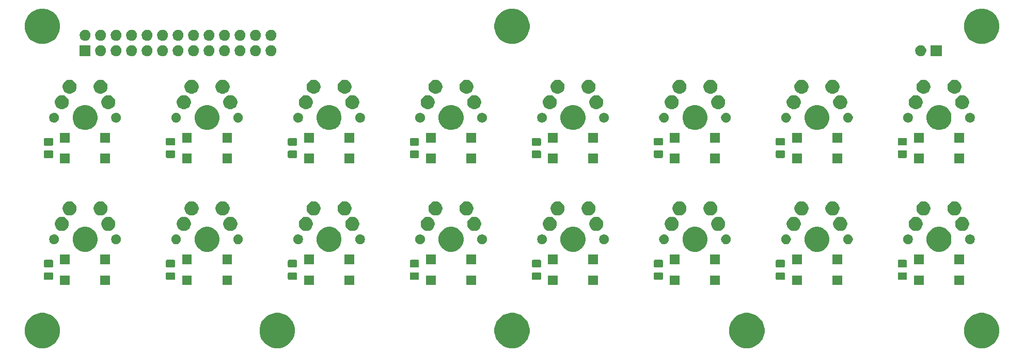
<source format=gbr>
G04 #@! TF.GenerationSoftware,KiCad,Pcbnew,(5.1.5)-3*
G04 #@! TF.CreationDate,2020-07-04T05:03:46+02:00*
G04 #@! TF.ProjectId,buttonboard,62757474-6f6e-4626-9f61-72642e6b6963,rev?*
G04 #@! TF.SameCoordinates,Original*
G04 #@! TF.FileFunction,Soldermask,Bot*
G04 #@! TF.FilePolarity,Negative*
%FSLAX46Y46*%
G04 Gerber Fmt 4.6, Leading zero omitted, Abs format (unit mm)*
G04 Created by KiCad (PCBNEW (5.1.5)-3) date 2020-07-04 05:03:46*
%MOMM*%
%LPD*%
G04 APERTURE LIST*
%ADD10C,0.100000*%
G04 APERTURE END LIST*
D10*
G36*
X237846189Y-222210483D02*
G01*
X237846192Y-222210484D01*
X237846191Y-222210484D01*
X238374139Y-222429167D01*
X238849280Y-222746646D01*
X239253354Y-223150720D01*
X239570833Y-223625861D01*
X239570834Y-223625863D01*
X239789517Y-224153811D01*
X239901000Y-224714275D01*
X239901000Y-225285725D01*
X239789517Y-225846189D01*
X239789516Y-225846191D01*
X239570833Y-226374139D01*
X239253354Y-226849280D01*
X238849280Y-227253354D01*
X238374139Y-227570833D01*
X238374138Y-227570834D01*
X238374137Y-227570834D01*
X237846189Y-227789517D01*
X237285725Y-227901000D01*
X236714275Y-227901000D01*
X236153811Y-227789517D01*
X235625863Y-227570834D01*
X235625862Y-227570834D01*
X235625861Y-227570833D01*
X235150720Y-227253354D01*
X234746646Y-226849280D01*
X234429167Y-226374139D01*
X234210484Y-225846191D01*
X234210483Y-225846189D01*
X234099000Y-225285725D01*
X234099000Y-224714275D01*
X234210483Y-224153811D01*
X234429166Y-223625863D01*
X234429167Y-223625861D01*
X234746646Y-223150720D01*
X235150720Y-222746646D01*
X235625861Y-222429167D01*
X236153809Y-222210484D01*
X236153808Y-222210484D01*
X236153811Y-222210483D01*
X236714275Y-222099000D01*
X237285725Y-222099000D01*
X237846189Y-222210483D01*
G37*
G36*
X83846189Y-222210483D02*
G01*
X83846192Y-222210484D01*
X83846191Y-222210484D01*
X84374139Y-222429167D01*
X84849280Y-222746646D01*
X85253354Y-223150720D01*
X85570833Y-223625861D01*
X85570834Y-223625863D01*
X85789517Y-224153811D01*
X85901000Y-224714275D01*
X85901000Y-225285725D01*
X85789517Y-225846189D01*
X85789516Y-225846191D01*
X85570833Y-226374139D01*
X85253354Y-226849280D01*
X84849280Y-227253354D01*
X84374139Y-227570833D01*
X84374138Y-227570834D01*
X84374137Y-227570834D01*
X83846189Y-227789517D01*
X83285725Y-227901000D01*
X82714275Y-227901000D01*
X82153811Y-227789517D01*
X81625863Y-227570834D01*
X81625862Y-227570834D01*
X81625861Y-227570833D01*
X81150720Y-227253354D01*
X80746646Y-226849280D01*
X80429167Y-226374139D01*
X80210484Y-225846191D01*
X80210483Y-225846189D01*
X80099000Y-225285725D01*
X80099000Y-224714275D01*
X80210483Y-224153811D01*
X80429166Y-223625863D01*
X80429167Y-223625861D01*
X80746646Y-223150720D01*
X81150720Y-222746646D01*
X81625861Y-222429167D01*
X82153809Y-222210484D01*
X82153808Y-222210484D01*
X82153811Y-222210483D01*
X82714275Y-222099000D01*
X83285725Y-222099000D01*
X83846189Y-222210483D01*
G37*
G36*
X122346189Y-222210483D02*
G01*
X122346192Y-222210484D01*
X122346191Y-222210484D01*
X122874139Y-222429167D01*
X123349280Y-222746646D01*
X123753354Y-223150720D01*
X124070833Y-223625861D01*
X124070834Y-223625863D01*
X124289517Y-224153811D01*
X124401000Y-224714275D01*
X124401000Y-225285725D01*
X124289517Y-225846189D01*
X124289516Y-225846191D01*
X124070833Y-226374139D01*
X123753354Y-226849280D01*
X123349280Y-227253354D01*
X122874139Y-227570833D01*
X122874138Y-227570834D01*
X122874137Y-227570834D01*
X122346189Y-227789517D01*
X121785725Y-227901000D01*
X121214275Y-227901000D01*
X120653811Y-227789517D01*
X120125863Y-227570834D01*
X120125862Y-227570834D01*
X120125861Y-227570833D01*
X119650720Y-227253354D01*
X119246646Y-226849280D01*
X118929167Y-226374139D01*
X118710484Y-225846191D01*
X118710483Y-225846189D01*
X118599000Y-225285725D01*
X118599000Y-224714275D01*
X118710483Y-224153811D01*
X118929166Y-223625863D01*
X118929167Y-223625861D01*
X119246646Y-223150720D01*
X119650720Y-222746646D01*
X120125861Y-222429167D01*
X120653809Y-222210484D01*
X120653808Y-222210484D01*
X120653811Y-222210483D01*
X121214275Y-222099000D01*
X121785725Y-222099000D01*
X122346189Y-222210483D01*
G37*
G36*
X160846189Y-222210483D02*
G01*
X160846192Y-222210484D01*
X160846191Y-222210484D01*
X161374139Y-222429167D01*
X161849280Y-222746646D01*
X162253354Y-223150720D01*
X162570833Y-223625861D01*
X162570834Y-223625863D01*
X162789517Y-224153811D01*
X162901000Y-224714275D01*
X162901000Y-225285725D01*
X162789517Y-225846189D01*
X162789516Y-225846191D01*
X162570833Y-226374139D01*
X162253354Y-226849280D01*
X161849280Y-227253354D01*
X161374139Y-227570833D01*
X161374138Y-227570834D01*
X161374137Y-227570834D01*
X160846189Y-227789517D01*
X160285725Y-227901000D01*
X159714275Y-227901000D01*
X159153811Y-227789517D01*
X158625863Y-227570834D01*
X158625862Y-227570834D01*
X158625861Y-227570833D01*
X158150720Y-227253354D01*
X157746646Y-226849280D01*
X157429167Y-226374139D01*
X157210484Y-225846191D01*
X157210483Y-225846189D01*
X157099000Y-225285725D01*
X157099000Y-224714275D01*
X157210483Y-224153811D01*
X157429166Y-223625863D01*
X157429167Y-223625861D01*
X157746646Y-223150720D01*
X158150720Y-222746646D01*
X158625861Y-222429167D01*
X159153809Y-222210484D01*
X159153808Y-222210484D01*
X159153811Y-222210483D01*
X159714275Y-222099000D01*
X160285725Y-222099000D01*
X160846189Y-222210483D01*
G37*
G36*
X199346189Y-222210483D02*
G01*
X199346192Y-222210484D01*
X199346191Y-222210484D01*
X199874139Y-222429167D01*
X200349280Y-222746646D01*
X200753354Y-223150720D01*
X201070833Y-223625861D01*
X201070834Y-223625863D01*
X201289517Y-224153811D01*
X201401000Y-224714275D01*
X201401000Y-225285725D01*
X201289517Y-225846189D01*
X201289516Y-225846191D01*
X201070833Y-226374139D01*
X200753354Y-226849280D01*
X200349280Y-227253354D01*
X199874139Y-227570833D01*
X199874138Y-227570834D01*
X199874137Y-227570834D01*
X199346189Y-227789517D01*
X198785725Y-227901000D01*
X198214275Y-227901000D01*
X197653811Y-227789517D01*
X197125863Y-227570834D01*
X197125862Y-227570834D01*
X197125861Y-227570833D01*
X196650720Y-227253354D01*
X196246646Y-226849280D01*
X195929167Y-226374139D01*
X195710484Y-225846191D01*
X195710483Y-225846189D01*
X195599000Y-225285725D01*
X195599000Y-224714275D01*
X195710483Y-224153811D01*
X195929166Y-223625863D01*
X195929167Y-223625861D01*
X196246646Y-223150720D01*
X196650720Y-222746646D01*
X197125861Y-222429167D01*
X197653809Y-222210484D01*
X197653808Y-222210484D01*
X197653811Y-222210483D01*
X198214275Y-222099000D01*
X198785725Y-222099000D01*
X199346189Y-222210483D01*
G37*
G36*
X214103000Y-217532000D02*
G01*
X212501000Y-217532000D01*
X212501000Y-215930000D01*
X214103000Y-215930000D01*
X214103000Y-217532000D01*
G37*
G36*
X94103000Y-217532000D02*
G01*
X92501000Y-217532000D01*
X92501000Y-215930000D01*
X94103000Y-215930000D01*
X94103000Y-217532000D01*
G37*
G36*
X87499000Y-217532000D02*
G01*
X85897000Y-217532000D01*
X85897000Y-215930000D01*
X87499000Y-215930000D01*
X87499000Y-217532000D01*
G37*
G36*
X114103000Y-217532000D02*
G01*
X112501000Y-217532000D01*
X112501000Y-215930000D01*
X114103000Y-215930000D01*
X114103000Y-217532000D01*
G37*
G36*
X107499000Y-217532000D02*
G01*
X105897000Y-217532000D01*
X105897000Y-215930000D01*
X107499000Y-215930000D01*
X107499000Y-217532000D01*
G37*
G36*
X134103000Y-217532000D02*
G01*
X132501000Y-217532000D01*
X132501000Y-215930000D01*
X134103000Y-215930000D01*
X134103000Y-217532000D01*
G37*
G36*
X127499000Y-217532000D02*
G01*
X125897000Y-217532000D01*
X125897000Y-215930000D01*
X127499000Y-215930000D01*
X127499000Y-217532000D01*
G37*
G36*
X227499000Y-217532000D02*
G01*
X225897000Y-217532000D01*
X225897000Y-215930000D01*
X227499000Y-215930000D01*
X227499000Y-217532000D01*
G37*
G36*
X207499000Y-217532000D02*
G01*
X205897000Y-217532000D01*
X205897000Y-215930000D01*
X207499000Y-215930000D01*
X207499000Y-217532000D01*
G37*
G36*
X167499000Y-217532000D02*
G01*
X165897000Y-217532000D01*
X165897000Y-215930000D01*
X167499000Y-215930000D01*
X167499000Y-217532000D01*
G37*
G36*
X194103000Y-217532000D02*
G01*
X192501000Y-217532000D01*
X192501000Y-215930000D01*
X194103000Y-215930000D01*
X194103000Y-217532000D01*
G37*
G36*
X187499000Y-217532000D02*
G01*
X185897000Y-217532000D01*
X185897000Y-215930000D01*
X187499000Y-215930000D01*
X187499000Y-217532000D01*
G37*
G36*
X154103000Y-217532000D02*
G01*
X152501000Y-217532000D01*
X152501000Y-215930000D01*
X154103000Y-215930000D01*
X154103000Y-217532000D01*
G37*
G36*
X147499000Y-217532000D02*
G01*
X145897000Y-217532000D01*
X145897000Y-215930000D01*
X147499000Y-215930000D01*
X147499000Y-217532000D01*
G37*
G36*
X234103000Y-217532000D02*
G01*
X232501000Y-217532000D01*
X232501000Y-215930000D01*
X234103000Y-215930000D01*
X234103000Y-217532000D01*
G37*
G36*
X174103000Y-217532000D02*
G01*
X172501000Y-217532000D01*
X172501000Y-215930000D01*
X174103000Y-215930000D01*
X174103000Y-217532000D01*
G37*
G36*
X144588674Y-215428465D02*
G01*
X144626367Y-215439899D01*
X144661103Y-215458466D01*
X144691548Y-215483452D01*
X144716534Y-215513897D01*
X144735101Y-215548633D01*
X144746535Y-215586326D01*
X144751000Y-215631661D01*
X144751000Y-216468339D01*
X144746535Y-216513674D01*
X144735101Y-216551367D01*
X144716534Y-216586103D01*
X144691548Y-216616548D01*
X144661103Y-216641534D01*
X144626367Y-216660101D01*
X144588674Y-216671535D01*
X144543339Y-216676000D01*
X143456661Y-216676000D01*
X143411326Y-216671535D01*
X143373633Y-216660101D01*
X143338897Y-216641534D01*
X143308452Y-216616548D01*
X143283466Y-216586103D01*
X143264899Y-216551367D01*
X143253465Y-216513674D01*
X143249000Y-216468339D01*
X143249000Y-215631661D01*
X143253465Y-215586326D01*
X143264899Y-215548633D01*
X143283466Y-215513897D01*
X143308452Y-215483452D01*
X143338897Y-215458466D01*
X143373633Y-215439899D01*
X143411326Y-215428465D01*
X143456661Y-215424000D01*
X144543339Y-215424000D01*
X144588674Y-215428465D01*
G37*
G36*
X224588674Y-215428465D02*
G01*
X224626367Y-215439899D01*
X224661103Y-215458466D01*
X224691548Y-215483452D01*
X224716534Y-215513897D01*
X224735101Y-215548633D01*
X224746535Y-215586326D01*
X224751000Y-215631661D01*
X224751000Y-216468339D01*
X224746535Y-216513674D01*
X224735101Y-216551367D01*
X224716534Y-216586103D01*
X224691548Y-216616548D01*
X224661103Y-216641534D01*
X224626367Y-216660101D01*
X224588674Y-216671535D01*
X224543339Y-216676000D01*
X223456661Y-216676000D01*
X223411326Y-216671535D01*
X223373633Y-216660101D01*
X223338897Y-216641534D01*
X223308452Y-216616548D01*
X223283466Y-216586103D01*
X223264899Y-216551367D01*
X223253465Y-216513674D01*
X223249000Y-216468339D01*
X223249000Y-215631661D01*
X223253465Y-215586326D01*
X223264899Y-215548633D01*
X223283466Y-215513897D01*
X223308452Y-215483452D01*
X223338897Y-215458466D01*
X223373633Y-215439899D01*
X223411326Y-215428465D01*
X223456661Y-215424000D01*
X224543339Y-215424000D01*
X224588674Y-215428465D01*
G37*
G36*
X164588674Y-215428465D02*
G01*
X164626367Y-215439899D01*
X164661103Y-215458466D01*
X164691548Y-215483452D01*
X164716534Y-215513897D01*
X164735101Y-215548633D01*
X164746535Y-215586326D01*
X164751000Y-215631661D01*
X164751000Y-216468339D01*
X164746535Y-216513674D01*
X164735101Y-216551367D01*
X164716534Y-216586103D01*
X164691548Y-216616548D01*
X164661103Y-216641534D01*
X164626367Y-216660101D01*
X164588674Y-216671535D01*
X164543339Y-216676000D01*
X163456661Y-216676000D01*
X163411326Y-216671535D01*
X163373633Y-216660101D01*
X163338897Y-216641534D01*
X163308452Y-216616548D01*
X163283466Y-216586103D01*
X163264899Y-216551367D01*
X163253465Y-216513674D01*
X163249000Y-216468339D01*
X163249000Y-215631661D01*
X163253465Y-215586326D01*
X163264899Y-215548633D01*
X163283466Y-215513897D01*
X163308452Y-215483452D01*
X163338897Y-215458466D01*
X163373633Y-215439899D01*
X163411326Y-215428465D01*
X163456661Y-215424000D01*
X164543339Y-215424000D01*
X164588674Y-215428465D01*
G37*
G36*
X184588674Y-215428465D02*
G01*
X184626367Y-215439899D01*
X184661103Y-215458466D01*
X184691548Y-215483452D01*
X184716534Y-215513897D01*
X184735101Y-215548633D01*
X184746535Y-215586326D01*
X184751000Y-215631661D01*
X184751000Y-216468339D01*
X184746535Y-216513674D01*
X184735101Y-216551367D01*
X184716534Y-216586103D01*
X184691548Y-216616548D01*
X184661103Y-216641534D01*
X184626367Y-216660101D01*
X184588674Y-216671535D01*
X184543339Y-216676000D01*
X183456661Y-216676000D01*
X183411326Y-216671535D01*
X183373633Y-216660101D01*
X183338897Y-216641534D01*
X183308452Y-216616548D01*
X183283466Y-216586103D01*
X183264899Y-216551367D01*
X183253465Y-216513674D01*
X183249000Y-216468339D01*
X183249000Y-215631661D01*
X183253465Y-215586326D01*
X183264899Y-215548633D01*
X183283466Y-215513897D01*
X183308452Y-215483452D01*
X183338897Y-215458466D01*
X183373633Y-215439899D01*
X183411326Y-215428465D01*
X183456661Y-215424000D01*
X184543339Y-215424000D01*
X184588674Y-215428465D01*
G37*
G36*
X124588674Y-215428465D02*
G01*
X124626367Y-215439899D01*
X124661103Y-215458466D01*
X124691548Y-215483452D01*
X124716534Y-215513897D01*
X124735101Y-215548633D01*
X124746535Y-215586326D01*
X124751000Y-215631661D01*
X124751000Y-216468339D01*
X124746535Y-216513674D01*
X124735101Y-216551367D01*
X124716534Y-216586103D01*
X124691548Y-216616548D01*
X124661103Y-216641534D01*
X124626367Y-216660101D01*
X124588674Y-216671535D01*
X124543339Y-216676000D01*
X123456661Y-216676000D01*
X123411326Y-216671535D01*
X123373633Y-216660101D01*
X123338897Y-216641534D01*
X123308452Y-216616548D01*
X123283466Y-216586103D01*
X123264899Y-216551367D01*
X123253465Y-216513674D01*
X123249000Y-216468339D01*
X123249000Y-215631661D01*
X123253465Y-215586326D01*
X123264899Y-215548633D01*
X123283466Y-215513897D01*
X123308452Y-215483452D01*
X123338897Y-215458466D01*
X123373633Y-215439899D01*
X123411326Y-215428465D01*
X123456661Y-215424000D01*
X124543339Y-215424000D01*
X124588674Y-215428465D01*
G37*
G36*
X104588674Y-215428465D02*
G01*
X104626367Y-215439899D01*
X104661103Y-215458466D01*
X104691548Y-215483452D01*
X104716534Y-215513897D01*
X104735101Y-215548633D01*
X104746535Y-215586326D01*
X104751000Y-215631661D01*
X104751000Y-216468339D01*
X104746535Y-216513674D01*
X104735101Y-216551367D01*
X104716534Y-216586103D01*
X104691548Y-216616548D01*
X104661103Y-216641534D01*
X104626367Y-216660101D01*
X104588674Y-216671535D01*
X104543339Y-216676000D01*
X103456661Y-216676000D01*
X103411326Y-216671535D01*
X103373633Y-216660101D01*
X103338897Y-216641534D01*
X103308452Y-216616548D01*
X103283466Y-216586103D01*
X103264899Y-216551367D01*
X103253465Y-216513674D01*
X103249000Y-216468339D01*
X103249000Y-215631661D01*
X103253465Y-215586326D01*
X103264899Y-215548633D01*
X103283466Y-215513897D01*
X103308452Y-215483452D01*
X103338897Y-215458466D01*
X103373633Y-215439899D01*
X103411326Y-215428465D01*
X103456661Y-215424000D01*
X104543339Y-215424000D01*
X104588674Y-215428465D01*
G37*
G36*
X84588674Y-215428465D02*
G01*
X84626367Y-215439899D01*
X84661103Y-215458466D01*
X84691548Y-215483452D01*
X84716534Y-215513897D01*
X84735101Y-215548633D01*
X84746535Y-215586326D01*
X84751000Y-215631661D01*
X84751000Y-216468339D01*
X84746535Y-216513674D01*
X84735101Y-216551367D01*
X84716534Y-216586103D01*
X84691548Y-216616548D01*
X84661103Y-216641534D01*
X84626367Y-216660101D01*
X84588674Y-216671535D01*
X84543339Y-216676000D01*
X83456661Y-216676000D01*
X83411326Y-216671535D01*
X83373633Y-216660101D01*
X83338897Y-216641534D01*
X83308452Y-216616548D01*
X83283466Y-216586103D01*
X83264899Y-216551367D01*
X83253465Y-216513674D01*
X83249000Y-216468339D01*
X83249000Y-215631661D01*
X83253465Y-215586326D01*
X83264899Y-215548633D01*
X83283466Y-215513897D01*
X83308452Y-215483452D01*
X83338897Y-215458466D01*
X83373633Y-215439899D01*
X83411326Y-215428465D01*
X83456661Y-215424000D01*
X84543339Y-215424000D01*
X84588674Y-215428465D01*
G37*
G36*
X204588674Y-215428465D02*
G01*
X204626367Y-215439899D01*
X204661103Y-215458466D01*
X204691548Y-215483452D01*
X204716534Y-215513897D01*
X204735101Y-215548633D01*
X204746535Y-215586326D01*
X204751000Y-215631661D01*
X204751000Y-216468339D01*
X204746535Y-216513674D01*
X204735101Y-216551367D01*
X204716534Y-216586103D01*
X204691548Y-216616548D01*
X204661103Y-216641534D01*
X204626367Y-216660101D01*
X204588674Y-216671535D01*
X204543339Y-216676000D01*
X203456661Y-216676000D01*
X203411326Y-216671535D01*
X203373633Y-216660101D01*
X203338897Y-216641534D01*
X203308452Y-216616548D01*
X203283466Y-216586103D01*
X203264899Y-216551367D01*
X203253465Y-216513674D01*
X203249000Y-216468339D01*
X203249000Y-215631661D01*
X203253465Y-215586326D01*
X203264899Y-215548633D01*
X203283466Y-215513897D01*
X203308452Y-215483452D01*
X203338897Y-215458466D01*
X203373633Y-215439899D01*
X203411326Y-215428465D01*
X203456661Y-215424000D01*
X204543339Y-215424000D01*
X204588674Y-215428465D01*
G37*
G36*
X104588674Y-213378465D02*
G01*
X104626367Y-213389899D01*
X104661103Y-213408466D01*
X104691548Y-213433452D01*
X104716534Y-213463897D01*
X104735101Y-213498633D01*
X104746535Y-213536326D01*
X104751000Y-213581661D01*
X104751000Y-214418339D01*
X104746535Y-214463674D01*
X104735101Y-214501367D01*
X104716534Y-214536103D01*
X104691548Y-214566548D01*
X104661103Y-214591534D01*
X104626367Y-214610101D01*
X104588674Y-214621535D01*
X104543339Y-214626000D01*
X103456661Y-214626000D01*
X103411326Y-214621535D01*
X103373633Y-214610101D01*
X103338897Y-214591534D01*
X103308452Y-214566548D01*
X103283466Y-214536103D01*
X103264899Y-214501367D01*
X103253465Y-214463674D01*
X103249000Y-214418339D01*
X103249000Y-213581661D01*
X103253465Y-213536326D01*
X103264899Y-213498633D01*
X103283466Y-213463897D01*
X103308452Y-213433452D01*
X103338897Y-213408466D01*
X103373633Y-213389899D01*
X103411326Y-213378465D01*
X103456661Y-213374000D01*
X104543339Y-213374000D01*
X104588674Y-213378465D01*
G37*
G36*
X144588674Y-213378465D02*
G01*
X144626367Y-213389899D01*
X144661103Y-213408466D01*
X144691548Y-213433452D01*
X144716534Y-213463897D01*
X144735101Y-213498633D01*
X144746535Y-213536326D01*
X144751000Y-213581661D01*
X144751000Y-214418339D01*
X144746535Y-214463674D01*
X144735101Y-214501367D01*
X144716534Y-214536103D01*
X144691548Y-214566548D01*
X144661103Y-214591534D01*
X144626367Y-214610101D01*
X144588674Y-214621535D01*
X144543339Y-214626000D01*
X143456661Y-214626000D01*
X143411326Y-214621535D01*
X143373633Y-214610101D01*
X143338897Y-214591534D01*
X143308452Y-214566548D01*
X143283466Y-214536103D01*
X143264899Y-214501367D01*
X143253465Y-214463674D01*
X143249000Y-214418339D01*
X143249000Y-213581661D01*
X143253465Y-213536326D01*
X143264899Y-213498633D01*
X143283466Y-213463897D01*
X143308452Y-213433452D01*
X143338897Y-213408466D01*
X143373633Y-213389899D01*
X143411326Y-213378465D01*
X143456661Y-213374000D01*
X144543339Y-213374000D01*
X144588674Y-213378465D01*
G37*
G36*
X84588674Y-213378465D02*
G01*
X84626367Y-213389899D01*
X84661103Y-213408466D01*
X84691548Y-213433452D01*
X84716534Y-213463897D01*
X84735101Y-213498633D01*
X84746535Y-213536326D01*
X84751000Y-213581661D01*
X84751000Y-214418339D01*
X84746535Y-214463674D01*
X84735101Y-214501367D01*
X84716534Y-214536103D01*
X84691548Y-214566548D01*
X84661103Y-214591534D01*
X84626367Y-214610101D01*
X84588674Y-214621535D01*
X84543339Y-214626000D01*
X83456661Y-214626000D01*
X83411326Y-214621535D01*
X83373633Y-214610101D01*
X83338897Y-214591534D01*
X83308452Y-214566548D01*
X83283466Y-214536103D01*
X83264899Y-214501367D01*
X83253465Y-214463674D01*
X83249000Y-214418339D01*
X83249000Y-213581661D01*
X83253465Y-213536326D01*
X83264899Y-213498633D01*
X83283466Y-213463897D01*
X83308452Y-213433452D01*
X83338897Y-213408466D01*
X83373633Y-213389899D01*
X83411326Y-213378465D01*
X83456661Y-213374000D01*
X84543339Y-213374000D01*
X84588674Y-213378465D01*
G37*
G36*
X124588674Y-213378465D02*
G01*
X124626367Y-213389899D01*
X124661103Y-213408466D01*
X124691548Y-213433452D01*
X124716534Y-213463897D01*
X124735101Y-213498633D01*
X124746535Y-213536326D01*
X124751000Y-213581661D01*
X124751000Y-214418339D01*
X124746535Y-214463674D01*
X124735101Y-214501367D01*
X124716534Y-214536103D01*
X124691548Y-214566548D01*
X124661103Y-214591534D01*
X124626367Y-214610101D01*
X124588674Y-214621535D01*
X124543339Y-214626000D01*
X123456661Y-214626000D01*
X123411326Y-214621535D01*
X123373633Y-214610101D01*
X123338897Y-214591534D01*
X123308452Y-214566548D01*
X123283466Y-214536103D01*
X123264899Y-214501367D01*
X123253465Y-214463674D01*
X123249000Y-214418339D01*
X123249000Y-213581661D01*
X123253465Y-213536326D01*
X123264899Y-213498633D01*
X123283466Y-213463897D01*
X123308452Y-213433452D01*
X123338897Y-213408466D01*
X123373633Y-213389899D01*
X123411326Y-213378465D01*
X123456661Y-213374000D01*
X124543339Y-213374000D01*
X124588674Y-213378465D01*
G37*
G36*
X204588674Y-213378465D02*
G01*
X204626367Y-213389899D01*
X204661103Y-213408466D01*
X204691548Y-213433452D01*
X204716534Y-213463897D01*
X204735101Y-213498633D01*
X204746535Y-213536326D01*
X204751000Y-213581661D01*
X204751000Y-214418339D01*
X204746535Y-214463674D01*
X204735101Y-214501367D01*
X204716534Y-214536103D01*
X204691548Y-214566548D01*
X204661103Y-214591534D01*
X204626367Y-214610101D01*
X204588674Y-214621535D01*
X204543339Y-214626000D01*
X203456661Y-214626000D01*
X203411326Y-214621535D01*
X203373633Y-214610101D01*
X203338897Y-214591534D01*
X203308452Y-214566548D01*
X203283466Y-214536103D01*
X203264899Y-214501367D01*
X203253465Y-214463674D01*
X203249000Y-214418339D01*
X203249000Y-213581661D01*
X203253465Y-213536326D01*
X203264899Y-213498633D01*
X203283466Y-213463897D01*
X203308452Y-213433452D01*
X203338897Y-213408466D01*
X203373633Y-213389899D01*
X203411326Y-213378465D01*
X203456661Y-213374000D01*
X204543339Y-213374000D01*
X204588674Y-213378465D01*
G37*
G36*
X184588674Y-213378465D02*
G01*
X184626367Y-213389899D01*
X184661103Y-213408466D01*
X184691548Y-213433452D01*
X184716534Y-213463897D01*
X184735101Y-213498633D01*
X184746535Y-213536326D01*
X184751000Y-213581661D01*
X184751000Y-214418339D01*
X184746535Y-214463674D01*
X184735101Y-214501367D01*
X184716534Y-214536103D01*
X184691548Y-214566548D01*
X184661103Y-214591534D01*
X184626367Y-214610101D01*
X184588674Y-214621535D01*
X184543339Y-214626000D01*
X183456661Y-214626000D01*
X183411326Y-214621535D01*
X183373633Y-214610101D01*
X183338897Y-214591534D01*
X183308452Y-214566548D01*
X183283466Y-214536103D01*
X183264899Y-214501367D01*
X183253465Y-214463674D01*
X183249000Y-214418339D01*
X183249000Y-213581661D01*
X183253465Y-213536326D01*
X183264899Y-213498633D01*
X183283466Y-213463897D01*
X183308452Y-213433452D01*
X183338897Y-213408466D01*
X183373633Y-213389899D01*
X183411326Y-213378465D01*
X183456661Y-213374000D01*
X184543339Y-213374000D01*
X184588674Y-213378465D01*
G37*
G36*
X164588674Y-213378465D02*
G01*
X164626367Y-213389899D01*
X164661103Y-213408466D01*
X164691548Y-213433452D01*
X164716534Y-213463897D01*
X164735101Y-213498633D01*
X164746535Y-213536326D01*
X164751000Y-213581661D01*
X164751000Y-214418339D01*
X164746535Y-214463674D01*
X164735101Y-214501367D01*
X164716534Y-214536103D01*
X164691548Y-214566548D01*
X164661103Y-214591534D01*
X164626367Y-214610101D01*
X164588674Y-214621535D01*
X164543339Y-214626000D01*
X163456661Y-214626000D01*
X163411326Y-214621535D01*
X163373633Y-214610101D01*
X163338897Y-214591534D01*
X163308452Y-214566548D01*
X163283466Y-214536103D01*
X163264899Y-214501367D01*
X163253465Y-214463674D01*
X163249000Y-214418339D01*
X163249000Y-213581661D01*
X163253465Y-213536326D01*
X163264899Y-213498633D01*
X163283466Y-213463897D01*
X163308452Y-213433452D01*
X163338897Y-213408466D01*
X163373633Y-213389899D01*
X163411326Y-213378465D01*
X163456661Y-213374000D01*
X164543339Y-213374000D01*
X164588674Y-213378465D01*
G37*
G36*
X224588674Y-213378465D02*
G01*
X224626367Y-213389899D01*
X224661103Y-213408466D01*
X224691548Y-213433452D01*
X224716534Y-213463897D01*
X224735101Y-213498633D01*
X224746535Y-213536326D01*
X224751000Y-213581661D01*
X224751000Y-214418339D01*
X224746535Y-214463674D01*
X224735101Y-214501367D01*
X224716534Y-214536103D01*
X224691548Y-214566548D01*
X224661103Y-214591534D01*
X224626367Y-214610101D01*
X224588674Y-214621535D01*
X224543339Y-214626000D01*
X223456661Y-214626000D01*
X223411326Y-214621535D01*
X223373633Y-214610101D01*
X223338897Y-214591534D01*
X223308452Y-214566548D01*
X223283466Y-214536103D01*
X223264899Y-214501367D01*
X223253465Y-214463674D01*
X223249000Y-214418339D01*
X223249000Y-213581661D01*
X223253465Y-213536326D01*
X223264899Y-213498633D01*
X223283466Y-213463897D01*
X223308452Y-213433452D01*
X223338897Y-213408466D01*
X223373633Y-213389899D01*
X223411326Y-213378465D01*
X223456661Y-213374000D01*
X224543339Y-213374000D01*
X224588674Y-213378465D01*
G37*
G36*
X214103000Y-214103000D02*
G01*
X212501000Y-214103000D01*
X212501000Y-212501000D01*
X214103000Y-212501000D01*
X214103000Y-214103000D01*
G37*
G36*
X87499000Y-214103000D02*
G01*
X85897000Y-214103000D01*
X85897000Y-212501000D01*
X87499000Y-212501000D01*
X87499000Y-214103000D01*
G37*
G36*
X94103000Y-214103000D02*
G01*
X92501000Y-214103000D01*
X92501000Y-212501000D01*
X94103000Y-212501000D01*
X94103000Y-214103000D01*
G37*
G36*
X154103000Y-214103000D02*
G01*
X152501000Y-214103000D01*
X152501000Y-212501000D01*
X154103000Y-212501000D01*
X154103000Y-214103000D01*
G37*
G36*
X127499000Y-214103000D02*
G01*
X125897000Y-214103000D01*
X125897000Y-212501000D01*
X127499000Y-212501000D01*
X127499000Y-214103000D01*
G37*
G36*
X187499000Y-214103000D02*
G01*
X185897000Y-214103000D01*
X185897000Y-212501000D01*
X187499000Y-212501000D01*
X187499000Y-214103000D01*
G37*
G36*
X147499000Y-214103000D02*
G01*
X145897000Y-214103000D01*
X145897000Y-212501000D01*
X147499000Y-212501000D01*
X147499000Y-214103000D01*
G37*
G36*
X107499000Y-214103000D02*
G01*
X105897000Y-214103000D01*
X105897000Y-212501000D01*
X107499000Y-212501000D01*
X107499000Y-214103000D01*
G37*
G36*
X114103000Y-214103000D02*
G01*
X112501000Y-214103000D01*
X112501000Y-212501000D01*
X114103000Y-212501000D01*
X114103000Y-214103000D01*
G37*
G36*
X194103000Y-214103000D02*
G01*
X192501000Y-214103000D01*
X192501000Y-212501000D01*
X194103000Y-212501000D01*
X194103000Y-214103000D01*
G37*
G36*
X134103000Y-214103000D02*
G01*
X132501000Y-214103000D01*
X132501000Y-212501000D01*
X134103000Y-212501000D01*
X134103000Y-214103000D01*
G37*
G36*
X174103000Y-214103000D02*
G01*
X172501000Y-214103000D01*
X172501000Y-212501000D01*
X174103000Y-212501000D01*
X174103000Y-214103000D01*
G37*
G36*
X167499000Y-214103000D02*
G01*
X165897000Y-214103000D01*
X165897000Y-212501000D01*
X167499000Y-212501000D01*
X167499000Y-214103000D01*
G37*
G36*
X227499000Y-214103000D02*
G01*
X225897000Y-214103000D01*
X225897000Y-212501000D01*
X227499000Y-212501000D01*
X227499000Y-214103000D01*
G37*
G36*
X234103000Y-214103000D02*
G01*
X232501000Y-214103000D01*
X232501000Y-212501000D01*
X234103000Y-212501000D01*
X234103000Y-214103000D01*
G37*
G36*
X207499000Y-214103000D02*
G01*
X205897000Y-214103000D01*
X205897000Y-212501000D01*
X207499000Y-212501000D01*
X207499000Y-214103000D01*
G37*
G36*
X150596474Y-208033684D02*
G01*
X150814474Y-208123983D01*
X150968623Y-208187833D01*
X151303548Y-208411623D01*
X151588377Y-208696452D01*
X151812167Y-209031377D01*
X151812167Y-209031378D01*
X151966316Y-209403526D01*
X152044900Y-209798594D01*
X152044900Y-210201406D01*
X151966316Y-210596474D01*
X151881888Y-210800300D01*
X151812167Y-210968623D01*
X151588377Y-211303548D01*
X151303548Y-211588377D01*
X150968623Y-211812167D01*
X150814474Y-211876017D01*
X150596474Y-211966316D01*
X150201406Y-212044900D01*
X149798594Y-212044900D01*
X149403526Y-211966316D01*
X149185526Y-211876017D01*
X149031377Y-211812167D01*
X148696452Y-211588377D01*
X148411623Y-211303548D01*
X148187833Y-210968623D01*
X148118112Y-210800300D01*
X148033684Y-210596474D01*
X147955100Y-210201406D01*
X147955100Y-209798594D01*
X148033684Y-209403526D01*
X148187833Y-209031378D01*
X148187833Y-209031377D01*
X148411623Y-208696452D01*
X148696452Y-208411623D01*
X149031377Y-208187833D01*
X149185526Y-208123983D01*
X149403526Y-208033684D01*
X149798594Y-207955100D01*
X150201406Y-207955100D01*
X150596474Y-208033684D01*
G37*
G36*
X110596474Y-208033684D02*
G01*
X110814474Y-208123983D01*
X110968623Y-208187833D01*
X111303548Y-208411623D01*
X111588377Y-208696452D01*
X111812167Y-209031377D01*
X111812167Y-209031378D01*
X111966316Y-209403526D01*
X112044900Y-209798594D01*
X112044900Y-210201406D01*
X111966316Y-210596474D01*
X111881888Y-210800300D01*
X111812167Y-210968623D01*
X111588377Y-211303548D01*
X111303548Y-211588377D01*
X110968623Y-211812167D01*
X110814474Y-211876017D01*
X110596474Y-211966316D01*
X110201406Y-212044900D01*
X109798594Y-212044900D01*
X109403526Y-211966316D01*
X109185526Y-211876017D01*
X109031377Y-211812167D01*
X108696452Y-211588377D01*
X108411623Y-211303548D01*
X108187833Y-210968623D01*
X108118112Y-210800300D01*
X108033684Y-210596474D01*
X107955100Y-210201406D01*
X107955100Y-209798594D01*
X108033684Y-209403526D01*
X108187833Y-209031378D01*
X108187833Y-209031377D01*
X108411623Y-208696452D01*
X108696452Y-208411623D01*
X109031377Y-208187833D01*
X109185526Y-208123983D01*
X109403526Y-208033684D01*
X109798594Y-207955100D01*
X110201406Y-207955100D01*
X110596474Y-208033684D01*
G37*
G36*
X170596474Y-208033684D02*
G01*
X170814474Y-208123983D01*
X170968623Y-208187833D01*
X171303548Y-208411623D01*
X171588377Y-208696452D01*
X171812167Y-209031377D01*
X171812167Y-209031378D01*
X171966316Y-209403526D01*
X172044900Y-209798594D01*
X172044900Y-210201406D01*
X171966316Y-210596474D01*
X171881888Y-210800300D01*
X171812167Y-210968623D01*
X171588377Y-211303548D01*
X171303548Y-211588377D01*
X170968623Y-211812167D01*
X170814474Y-211876017D01*
X170596474Y-211966316D01*
X170201406Y-212044900D01*
X169798594Y-212044900D01*
X169403526Y-211966316D01*
X169185526Y-211876017D01*
X169031377Y-211812167D01*
X168696452Y-211588377D01*
X168411623Y-211303548D01*
X168187833Y-210968623D01*
X168118112Y-210800300D01*
X168033684Y-210596474D01*
X167955100Y-210201406D01*
X167955100Y-209798594D01*
X168033684Y-209403526D01*
X168187833Y-209031378D01*
X168187833Y-209031377D01*
X168411623Y-208696452D01*
X168696452Y-208411623D01*
X169031377Y-208187833D01*
X169185526Y-208123983D01*
X169403526Y-208033684D01*
X169798594Y-207955100D01*
X170201406Y-207955100D01*
X170596474Y-208033684D01*
G37*
G36*
X230596474Y-208033684D02*
G01*
X230814474Y-208123983D01*
X230968623Y-208187833D01*
X231303548Y-208411623D01*
X231588377Y-208696452D01*
X231812167Y-209031377D01*
X231812167Y-209031378D01*
X231966316Y-209403526D01*
X232044900Y-209798594D01*
X232044900Y-210201406D01*
X231966316Y-210596474D01*
X231881888Y-210800300D01*
X231812167Y-210968623D01*
X231588377Y-211303548D01*
X231303548Y-211588377D01*
X230968623Y-211812167D01*
X230814474Y-211876017D01*
X230596474Y-211966316D01*
X230201406Y-212044900D01*
X229798594Y-212044900D01*
X229403526Y-211966316D01*
X229185526Y-211876017D01*
X229031377Y-211812167D01*
X228696452Y-211588377D01*
X228411623Y-211303548D01*
X228187833Y-210968623D01*
X228118112Y-210800300D01*
X228033684Y-210596474D01*
X227955100Y-210201406D01*
X227955100Y-209798594D01*
X228033684Y-209403526D01*
X228187833Y-209031378D01*
X228187833Y-209031377D01*
X228411623Y-208696452D01*
X228696452Y-208411623D01*
X229031377Y-208187833D01*
X229185526Y-208123983D01*
X229403526Y-208033684D01*
X229798594Y-207955100D01*
X230201406Y-207955100D01*
X230596474Y-208033684D01*
G37*
G36*
X210596474Y-208033684D02*
G01*
X210814474Y-208123983D01*
X210968623Y-208187833D01*
X211303548Y-208411623D01*
X211588377Y-208696452D01*
X211812167Y-209031377D01*
X211812167Y-209031378D01*
X211966316Y-209403526D01*
X212044900Y-209798594D01*
X212044900Y-210201406D01*
X211966316Y-210596474D01*
X211881888Y-210800300D01*
X211812167Y-210968623D01*
X211588377Y-211303548D01*
X211303548Y-211588377D01*
X210968623Y-211812167D01*
X210814474Y-211876017D01*
X210596474Y-211966316D01*
X210201406Y-212044900D01*
X209798594Y-212044900D01*
X209403526Y-211966316D01*
X209185526Y-211876017D01*
X209031377Y-211812167D01*
X208696452Y-211588377D01*
X208411623Y-211303548D01*
X208187833Y-210968623D01*
X208118112Y-210800300D01*
X208033684Y-210596474D01*
X207955100Y-210201406D01*
X207955100Y-209798594D01*
X208033684Y-209403526D01*
X208187833Y-209031378D01*
X208187833Y-209031377D01*
X208411623Y-208696452D01*
X208696452Y-208411623D01*
X209031377Y-208187833D01*
X209185526Y-208123983D01*
X209403526Y-208033684D01*
X209798594Y-207955100D01*
X210201406Y-207955100D01*
X210596474Y-208033684D01*
G37*
G36*
X190596474Y-208033684D02*
G01*
X190814474Y-208123983D01*
X190968623Y-208187833D01*
X191303548Y-208411623D01*
X191588377Y-208696452D01*
X191812167Y-209031377D01*
X191812167Y-209031378D01*
X191966316Y-209403526D01*
X192044900Y-209798594D01*
X192044900Y-210201406D01*
X191966316Y-210596474D01*
X191881888Y-210800300D01*
X191812167Y-210968623D01*
X191588377Y-211303548D01*
X191303548Y-211588377D01*
X190968623Y-211812167D01*
X190814474Y-211876017D01*
X190596474Y-211966316D01*
X190201406Y-212044900D01*
X189798594Y-212044900D01*
X189403526Y-211966316D01*
X189185526Y-211876017D01*
X189031377Y-211812167D01*
X188696452Y-211588377D01*
X188411623Y-211303548D01*
X188187833Y-210968623D01*
X188118112Y-210800300D01*
X188033684Y-210596474D01*
X187955100Y-210201406D01*
X187955100Y-209798594D01*
X188033684Y-209403526D01*
X188187833Y-209031378D01*
X188187833Y-209031377D01*
X188411623Y-208696452D01*
X188696452Y-208411623D01*
X189031377Y-208187833D01*
X189185526Y-208123983D01*
X189403526Y-208033684D01*
X189798594Y-207955100D01*
X190201406Y-207955100D01*
X190596474Y-208033684D01*
G37*
G36*
X130596474Y-208033684D02*
G01*
X130814474Y-208123983D01*
X130968623Y-208187833D01*
X131303548Y-208411623D01*
X131588377Y-208696452D01*
X131812167Y-209031377D01*
X131812167Y-209031378D01*
X131966316Y-209403526D01*
X132044900Y-209798594D01*
X132044900Y-210201406D01*
X131966316Y-210596474D01*
X131881888Y-210800300D01*
X131812167Y-210968623D01*
X131588377Y-211303548D01*
X131303548Y-211588377D01*
X130968623Y-211812167D01*
X130814474Y-211876017D01*
X130596474Y-211966316D01*
X130201406Y-212044900D01*
X129798594Y-212044900D01*
X129403526Y-211966316D01*
X129185526Y-211876017D01*
X129031377Y-211812167D01*
X128696452Y-211588377D01*
X128411623Y-211303548D01*
X128187833Y-210968623D01*
X128118112Y-210800300D01*
X128033684Y-210596474D01*
X127955100Y-210201406D01*
X127955100Y-209798594D01*
X128033684Y-209403526D01*
X128187833Y-209031378D01*
X128187833Y-209031377D01*
X128411623Y-208696452D01*
X128696452Y-208411623D01*
X129031377Y-208187833D01*
X129185526Y-208123983D01*
X129403526Y-208033684D01*
X129798594Y-207955100D01*
X130201406Y-207955100D01*
X130596474Y-208033684D01*
G37*
G36*
X90596474Y-208033684D02*
G01*
X90814474Y-208123983D01*
X90968623Y-208187833D01*
X91303548Y-208411623D01*
X91588377Y-208696452D01*
X91812167Y-209031377D01*
X91812167Y-209031378D01*
X91966316Y-209403526D01*
X92044900Y-209798594D01*
X92044900Y-210201406D01*
X91966316Y-210596474D01*
X91881888Y-210800300D01*
X91812167Y-210968623D01*
X91588377Y-211303548D01*
X91303548Y-211588377D01*
X90968623Y-211812167D01*
X90814474Y-211876017D01*
X90596474Y-211966316D01*
X90201406Y-212044900D01*
X89798594Y-212044900D01*
X89403526Y-211966316D01*
X89185526Y-211876017D01*
X89031377Y-211812167D01*
X88696452Y-211588377D01*
X88411623Y-211303548D01*
X88187833Y-210968623D01*
X88118112Y-210800300D01*
X88033684Y-210596474D01*
X87955100Y-210201406D01*
X87955100Y-209798594D01*
X88033684Y-209403526D01*
X88187833Y-209031378D01*
X88187833Y-209031377D01*
X88411623Y-208696452D01*
X88696452Y-208411623D01*
X89031377Y-208187833D01*
X89185526Y-208123983D01*
X89403526Y-208033684D01*
X89798594Y-207955100D01*
X90201406Y-207955100D01*
X90596474Y-208033684D01*
G37*
G36*
X175236131Y-209215077D02*
G01*
X175313439Y-209230455D01*
X175386261Y-209260619D01*
X175459085Y-209290784D01*
X175590159Y-209378364D01*
X175701636Y-209489841D01*
X175789216Y-209620915D01*
X175849545Y-209766562D01*
X175880300Y-209921176D01*
X175880300Y-210078824D01*
X175849545Y-210233438D01*
X175789216Y-210379085D01*
X175701636Y-210510159D01*
X175590159Y-210621636D01*
X175459085Y-210709216D01*
X175386261Y-210739381D01*
X175313439Y-210769545D01*
X175236131Y-210784922D01*
X175158824Y-210800300D01*
X175001176Y-210800300D01*
X174923869Y-210784922D01*
X174846561Y-210769545D01*
X174773739Y-210739381D01*
X174700915Y-210709216D01*
X174569841Y-210621636D01*
X174458364Y-210510159D01*
X174370784Y-210379085D01*
X174310455Y-210233438D01*
X174279700Y-210078824D01*
X174279700Y-209921176D01*
X174310455Y-209766562D01*
X174370784Y-209620915D01*
X174458364Y-209489841D01*
X174569841Y-209378364D01*
X174700915Y-209290784D01*
X174773738Y-209260620D01*
X174846561Y-209230455D01*
X174923869Y-209215078D01*
X175001176Y-209199700D01*
X175158824Y-209199700D01*
X175236131Y-209215077D01*
G37*
G36*
X135236131Y-209215077D02*
G01*
X135313439Y-209230455D01*
X135386261Y-209260619D01*
X135459085Y-209290784D01*
X135590159Y-209378364D01*
X135701636Y-209489841D01*
X135789216Y-209620915D01*
X135849545Y-209766562D01*
X135880300Y-209921176D01*
X135880300Y-210078824D01*
X135849545Y-210233438D01*
X135789216Y-210379085D01*
X135701636Y-210510159D01*
X135590159Y-210621636D01*
X135459085Y-210709216D01*
X135386261Y-210739381D01*
X135313439Y-210769545D01*
X135236131Y-210784922D01*
X135158824Y-210800300D01*
X135001176Y-210800300D01*
X134923869Y-210784922D01*
X134846561Y-210769545D01*
X134773739Y-210739381D01*
X134700915Y-210709216D01*
X134569841Y-210621636D01*
X134458364Y-210510159D01*
X134370784Y-210379085D01*
X134310455Y-210233438D01*
X134279700Y-210078824D01*
X134279700Y-209921176D01*
X134310455Y-209766562D01*
X134370784Y-209620915D01*
X134458364Y-209489841D01*
X134569841Y-209378364D01*
X134700915Y-209290784D01*
X134773738Y-209260620D01*
X134846561Y-209230455D01*
X134923869Y-209215078D01*
X135001176Y-209199700D01*
X135158824Y-209199700D01*
X135236131Y-209215077D01*
G37*
G36*
X125076131Y-209215077D02*
G01*
X125153439Y-209230455D01*
X125226261Y-209260619D01*
X125299085Y-209290784D01*
X125430159Y-209378364D01*
X125541636Y-209489841D01*
X125629216Y-209620915D01*
X125689545Y-209766562D01*
X125720300Y-209921176D01*
X125720300Y-210078824D01*
X125689545Y-210233438D01*
X125629216Y-210379085D01*
X125541636Y-210510159D01*
X125430159Y-210621636D01*
X125299085Y-210709216D01*
X125226261Y-210739381D01*
X125153439Y-210769545D01*
X125076131Y-210784922D01*
X124998824Y-210800300D01*
X124841176Y-210800300D01*
X124763869Y-210784922D01*
X124686561Y-210769545D01*
X124613739Y-210739381D01*
X124540915Y-210709216D01*
X124409841Y-210621636D01*
X124298364Y-210510159D01*
X124210784Y-210379085D01*
X124150455Y-210233438D01*
X124119700Y-210078824D01*
X124119700Y-209921176D01*
X124150455Y-209766562D01*
X124210784Y-209620915D01*
X124298364Y-209489841D01*
X124409841Y-209378364D01*
X124540915Y-209290784D01*
X124613738Y-209260620D01*
X124686561Y-209230455D01*
X124763869Y-209215078D01*
X124841176Y-209199700D01*
X124998824Y-209199700D01*
X125076131Y-209215077D01*
G37*
G36*
X165076131Y-209215077D02*
G01*
X165153439Y-209230455D01*
X165226261Y-209260619D01*
X165299085Y-209290784D01*
X165430159Y-209378364D01*
X165541636Y-209489841D01*
X165629216Y-209620915D01*
X165689545Y-209766562D01*
X165720300Y-209921176D01*
X165720300Y-210078824D01*
X165689545Y-210233438D01*
X165629216Y-210379085D01*
X165541636Y-210510159D01*
X165430159Y-210621636D01*
X165299085Y-210709216D01*
X165226261Y-210739381D01*
X165153439Y-210769545D01*
X165076131Y-210784922D01*
X164998824Y-210800300D01*
X164841176Y-210800300D01*
X164763869Y-210784922D01*
X164686561Y-210769545D01*
X164613739Y-210739381D01*
X164540915Y-210709216D01*
X164409841Y-210621636D01*
X164298364Y-210510159D01*
X164210784Y-210379085D01*
X164150455Y-210233438D01*
X164119700Y-210078824D01*
X164119700Y-209921176D01*
X164150455Y-209766562D01*
X164210784Y-209620915D01*
X164298364Y-209489841D01*
X164409841Y-209378364D01*
X164540915Y-209290784D01*
X164613738Y-209260620D01*
X164686561Y-209230455D01*
X164763869Y-209215078D01*
X164841176Y-209199700D01*
X164998824Y-209199700D01*
X165076131Y-209215077D01*
G37*
G36*
X145076131Y-209215077D02*
G01*
X145153439Y-209230455D01*
X145226261Y-209260619D01*
X145299085Y-209290784D01*
X145430159Y-209378364D01*
X145541636Y-209489841D01*
X145629216Y-209620915D01*
X145689545Y-209766562D01*
X145720300Y-209921176D01*
X145720300Y-210078824D01*
X145689545Y-210233438D01*
X145629216Y-210379085D01*
X145541636Y-210510159D01*
X145430159Y-210621636D01*
X145299085Y-210709216D01*
X145226261Y-210739381D01*
X145153439Y-210769545D01*
X145076131Y-210784922D01*
X144998824Y-210800300D01*
X144841176Y-210800300D01*
X144763869Y-210784922D01*
X144686561Y-210769545D01*
X144613739Y-210739381D01*
X144540915Y-210709216D01*
X144409841Y-210621636D01*
X144298364Y-210510159D01*
X144210784Y-210379085D01*
X144150455Y-210233438D01*
X144119700Y-210078824D01*
X144119700Y-209921176D01*
X144150455Y-209766562D01*
X144210784Y-209620915D01*
X144298364Y-209489841D01*
X144409841Y-209378364D01*
X144540915Y-209290784D01*
X144613738Y-209260620D01*
X144686561Y-209230455D01*
X144763869Y-209215078D01*
X144841176Y-209199700D01*
X144998824Y-209199700D01*
X145076131Y-209215077D01*
G37*
G36*
X155236131Y-209215077D02*
G01*
X155313439Y-209230455D01*
X155386261Y-209260619D01*
X155459085Y-209290784D01*
X155590159Y-209378364D01*
X155701636Y-209489841D01*
X155789216Y-209620915D01*
X155849545Y-209766562D01*
X155880300Y-209921176D01*
X155880300Y-210078824D01*
X155849545Y-210233438D01*
X155789216Y-210379085D01*
X155701636Y-210510159D01*
X155590159Y-210621636D01*
X155459085Y-210709216D01*
X155386261Y-210739381D01*
X155313439Y-210769545D01*
X155236131Y-210784922D01*
X155158824Y-210800300D01*
X155001176Y-210800300D01*
X154923869Y-210784922D01*
X154846561Y-210769545D01*
X154773739Y-210739381D01*
X154700915Y-210709216D01*
X154569841Y-210621636D01*
X154458364Y-210510159D01*
X154370784Y-210379085D01*
X154310455Y-210233438D01*
X154279700Y-210078824D01*
X154279700Y-209921176D01*
X154310455Y-209766562D01*
X154370784Y-209620915D01*
X154458364Y-209489841D01*
X154569841Y-209378364D01*
X154700915Y-209290784D01*
X154773738Y-209260620D01*
X154846561Y-209230455D01*
X154923869Y-209215078D01*
X155001176Y-209199700D01*
X155158824Y-209199700D01*
X155236131Y-209215077D01*
G37*
G36*
X225076131Y-209215077D02*
G01*
X225153439Y-209230455D01*
X225226261Y-209260619D01*
X225299085Y-209290784D01*
X225430159Y-209378364D01*
X225541636Y-209489841D01*
X225629216Y-209620915D01*
X225689545Y-209766562D01*
X225720300Y-209921176D01*
X225720300Y-210078824D01*
X225689545Y-210233438D01*
X225629216Y-210379085D01*
X225541636Y-210510159D01*
X225430159Y-210621636D01*
X225299085Y-210709216D01*
X225226261Y-210739381D01*
X225153439Y-210769545D01*
X225076131Y-210784922D01*
X224998824Y-210800300D01*
X224841176Y-210800300D01*
X224763869Y-210784922D01*
X224686561Y-210769545D01*
X224613739Y-210739381D01*
X224540915Y-210709216D01*
X224409841Y-210621636D01*
X224298364Y-210510159D01*
X224210784Y-210379085D01*
X224150455Y-210233438D01*
X224119700Y-210078824D01*
X224119700Y-209921176D01*
X224150455Y-209766562D01*
X224210784Y-209620915D01*
X224298364Y-209489841D01*
X224409841Y-209378364D01*
X224540915Y-209290784D01*
X224613738Y-209260620D01*
X224686561Y-209230455D01*
X224763869Y-209215078D01*
X224841176Y-209199700D01*
X224998824Y-209199700D01*
X225076131Y-209215077D01*
G37*
G36*
X215236131Y-209215077D02*
G01*
X215313439Y-209230455D01*
X215386261Y-209260619D01*
X215459085Y-209290784D01*
X215590159Y-209378364D01*
X215701636Y-209489841D01*
X215789216Y-209620915D01*
X215849545Y-209766562D01*
X215880300Y-209921176D01*
X215880300Y-210078824D01*
X215849545Y-210233438D01*
X215789216Y-210379085D01*
X215701636Y-210510159D01*
X215590159Y-210621636D01*
X215459085Y-210709216D01*
X215386261Y-210739381D01*
X215313439Y-210769545D01*
X215236131Y-210784922D01*
X215158824Y-210800300D01*
X215001176Y-210800300D01*
X214923869Y-210784922D01*
X214846561Y-210769545D01*
X214773739Y-210739381D01*
X214700915Y-210709216D01*
X214569841Y-210621636D01*
X214458364Y-210510159D01*
X214370784Y-210379085D01*
X214310455Y-210233438D01*
X214279700Y-210078824D01*
X214279700Y-209921176D01*
X214310455Y-209766562D01*
X214370784Y-209620915D01*
X214458364Y-209489841D01*
X214569841Y-209378364D01*
X214700915Y-209290784D01*
X214773738Y-209260620D01*
X214846561Y-209230455D01*
X214923869Y-209215078D01*
X215001176Y-209199700D01*
X215158824Y-209199700D01*
X215236131Y-209215077D01*
G37*
G36*
X205076131Y-209215077D02*
G01*
X205153439Y-209230455D01*
X205226261Y-209260619D01*
X205299085Y-209290784D01*
X205430159Y-209378364D01*
X205541636Y-209489841D01*
X205629216Y-209620915D01*
X205689545Y-209766562D01*
X205720300Y-209921176D01*
X205720300Y-210078824D01*
X205689545Y-210233438D01*
X205629216Y-210379085D01*
X205541636Y-210510159D01*
X205430159Y-210621636D01*
X205299085Y-210709216D01*
X205226261Y-210739381D01*
X205153439Y-210769545D01*
X205076131Y-210784922D01*
X204998824Y-210800300D01*
X204841176Y-210800300D01*
X204763869Y-210784922D01*
X204686561Y-210769545D01*
X204613739Y-210739381D01*
X204540915Y-210709216D01*
X204409841Y-210621636D01*
X204298364Y-210510159D01*
X204210784Y-210379085D01*
X204150455Y-210233438D01*
X204119700Y-210078824D01*
X204119700Y-209921176D01*
X204150455Y-209766562D01*
X204210784Y-209620915D01*
X204298364Y-209489841D01*
X204409841Y-209378364D01*
X204540915Y-209290784D01*
X204613738Y-209260620D01*
X204686561Y-209230455D01*
X204763869Y-209215078D01*
X204841176Y-209199700D01*
X204998824Y-209199700D01*
X205076131Y-209215077D01*
G37*
G36*
X195236131Y-209215077D02*
G01*
X195313439Y-209230455D01*
X195386261Y-209260619D01*
X195459085Y-209290784D01*
X195590159Y-209378364D01*
X195701636Y-209489841D01*
X195789216Y-209620915D01*
X195849545Y-209766562D01*
X195880300Y-209921176D01*
X195880300Y-210078824D01*
X195849545Y-210233438D01*
X195789216Y-210379085D01*
X195701636Y-210510159D01*
X195590159Y-210621636D01*
X195459085Y-210709216D01*
X195386261Y-210739381D01*
X195313439Y-210769545D01*
X195236131Y-210784922D01*
X195158824Y-210800300D01*
X195001176Y-210800300D01*
X194923869Y-210784922D01*
X194846561Y-210769545D01*
X194773739Y-210739381D01*
X194700915Y-210709216D01*
X194569841Y-210621636D01*
X194458364Y-210510159D01*
X194370784Y-210379085D01*
X194310455Y-210233438D01*
X194279700Y-210078824D01*
X194279700Y-209921176D01*
X194310455Y-209766562D01*
X194370784Y-209620915D01*
X194458364Y-209489841D01*
X194569841Y-209378364D01*
X194700915Y-209290784D01*
X194773738Y-209260620D01*
X194846561Y-209230455D01*
X194923869Y-209215078D01*
X195001176Y-209199700D01*
X195158824Y-209199700D01*
X195236131Y-209215077D01*
G37*
G36*
X85076131Y-209215077D02*
G01*
X85153439Y-209230455D01*
X85226261Y-209260619D01*
X85299085Y-209290784D01*
X85430159Y-209378364D01*
X85541636Y-209489841D01*
X85629216Y-209620915D01*
X85689545Y-209766562D01*
X85720300Y-209921176D01*
X85720300Y-210078824D01*
X85689545Y-210233438D01*
X85629216Y-210379085D01*
X85541636Y-210510159D01*
X85430159Y-210621636D01*
X85299085Y-210709216D01*
X85226261Y-210739381D01*
X85153439Y-210769545D01*
X85076131Y-210784922D01*
X84998824Y-210800300D01*
X84841176Y-210800300D01*
X84763869Y-210784922D01*
X84686561Y-210769545D01*
X84613739Y-210739381D01*
X84540915Y-210709216D01*
X84409841Y-210621636D01*
X84298364Y-210510159D01*
X84210784Y-210379085D01*
X84150455Y-210233438D01*
X84119700Y-210078824D01*
X84119700Y-209921176D01*
X84150455Y-209766562D01*
X84210784Y-209620915D01*
X84298364Y-209489841D01*
X84409841Y-209378364D01*
X84540915Y-209290784D01*
X84613738Y-209260620D01*
X84686561Y-209230455D01*
X84763869Y-209215078D01*
X84841176Y-209199700D01*
X84998824Y-209199700D01*
X85076131Y-209215077D01*
G37*
G36*
X185076131Y-209215077D02*
G01*
X185153439Y-209230455D01*
X185226261Y-209260619D01*
X185299085Y-209290784D01*
X185430159Y-209378364D01*
X185541636Y-209489841D01*
X185629216Y-209620915D01*
X185689545Y-209766562D01*
X185720300Y-209921176D01*
X185720300Y-210078824D01*
X185689545Y-210233438D01*
X185629216Y-210379085D01*
X185541636Y-210510159D01*
X185430159Y-210621636D01*
X185299085Y-210709216D01*
X185226261Y-210739381D01*
X185153439Y-210769545D01*
X185076131Y-210784922D01*
X184998824Y-210800300D01*
X184841176Y-210800300D01*
X184763869Y-210784922D01*
X184686561Y-210769545D01*
X184613739Y-210739381D01*
X184540915Y-210709216D01*
X184409841Y-210621636D01*
X184298364Y-210510159D01*
X184210784Y-210379085D01*
X184150455Y-210233438D01*
X184119700Y-210078824D01*
X184119700Y-209921176D01*
X184150455Y-209766562D01*
X184210784Y-209620915D01*
X184298364Y-209489841D01*
X184409841Y-209378364D01*
X184540915Y-209290784D01*
X184613738Y-209260620D01*
X184686561Y-209230455D01*
X184763869Y-209215078D01*
X184841176Y-209199700D01*
X184998824Y-209199700D01*
X185076131Y-209215077D01*
G37*
G36*
X235236131Y-209215077D02*
G01*
X235313439Y-209230455D01*
X235386261Y-209260619D01*
X235459085Y-209290784D01*
X235590159Y-209378364D01*
X235701636Y-209489841D01*
X235789216Y-209620915D01*
X235849545Y-209766562D01*
X235880300Y-209921176D01*
X235880300Y-210078824D01*
X235849545Y-210233438D01*
X235789216Y-210379085D01*
X235701636Y-210510159D01*
X235590159Y-210621636D01*
X235459085Y-210709216D01*
X235386261Y-210739381D01*
X235313439Y-210769545D01*
X235236131Y-210784922D01*
X235158824Y-210800300D01*
X235001176Y-210800300D01*
X234923869Y-210784922D01*
X234846561Y-210769545D01*
X234773739Y-210739381D01*
X234700915Y-210709216D01*
X234569841Y-210621636D01*
X234458364Y-210510159D01*
X234370784Y-210379085D01*
X234310455Y-210233438D01*
X234279700Y-210078824D01*
X234279700Y-209921176D01*
X234310455Y-209766562D01*
X234370784Y-209620915D01*
X234458364Y-209489841D01*
X234569841Y-209378364D01*
X234700915Y-209290784D01*
X234773738Y-209260620D01*
X234846561Y-209230455D01*
X234923869Y-209215078D01*
X235001176Y-209199700D01*
X235158824Y-209199700D01*
X235236131Y-209215077D01*
G37*
G36*
X115236131Y-209215077D02*
G01*
X115313439Y-209230455D01*
X115386261Y-209260619D01*
X115459085Y-209290784D01*
X115590159Y-209378364D01*
X115701636Y-209489841D01*
X115789216Y-209620915D01*
X115849545Y-209766562D01*
X115880300Y-209921176D01*
X115880300Y-210078824D01*
X115849545Y-210233438D01*
X115789216Y-210379085D01*
X115701636Y-210510159D01*
X115590159Y-210621636D01*
X115459085Y-210709216D01*
X115386261Y-210739381D01*
X115313439Y-210769545D01*
X115236131Y-210784922D01*
X115158824Y-210800300D01*
X115001176Y-210800300D01*
X114923869Y-210784922D01*
X114846561Y-210769545D01*
X114773739Y-210739381D01*
X114700915Y-210709216D01*
X114569841Y-210621636D01*
X114458364Y-210510159D01*
X114370784Y-210379085D01*
X114310455Y-210233438D01*
X114279700Y-210078824D01*
X114279700Y-209921176D01*
X114310455Y-209766562D01*
X114370784Y-209620915D01*
X114458364Y-209489841D01*
X114569841Y-209378364D01*
X114700915Y-209290784D01*
X114773738Y-209260620D01*
X114846561Y-209230455D01*
X114923869Y-209215078D01*
X115001176Y-209199700D01*
X115158824Y-209199700D01*
X115236131Y-209215077D01*
G37*
G36*
X95236131Y-209215077D02*
G01*
X95313439Y-209230455D01*
X95386261Y-209260619D01*
X95459085Y-209290784D01*
X95590159Y-209378364D01*
X95701636Y-209489841D01*
X95789216Y-209620915D01*
X95849545Y-209766562D01*
X95880300Y-209921176D01*
X95880300Y-210078824D01*
X95849545Y-210233438D01*
X95789216Y-210379085D01*
X95701636Y-210510159D01*
X95590159Y-210621636D01*
X95459085Y-210709216D01*
X95386261Y-210739381D01*
X95313439Y-210769545D01*
X95236131Y-210784922D01*
X95158824Y-210800300D01*
X95001176Y-210800300D01*
X94923869Y-210784922D01*
X94846561Y-210769545D01*
X94773739Y-210739381D01*
X94700915Y-210709216D01*
X94569841Y-210621636D01*
X94458364Y-210510159D01*
X94370784Y-210379085D01*
X94310455Y-210233438D01*
X94279700Y-210078824D01*
X94279700Y-209921176D01*
X94310455Y-209766562D01*
X94370784Y-209620915D01*
X94458364Y-209489841D01*
X94569841Y-209378364D01*
X94700915Y-209290784D01*
X94773738Y-209260620D01*
X94846561Y-209230455D01*
X94923869Y-209215078D01*
X95001176Y-209199700D01*
X95158824Y-209199700D01*
X95236131Y-209215077D01*
G37*
G36*
X105076131Y-209215077D02*
G01*
X105153439Y-209230455D01*
X105226261Y-209260619D01*
X105299085Y-209290784D01*
X105430159Y-209378364D01*
X105541636Y-209489841D01*
X105629216Y-209620915D01*
X105689545Y-209766562D01*
X105720300Y-209921176D01*
X105720300Y-210078824D01*
X105689545Y-210233438D01*
X105629216Y-210379085D01*
X105541636Y-210510159D01*
X105430159Y-210621636D01*
X105299085Y-210709216D01*
X105226261Y-210739381D01*
X105153439Y-210769545D01*
X105076131Y-210784922D01*
X104998824Y-210800300D01*
X104841176Y-210800300D01*
X104763869Y-210784922D01*
X104686561Y-210769545D01*
X104613739Y-210739381D01*
X104540915Y-210709216D01*
X104409841Y-210621636D01*
X104298364Y-210510159D01*
X104210784Y-210379085D01*
X104150455Y-210233438D01*
X104119700Y-210078824D01*
X104119700Y-209921176D01*
X104150455Y-209766562D01*
X104210784Y-209620915D01*
X104298364Y-209489841D01*
X104409841Y-209378364D01*
X104540915Y-209290784D01*
X104613738Y-209260620D01*
X104686561Y-209230455D01*
X104763869Y-209215078D01*
X104841176Y-209199700D01*
X104998824Y-209199700D01*
X105076131Y-209215077D01*
G37*
G36*
X166414549Y-206331116D02*
G01*
X166525734Y-206353232D01*
X166735203Y-206439997D01*
X166923720Y-206565960D01*
X167084040Y-206726280D01*
X167210003Y-206914797D01*
X167296768Y-207124266D01*
X167341000Y-207346636D01*
X167341000Y-207573364D01*
X167296768Y-207795734D01*
X167210003Y-208005203D01*
X167084040Y-208193720D01*
X166923720Y-208354040D01*
X166735203Y-208480003D01*
X166525734Y-208566768D01*
X166414549Y-208588884D01*
X166303365Y-208611000D01*
X166076635Y-208611000D01*
X165965451Y-208588884D01*
X165854266Y-208566768D01*
X165644797Y-208480003D01*
X165456280Y-208354040D01*
X165295960Y-208193720D01*
X165169997Y-208005203D01*
X165083232Y-207795734D01*
X165039000Y-207573364D01*
X165039000Y-207346636D01*
X165083232Y-207124266D01*
X165169997Y-206914797D01*
X165295960Y-206726280D01*
X165456280Y-206565960D01*
X165644797Y-206439997D01*
X165854266Y-206353232D01*
X165965451Y-206331116D01*
X166076635Y-206309000D01*
X166303365Y-206309000D01*
X166414549Y-206331116D01*
G37*
G36*
X134034549Y-206331116D02*
G01*
X134145734Y-206353232D01*
X134355203Y-206439997D01*
X134543720Y-206565960D01*
X134704040Y-206726280D01*
X134830003Y-206914797D01*
X134916768Y-207124266D01*
X134961000Y-207346636D01*
X134961000Y-207573364D01*
X134916768Y-207795734D01*
X134830003Y-208005203D01*
X134704040Y-208193720D01*
X134543720Y-208354040D01*
X134355203Y-208480003D01*
X134145734Y-208566768D01*
X134034549Y-208588884D01*
X133923365Y-208611000D01*
X133696635Y-208611000D01*
X133585451Y-208588884D01*
X133474266Y-208566768D01*
X133264797Y-208480003D01*
X133076280Y-208354040D01*
X132915960Y-208193720D01*
X132789997Y-208005203D01*
X132703232Y-207795734D01*
X132659000Y-207573364D01*
X132659000Y-207346636D01*
X132703232Y-207124266D01*
X132789997Y-206914797D01*
X132915960Y-206726280D01*
X133076280Y-206565960D01*
X133264797Y-206439997D01*
X133474266Y-206353232D01*
X133585451Y-206331116D01*
X133696635Y-206309000D01*
X133923365Y-206309000D01*
X134034549Y-206331116D01*
G37*
G36*
X226414549Y-206331116D02*
G01*
X226525734Y-206353232D01*
X226735203Y-206439997D01*
X226923720Y-206565960D01*
X227084040Y-206726280D01*
X227210003Y-206914797D01*
X227296768Y-207124266D01*
X227341000Y-207346636D01*
X227341000Y-207573364D01*
X227296768Y-207795734D01*
X227210003Y-208005203D01*
X227084040Y-208193720D01*
X226923720Y-208354040D01*
X226735203Y-208480003D01*
X226525734Y-208566768D01*
X226414549Y-208588884D01*
X226303365Y-208611000D01*
X226076635Y-208611000D01*
X225965451Y-208588884D01*
X225854266Y-208566768D01*
X225644797Y-208480003D01*
X225456280Y-208354040D01*
X225295960Y-208193720D01*
X225169997Y-208005203D01*
X225083232Y-207795734D01*
X225039000Y-207573364D01*
X225039000Y-207346636D01*
X225083232Y-207124266D01*
X225169997Y-206914797D01*
X225295960Y-206726280D01*
X225456280Y-206565960D01*
X225644797Y-206439997D01*
X225854266Y-206353232D01*
X225965451Y-206331116D01*
X226076635Y-206309000D01*
X226303365Y-206309000D01*
X226414549Y-206331116D01*
G37*
G36*
X114034549Y-206331116D02*
G01*
X114145734Y-206353232D01*
X114355203Y-206439997D01*
X114543720Y-206565960D01*
X114704040Y-206726280D01*
X114830003Y-206914797D01*
X114916768Y-207124266D01*
X114961000Y-207346636D01*
X114961000Y-207573364D01*
X114916768Y-207795734D01*
X114830003Y-208005203D01*
X114704040Y-208193720D01*
X114543720Y-208354040D01*
X114355203Y-208480003D01*
X114145734Y-208566768D01*
X114034549Y-208588884D01*
X113923365Y-208611000D01*
X113696635Y-208611000D01*
X113585451Y-208588884D01*
X113474266Y-208566768D01*
X113264797Y-208480003D01*
X113076280Y-208354040D01*
X112915960Y-208193720D01*
X112789997Y-208005203D01*
X112703232Y-207795734D01*
X112659000Y-207573364D01*
X112659000Y-207346636D01*
X112703232Y-207124266D01*
X112789997Y-206914797D01*
X112915960Y-206726280D01*
X113076280Y-206565960D01*
X113264797Y-206439997D01*
X113474266Y-206353232D01*
X113585451Y-206331116D01*
X113696635Y-206309000D01*
X113923365Y-206309000D01*
X114034549Y-206331116D01*
G37*
G36*
X234034549Y-206331116D02*
G01*
X234145734Y-206353232D01*
X234355203Y-206439997D01*
X234543720Y-206565960D01*
X234704040Y-206726280D01*
X234830003Y-206914797D01*
X234916768Y-207124266D01*
X234961000Y-207346636D01*
X234961000Y-207573364D01*
X234916768Y-207795734D01*
X234830003Y-208005203D01*
X234704040Y-208193720D01*
X234543720Y-208354040D01*
X234355203Y-208480003D01*
X234145734Y-208566768D01*
X234034549Y-208588884D01*
X233923365Y-208611000D01*
X233696635Y-208611000D01*
X233585451Y-208588884D01*
X233474266Y-208566768D01*
X233264797Y-208480003D01*
X233076280Y-208354040D01*
X232915960Y-208193720D01*
X232789997Y-208005203D01*
X232703232Y-207795734D01*
X232659000Y-207573364D01*
X232659000Y-207346636D01*
X232703232Y-207124266D01*
X232789997Y-206914797D01*
X232915960Y-206726280D01*
X233076280Y-206565960D01*
X233264797Y-206439997D01*
X233474266Y-206353232D01*
X233585451Y-206331116D01*
X233696635Y-206309000D01*
X233923365Y-206309000D01*
X234034549Y-206331116D01*
G37*
G36*
X194034549Y-206331116D02*
G01*
X194145734Y-206353232D01*
X194355203Y-206439997D01*
X194543720Y-206565960D01*
X194704040Y-206726280D01*
X194830003Y-206914797D01*
X194916768Y-207124266D01*
X194961000Y-207346636D01*
X194961000Y-207573364D01*
X194916768Y-207795734D01*
X194830003Y-208005203D01*
X194704040Y-208193720D01*
X194543720Y-208354040D01*
X194355203Y-208480003D01*
X194145734Y-208566768D01*
X194034549Y-208588884D01*
X193923365Y-208611000D01*
X193696635Y-208611000D01*
X193585451Y-208588884D01*
X193474266Y-208566768D01*
X193264797Y-208480003D01*
X193076280Y-208354040D01*
X192915960Y-208193720D01*
X192789997Y-208005203D01*
X192703232Y-207795734D01*
X192659000Y-207573364D01*
X192659000Y-207346636D01*
X192703232Y-207124266D01*
X192789997Y-206914797D01*
X192915960Y-206726280D01*
X193076280Y-206565960D01*
X193264797Y-206439997D01*
X193474266Y-206353232D01*
X193585451Y-206331116D01*
X193696635Y-206309000D01*
X193923365Y-206309000D01*
X194034549Y-206331116D01*
G37*
G36*
X206414549Y-206331116D02*
G01*
X206525734Y-206353232D01*
X206735203Y-206439997D01*
X206923720Y-206565960D01*
X207084040Y-206726280D01*
X207210003Y-206914797D01*
X207296768Y-207124266D01*
X207341000Y-207346636D01*
X207341000Y-207573364D01*
X207296768Y-207795734D01*
X207210003Y-208005203D01*
X207084040Y-208193720D01*
X206923720Y-208354040D01*
X206735203Y-208480003D01*
X206525734Y-208566768D01*
X206414549Y-208588884D01*
X206303365Y-208611000D01*
X206076635Y-208611000D01*
X205965451Y-208588884D01*
X205854266Y-208566768D01*
X205644797Y-208480003D01*
X205456280Y-208354040D01*
X205295960Y-208193720D01*
X205169997Y-208005203D01*
X205083232Y-207795734D01*
X205039000Y-207573364D01*
X205039000Y-207346636D01*
X205083232Y-207124266D01*
X205169997Y-206914797D01*
X205295960Y-206726280D01*
X205456280Y-206565960D01*
X205644797Y-206439997D01*
X205854266Y-206353232D01*
X205965451Y-206331116D01*
X206076635Y-206309000D01*
X206303365Y-206309000D01*
X206414549Y-206331116D01*
G37*
G36*
X214034549Y-206331116D02*
G01*
X214145734Y-206353232D01*
X214355203Y-206439997D01*
X214543720Y-206565960D01*
X214704040Y-206726280D01*
X214830003Y-206914797D01*
X214916768Y-207124266D01*
X214961000Y-207346636D01*
X214961000Y-207573364D01*
X214916768Y-207795734D01*
X214830003Y-208005203D01*
X214704040Y-208193720D01*
X214543720Y-208354040D01*
X214355203Y-208480003D01*
X214145734Y-208566768D01*
X214034549Y-208588884D01*
X213923365Y-208611000D01*
X213696635Y-208611000D01*
X213585451Y-208588884D01*
X213474266Y-208566768D01*
X213264797Y-208480003D01*
X213076280Y-208354040D01*
X212915960Y-208193720D01*
X212789997Y-208005203D01*
X212703232Y-207795734D01*
X212659000Y-207573364D01*
X212659000Y-207346636D01*
X212703232Y-207124266D01*
X212789997Y-206914797D01*
X212915960Y-206726280D01*
X213076280Y-206565960D01*
X213264797Y-206439997D01*
X213474266Y-206353232D01*
X213585451Y-206331116D01*
X213696635Y-206309000D01*
X213923365Y-206309000D01*
X214034549Y-206331116D01*
G37*
G36*
X174034549Y-206331116D02*
G01*
X174145734Y-206353232D01*
X174355203Y-206439997D01*
X174543720Y-206565960D01*
X174704040Y-206726280D01*
X174830003Y-206914797D01*
X174916768Y-207124266D01*
X174961000Y-207346636D01*
X174961000Y-207573364D01*
X174916768Y-207795734D01*
X174830003Y-208005203D01*
X174704040Y-208193720D01*
X174543720Y-208354040D01*
X174355203Y-208480003D01*
X174145734Y-208566768D01*
X174034549Y-208588884D01*
X173923365Y-208611000D01*
X173696635Y-208611000D01*
X173585451Y-208588884D01*
X173474266Y-208566768D01*
X173264797Y-208480003D01*
X173076280Y-208354040D01*
X172915960Y-208193720D01*
X172789997Y-208005203D01*
X172703232Y-207795734D01*
X172659000Y-207573364D01*
X172659000Y-207346636D01*
X172703232Y-207124266D01*
X172789997Y-206914797D01*
X172915960Y-206726280D01*
X173076280Y-206565960D01*
X173264797Y-206439997D01*
X173474266Y-206353232D01*
X173585451Y-206331116D01*
X173696635Y-206309000D01*
X173923365Y-206309000D01*
X174034549Y-206331116D01*
G37*
G36*
X186414549Y-206331116D02*
G01*
X186525734Y-206353232D01*
X186735203Y-206439997D01*
X186923720Y-206565960D01*
X187084040Y-206726280D01*
X187210003Y-206914797D01*
X187296768Y-207124266D01*
X187341000Y-207346636D01*
X187341000Y-207573364D01*
X187296768Y-207795734D01*
X187210003Y-208005203D01*
X187084040Y-208193720D01*
X186923720Y-208354040D01*
X186735203Y-208480003D01*
X186525734Y-208566768D01*
X186414549Y-208588884D01*
X186303365Y-208611000D01*
X186076635Y-208611000D01*
X185965451Y-208588884D01*
X185854266Y-208566768D01*
X185644797Y-208480003D01*
X185456280Y-208354040D01*
X185295960Y-208193720D01*
X185169997Y-208005203D01*
X185083232Y-207795734D01*
X185039000Y-207573364D01*
X185039000Y-207346636D01*
X185083232Y-207124266D01*
X185169997Y-206914797D01*
X185295960Y-206726280D01*
X185456280Y-206565960D01*
X185644797Y-206439997D01*
X185854266Y-206353232D01*
X185965451Y-206331116D01*
X186076635Y-206309000D01*
X186303365Y-206309000D01*
X186414549Y-206331116D01*
G37*
G36*
X126414549Y-206331116D02*
G01*
X126525734Y-206353232D01*
X126735203Y-206439997D01*
X126923720Y-206565960D01*
X127084040Y-206726280D01*
X127210003Y-206914797D01*
X127296768Y-207124266D01*
X127341000Y-207346636D01*
X127341000Y-207573364D01*
X127296768Y-207795734D01*
X127210003Y-208005203D01*
X127084040Y-208193720D01*
X126923720Y-208354040D01*
X126735203Y-208480003D01*
X126525734Y-208566768D01*
X126414549Y-208588884D01*
X126303365Y-208611000D01*
X126076635Y-208611000D01*
X125965451Y-208588884D01*
X125854266Y-208566768D01*
X125644797Y-208480003D01*
X125456280Y-208354040D01*
X125295960Y-208193720D01*
X125169997Y-208005203D01*
X125083232Y-207795734D01*
X125039000Y-207573364D01*
X125039000Y-207346636D01*
X125083232Y-207124266D01*
X125169997Y-206914797D01*
X125295960Y-206726280D01*
X125456280Y-206565960D01*
X125644797Y-206439997D01*
X125854266Y-206353232D01*
X125965451Y-206331116D01*
X126076635Y-206309000D01*
X126303365Y-206309000D01*
X126414549Y-206331116D01*
G37*
G36*
X154034549Y-206331116D02*
G01*
X154145734Y-206353232D01*
X154355203Y-206439997D01*
X154543720Y-206565960D01*
X154704040Y-206726280D01*
X154830003Y-206914797D01*
X154916768Y-207124266D01*
X154961000Y-207346636D01*
X154961000Y-207573364D01*
X154916768Y-207795734D01*
X154830003Y-208005203D01*
X154704040Y-208193720D01*
X154543720Y-208354040D01*
X154355203Y-208480003D01*
X154145734Y-208566768D01*
X154034549Y-208588884D01*
X153923365Y-208611000D01*
X153696635Y-208611000D01*
X153585451Y-208588884D01*
X153474266Y-208566768D01*
X153264797Y-208480003D01*
X153076280Y-208354040D01*
X152915960Y-208193720D01*
X152789997Y-208005203D01*
X152703232Y-207795734D01*
X152659000Y-207573364D01*
X152659000Y-207346636D01*
X152703232Y-207124266D01*
X152789997Y-206914797D01*
X152915960Y-206726280D01*
X153076280Y-206565960D01*
X153264797Y-206439997D01*
X153474266Y-206353232D01*
X153585451Y-206331116D01*
X153696635Y-206309000D01*
X153923365Y-206309000D01*
X154034549Y-206331116D01*
G37*
G36*
X146414549Y-206331116D02*
G01*
X146525734Y-206353232D01*
X146735203Y-206439997D01*
X146923720Y-206565960D01*
X147084040Y-206726280D01*
X147210003Y-206914797D01*
X147296768Y-207124266D01*
X147341000Y-207346636D01*
X147341000Y-207573364D01*
X147296768Y-207795734D01*
X147210003Y-208005203D01*
X147084040Y-208193720D01*
X146923720Y-208354040D01*
X146735203Y-208480003D01*
X146525734Y-208566768D01*
X146414549Y-208588884D01*
X146303365Y-208611000D01*
X146076635Y-208611000D01*
X145965451Y-208588884D01*
X145854266Y-208566768D01*
X145644797Y-208480003D01*
X145456280Y-208354040D01*
X145295960Y-208193720D01*
X145169997Y-208005203D01*
X145083232Y-207795734D01*
X145039000Y-207573364D01*
X145039000Y-207346636D01*
X145083232Y-207124266D01*
X145169997Y-206914797D01*
X145295960Y-206726280D01*
X145456280Y-206565960D01*
X145644797Y-206439997D01*
X145854266Y-206353232D01*
X145965451Y-206331116D01*
X146076635Y-206309000D01*
X146303365Y-206309000D01*
X146414549Y-206331116D01*
G37*
G36*
X86414549Y-206331116D02*
G01*
X86525734Y-206353232D01*
X86735203Y-206439997D01*
X86923720Y-206565960D01*
X87084040Y-206726280D01*
X87210003Y-206914797D01*
X87296768Y-207124266D01*
X87341000Y-207346636D01*
X87341000Y-207573364D01*
X87296768Y-207795734D01*
X87210003Y-208005203D01*
X87084040Y-208193720D01*
X86923720Y-208354040D01*
X86735203Y-208480003D01*
X86525734Y-208566768D01*
X86414549Y-208588884D01*
X86303365Y-208611000D01*
X86076635Y-208611000D01*
X85965451Y-208588884D01*
X85854266Y-208566768D01*
X85644797Y-208480003D01*
X85456280Y-208354040D01*
X85295960Y-208193720D01*
X85169997Y-208005203D01*
X85083232Y-207795734D01*
X85039000Y-207573364D01*
X85039000Y-207346636D01*
X85083232Y-207124266D01*
X85169997Y-206914797D01*
X85295960Y-206726280D01*
X85456280Y-206565960D01*
X85644797Y-206439997D01*
X85854266Y-206353232D01*
X85965451Y-206331116D01*
X86076635Y-206309000D01*
X86303365Y-206309000D01*
X86414549Y-206331116D01*
G37*
G36*
X94034549Y-206331116D02*
G01*
X94145734Y-206353232D01*
X94355203Y-206439997D01*
X94543720Y-206565960D01*
X94704040Y-206726280D01*
X94830003Y-206914797D01*
X94916768Y-207124266D01*
X94961000Y-207346636D01*
X94961000Y-207573364D01*
X94916768Y-207795734D01*
X94830003Y-208005203D01*
X94704040Y-208193720D01*
X94543720Y-208354040D01*
X94355203Y-208480003D01*
X94145734Y-208566768D01*
X94034549Y-208588884D01*
X93923365Y-208611000D01*
X93696635Y-208611000D01*
X93585451Y-208588884D01*
X93474266Y-208566768D01*
X93264797Y-208480003D01*
X93076280Y-208354040D01*
X92915960Y-208193720D01*
X92789997Y-208005203D01*
X92703232Y-207795734D01*
X92659000Y-207573364D01*
X92659000Y-207346636D01*
X92703232Y-207124266D01*
X92789997Y-206914797D01*
X92915960Y-206726280D01*
X93076280Y-206565960D01*
X93264797Y-206439997D01*
X93474266Y-206353232D01*
X93585451Y-206331116D01*
X93696635Y-206309000D01*
X93923365Y-206309000D01*
X94034549Y-206331116D01*
G37*
G36*
X106414549Y-206331116D02*
G01*
X106525734Y-206353232D01*
X106735203Y-206439997D01*
X106923720Y-206565960D01*
X107084040Y-206726280D01*
X107210003Y-206914797D01*
X107296768Y-207124266D01*
X107341000Y-207346636D01*
X107341000Y-207573364D01*
X107296768Y-207795734D01*
X107210003Y-208005203D01*
X107084040Y-208193720D01*
X106923720Y-208354040D01*
X106735203Y-208480003D01*
X106525734Y-208566768D01*
X106414549Y-208588884D01*
X106303365Y-208611000D01*
X106076635Y-208611000D01*
X105965451Y-208588884D01*
X105854266Y-208566768D01*
X105644797Y-208480003D01*
X105456280Y-208354040D01*
X105295960Y-208193720D01*
X105169997Y-208005203D01*
X105083232Y-207795734D01*
X105039000Y-207573364D01*
X105039000Y-207346636D01*
X105083232Y-207124266D01*
X105169997Y-206914797D01*
X105295960Y-206726280D01*
X105456280Y-206565960D01*
X105644797Y-206439997D01*
X105854266Y-206353232D01*
X105965451Y-206331116D01*
X106076635Y-206309000D01*
X106303365Y-206309000D01*
X106414549Y-206331116D01*
G37*
G36*
X107684549Y-203791116D02*
G01*
X107795734Y-203813232D01*
X108005203Y-203899997D01*
X108193720Y-204025960D01*
X108354040Y-204186280D01*
X108480003Y-204374797D01*
X108566768Y-204584266D01*
X108611000Y-204806636D01*
X108611000Y-205033364D01*
X108566768Y-205255734D01*
X108480003Y-205465203D01*
X108354040Y-205653720D01*
X108193720Y-205814040D01*
X108005203Y-205940003D01*
X107795734Y-206026768D01*
X107684549Y-206048884D01*
X107573365Y-206071000D01*
X107346635Y-206071000D01*
X107235451Y-206048884D01*
X107124266Y-206026768D01*
X106914797Y-205940003D01*
X106726280Y-205814040D01*
X106565960Y-205653720D01*
X106439997Y-205465203D01*
X106353232Y-205255734D01*
X106309000Y-205033364D01*
X106309000Y-204806636D01*
X106353232Y-204584266D01*
X106439997Y-204374797D01*
X106565960Y-204186280D01*
X106726280Y-204025960D01*
X106914797Y-203899997D01*
X107124266Y-203813232D01*
X107235451Y-203791116D01*
X107346635Y-203769000D01*
X107573365Y-203769000D01*
X107684549Y-203791116D01*
G37*
G36*
X192764549Y-203791116D02*
G01*
X192875734Y-203813232D01*
X193085203Y-203899997D01*
X193273720Y-204025960D01*
X193434040Y-204186280D01*
X193560003Y-204374797D01*
X193646768Y-204584266D01*
X193691000Y-204806636D01*
X193691000Y-205033364D01*
X193646768Y-205255734D01*
X193560003Y-205465203D01*
X193434040Y-205653720D01*
X193273720Y-205814040D01*
X193085203Y-205940003D01*
X192875734Y-206026768D01*
X192764549Y-206048884D01*
X192653365Y-206071000D01*
X192426635Y-206071000D01*
X192315451Y-206048884D01*
X192204266Y-206026768D01*
X191994797Y-205940003D01*
X191806280Y-205814040D01*
X191645960Y-205653720D01*
X191519997Y-205465203D01*
X191433232Y-205255734D01*
X191389000Y-205033364D01*
X191389000Y-204806636D01*
X191433232Y-204584266D01*
X191519997Y-204374797D01*
X191645960Y-204186280D01*
X191806280Y-204025960D01*
X191994797Y-203899997D01*
X192204266Y-203813232D01*
X192315451Y-203791116D01*
X192426635Y-203769000D01*
X192653365Y-203769000D01*
X192764549Y-203791116D01*
G37*
G36*
X187684549Y-203791116D02*
G01*
X187795734Y-203813232D01*
X188005203Y-203899997D01*
X188193720Y-204025960D01*
X188354040Y-204186280D01*
X188480003Y-204374797D01*
X188566768Y-204584266D01*
X188611000Y-204806636D01*
X188611000Y-205033364D01*
X188566768Y-205255734D01*
X188480003Y-205465203D01*
X188354040Y-205653720D01*
X188193720Y-205814040D01*
X188005203Y-205940003D01*
X187795734Y-206026768D01*
X187684549Y-206048884D01*
X187573365Y-206071000D01*
X187346635Y-206071000D01*
X187235451Y-206048884D01*
X187124266Y-206026768D01*
X186914797Y-205940003D01*
X186726280Y-205814040D01*
X186565960Y-205653720D01*
X186439997Y-205465203D01*
X186353232Y-205255734D01*
X186309000Y-205033364D01*
X186309000Y-204806636D01*
X186353232Y-204584266D01*
X186439997Y-204374797D01*
X186565960Y-204186280D01*
X186726280Y-204025960D01*
X186914797Y-203899997D01*
X187124266Y-203813232D01*
X187235451Y-203791116D01*
X187346635Y-203769000D01*
X187573365Y-203769000D01*
X187684549Y-203791116D01*
G37*
G36*
X167684549Y-203791116D02*
G01*
X167795734Y-203813232D01*
X168005203Y-203899997D01*
X168193720Y-204025960D01*
X168354040Y-204186280D01*
X168480003Y-204374797D01*
X168566768Y-204584266D01*
X168611000Y-204806636D01*
X168611000Y-205033364D01*
X168566768Y-205255734D01*
X168480003Y-205465203D01*
X168354040Y-205653720D01*
X168193720Y-205814040D01*
X168005203Y-205940003D01*
X167795734Y-206026768D01*
X167684549Y-206048884D01*
X167573365Y-206071000D01*
X167346635Y-206071000D01*
X167235451Y-206048884D01*
X167124266Y-206026768D01*
X166914797Y-205940003D01*
X166726280Y-205814040D01*
X166565960Y-205653720D01*
X166439997Y-205465203D01*
X166353232Y-205255734D01*
X166309000Y-205033364D01*
X166309000Y-204806636D01*
X166353232Y-204584266D01*
X166439997Y-204374797D01*
X166565960Y-204186280D01*
X166726280Y-204025960D01*
X166914797Y-203899997D01*
X167124266Y-203813232D01*
X167235451Y-203791116D01*
X167346635Y-203769000D01*
X167573365Y-203769000D01*
X167684549Y-203791116D01*
G37*
G36*
X207684549Y-203791116D02*
G01*
X207795734Y-203813232D01*
X208005203Y-203899997D01*
X208193720Y-204025960D01*
X208354040Y-204186280D01*
X208480003Y-204374797D01*
X208566768Y-204584266D01*
X208611000Y-204806636D01*
X208611000Y-205033364D01*
X208566768Y-205255734D01*
X208480003Y-205465203D01*
X208354040Y-205653720D01*
X208193720Y-205814040D01*
X208005203Y-205940003D01*
X207795734Y-206026768D01*
X207684549Y-206048884D01*
X207573365Y-206071000D01*
X207346635Y-206071000D01*
X207235451Y-206048884D01*
X207124266Y-206026768D01*
X206914797Y-205940003D01*
X206726280Y-205814040D01*
X206565960Y-205653720D01*
X206439997Y-205465203D01*
X206353232Y-205255734D01*
X206309000Y-205033364D01*
X206309000Y-204806636D01*
X206353232Y-204584266D01*
X206439997Y-204374797D01*
X206565960Y-204186280D01*
X206726280Y-204025960D01*
X206914797Y-203899997D01*
X207124266Y-203813232D01*
X207235451Y-203791116D01*
X207346635Y-203769000D01*
X207573365Y-203769000D01*
X207684549Y-203791116D01*
G37*
G36*
X212764549Y-203791116D02*
G01*
X212875734Y-203813232D01*
X213085203Y-203899997D01*
X213273720Y-204025960D01*
X213434040Y-204186280D01*
X213560003Y-204374797D01*
X213646768Y-204584266D01*
X213691000Y-204806636D01*
X213691000Y-205033364D01*
X213646768Y-205255734D01*
X213560003Y-205465203D01*
X213434040Y-205653720D01*
X213273720Y-205814040D01*
X213085203Y-205940003D01*
X212875734Y-206026768D01*
X212764549Y-206048884D01*
X212653365Y-206071000D01*
X212426635Y-206071000D01*
X212315451Y-206048884D01*
X212204266Y-206026768D01*
X211994797Y-205940003D01*
X211806280Y-205814040D01*
X211645960Y-205653720D01*
X211519997Y-205465203D01*
X211433232Y-205255734D01*
X211389000Y-205033364D01*
X211389000Y-204806636D01*
X211433232Y-204584266D01*
X211519997Y-204374797D01*
X211645960Y-204186280D01*
X211806280Y-204025960D01*
X211994797Y-203899997D01*
X212204266Y-203813232D01*
X212315451Y-203791116D01*
X212426635Y-203769000D01*
X212653365Y-203769000D01*
X212764549Y-203791116D01*
G37*
G36*
X227684549Y-203791116D02*
G01*
X227795734Y-203813232D01*
X228005203Y-203899997D01*
X228193720Y-204025960D01*
X228354040Y-204186280D01*
X228480003Y-204374797D01*
X228566768Y-204584266D01*
X228611000Y-204806636D01*
X228611000Y-205033364D01*
X228566768Y-205255734D01*
X228480003Y-205465203D01*
X228354040Y-205653720D01*
X228193720Y-205814040D01*
X228005203Y-205940003D01*
X227795734Y-206026768D01*
X227684549Y-206048884D01*
X227573365Y-206071000D01*
X227346635Y-206071000D01*
X227235451Y-206048884D01*
X227124266Y-206026768D01*
X226914797Y-205940003D01*
X226726280Y-205814040D01*
X226565960Y-205653720D01*
X226439997Y-205465203D01*
X226353232Y-205255734D01*
X226309000Y-205033364D01*
X226309000Y-204806636D01*
X226353232Y-204584266D01*
X226439997Y-204374797D01*
X226565960Y-204186280D01*
X226726280Y-204025960D01*
X226914797Y-203899997D01*
X227124266Y-203813232D01*
X227235451Y-203791116D01*
X227346635Y-203769000D01*
X227573365Y-203769000D01*
X227684549Y-203791116D01*
G37*
G36*
X87684549Y-203791116D02*
G01*
X87795734Y-203813232D01*
X88005203Y-203899997D01*
X88193720Y-204025960D01*
X88354040Y-204186280D01*
X88480003Y-204374797D01*
X88566768Y-204584266D01*
X88611000Y-204806636D01*
X88611000Y-205033364D01*
X88566768Y-205255734D01*
X88480003Y-205465203D01*
X88354040Y-205653720D01*
X88193720Y-205814040D01*
X88005203Y-205940003D01*
X87795734Y-206026768D01*
X87684549Y-206048884D01*
X87573365Y-206071000D01*
X87346635Y-206071000D01*
X87235451Y-206048884D01*
X87124266Y-206026768D01*
X86914797Y-205940003D01*
X86726280Y-205814040D01*
X86565960Y-205653720D01*
X86439997Y-205465203D01*
X86353232Y-205255734D01*
X86309000Y-205033364D01*
X86309000Y-204806636D01*
X86353232Y-204584266D01*
X86439997Y-204374797D01*
X86565960Y-204186280D01*
X86726280Y-204025960D01*
X86914797Y-203899997D01*
X87124266Y-203813232D01*
X87235451Y-203791116D01*
X87346635Y-203769000D01*
X87573365Y-203769000D01*
X87684549Y-203791116D01*
G37*
G36*
X232764549Y-203791116D02*
G01*
X232875734Y-203813232D01*
X233085203Y-203899997D01*
X233273720Y-204025960D01*
X233434040Y-204186280D01*
X233560003Y-204374797D01*
X233646768Y-204584266D01*
X233691000Y-204806636D01*
X233691000Y-205033364D01*
X233646768Y-205255734D01*
X233560003Y-205465203D01*
X233434040Y-205653720D01*
X233273720Y-205814040D01*
X233085203Y-205940003D01*
X232875734Y-206026768D01*
X232764549Y-206048884D01*
X232653365Y-206071000D01*
X232426635Y-206071000D01*
X232315451Y-206048884D01*
X232204266Y-206026768D01*
X231994797Y-205940003D01*
X231806280Y-205814040D01*
X231645960Y-205653720D01*
X231519997Y-205465203D01*
X231433232Y-205255734D01*
X231389000Y-205033364D01*
X231389000Y-204806636D01*
X231433232Y-204584266D01*
X231519997Y-204374797D01*
X231645960Y-204186280D01*
X231806280Y-204025960D01*
X231994797Y-203899997D01*
X232204266Y-203813232D01*
X232315451Y-203791116D01*
X232426635Y-203769000D01*
X232653365Y-203769000D01*
X232764549Y-203791116D01*
G37*
G36*
X92764549Y-203791116D02*
G01*
X92875734Y-203813232D01*
X93085203Y-203899997D01*
X93273720Y-204025960D01*
X93434040Y-204186280D01*
X93560003Y-204374797D01*
X93646768Y-204584266D01*
X93691000Y-204806636D01*
X93691000Y-205033364D01*
X93646768Y-205255734D01*
X93560003Y-205465203D01*
X93434040Y-205653720D01*
X93273720Y-205814040D01*
X93085203Y-205940003D01*
X92875734Y-206026768D01*
X92764549Y-206048884D01*
X92653365Y-206071000D01*
X92426635Y-206071000D01*
X92315451Y-206048884D01*
X92204266Y-206026768D01*
X91994797Y-205940003D01*
X91806280Y-205814040D01*
X91645960Y-205653720D01*
X91519997Y-205465203D01*
X91433232Y-205255734D01*
X91389000Y-205033364D01*
X91389000Y-204806636D01*
X91433232Y-204584266D01*
X91519997Y-204374797D01*
X91645960Y-204186280D01*
X91806280Y-204025960D01*
X91994797Y-203899997D01*
X92204266Y-203813232D01*
X92315451Y-203791116D01*
X92426635Y-203769000D01*
X92653365Y-203769000D01*
X92764549Y-203791116D01*
G37*
G36*
X172764549Y-203791116D02*
G01*
X172875734Y-203813232D01*
X173085203Y-203899997D01*
X173273720Y-204025960D01*
X173434040Y-204186280D01*
X173560003Y-204374797D01*
X173646768Y-204584266D01*
X173691000Y-204806636D01*
X173691000Y-205033364D01*
X173646768Y-205255734D01*
X173560003Y-205465203D01*
X173434040Y-205653720D01*
X173273720Y-205814040D01*
X173085203Y-205940003D01*
X172875734Y-206026768D01*
X172764549Y-206048884D01*
X172653365Y-206071000D01*
X172426635Y-206071000D01*
X172315451Y-206048884D01*
X172204266Y-206026768D01*
X171994797Y-205940003D01*
X171806280Y-205814040D01*
X171645960Y-205653720D01*
X171519997Y-205465203D01*
X171433232Y-205255734D01*
X171389000Y-205033364D01*
X171389000Y-204806636D01*
X171433232Y-204584266D01*
X171519997Y-204374797D01*
X171645960Y-204186280D01*
X171806280Y-204025960D01*
X171994797Y-203899997D01*
X172204266Y-203813232D01*
X172315451Y-203791116D01*
X172426635Y-203769000D01*
X172653365Y-203769000D01*
X172764549Y-203791116D01*
G37*
G36*
X112764549Y-203791116D02*
G01*
X112875734Y-203813232D01*
X113085203Y-203899997D01*
X113273720Y-204025960D01*
X113434040Y-204186280D01*
X113560003Y-204374797D01*
X113646768Y-204584266D01*
X113691000Y-204806636D01*
X113691000Y-205033364D01*
X113646768Y-205255734D01*
X113560003Y-205465203D01*
X113434040Y-205653720D01*
X113273720Y-205814040D01*
X113085203Y-205940003D01*
X112875734Y-206026768D01*
X112764549Y-206048884D01*
X112653365Y-206071000D01*
X112426635Y-206071000D01*
X112315451Y-206048884D01*
X112204266Y-206026768D01*
X111994797Y-205940003D01*
X111806280Y-205814040D01*
X111645960Y-205653720D01*
X111519997Y-205465203D01*
X111433232Y-205255734D01*
X111389000Y-205033364D01*
X111389000Y-204806636D01*
X111433232Y-204584266D01*
X111519997Y-204374797D01*
X111645960Y-204186280D01*
X111806280Y-204025960D01*
X111994797Y-203899997D01*
X112204266Y-203813232D01*
X112315451Y-203791116D01*
X112426635Y-203769000D01*
X112653365Y-203769000D01*
X112764549Y-203791116D01*
G37*
G36*
X127684549Y-203791116D02*
G01*
X127795734Y-203813232D01*
X128005203Y-203899997D01*
X128193720Y-204025960D01*
X128354040Y-204186280D01*
X128480003Y-204374797D01*
X128566768Y-204584266D01*
X128611000Y-204806636D01*
X128611000Y-205033364D01*
X128566768Y-205255734D01*
X128480003Y-205465203D01*
X128354040Y-205653720D01*
X128193720Y-205814040D01*
X128005203Y-205940003D01*
X127795734Y-206026768D01*
X127684549Y-206048884D01*
X127573365Y-206071000D01*
X127346635Y-206071000D01*
X127235451Y-206048884D01*
X127124266Y-206026768D01*
X126914797Y-205940003D01*
X126726280Y-205814040D01*
X126565960Y-205653720D01*
X126439997Y-205465203D01*
X126353232Y-205255734D01*
X126309000Y-205033364D01*
X126309000Y-204806636D01*
X126353232Y-204584266D01*
X126439997Y-204374797D01*
X126565960Y-204186280D01*
X126726280Y-204025960D01*
X126914797Y-203899997D01*
X127124266Y-203813232D01*
X127235451Y-203791116D01*
X127346635Y-203769000D01*
X127573365Y-203769000D01*
X127684549Y-203791116D01*
G37*
G36*
X132764549Y-203791116D02*
G01*
X132875734Y-203813232D01*
X133085203Y-203899997D01*
X133273720Y-204025960D01*
X133434040Y-204186280D01*
X133560003Y-204374797D01*
X133646768Y-204584266D01*
X133691000Y-204806636D01*
X133691000Y-205033364D01*
X133646768Y-205255734D01*
X133560003Y-205465203D01*
X133434040Y-205653720D01*
X133273720Y-205814040D01*
X133085203Y-205940003D01*
X132875734Y-206026768D01*
X132764549Y-206048884D01*
X132653365Y-206071000D01*
X132426635Y-206071000D01*
X132315451Y-206048884D01*
X132204266Y-206026768D01*
X131994797Y-205940003D01*
X131806280Y-205814040D01*
X131645960Y-205653720D01*
X131519997Y-205465203D01*
X131433232Y-205255734D01*
X131389000Y-205033364D01*
X131389000Y-204806636D01*
X131433232Y-204584266D01*
X131519997Y-204374797D01*
X131645960Y-204186280D01*
X131806280Y-204025960D01*
X131994797Y-203899997D01*
X132204266Y-203813232D01*
X132315451Y-203791116D01*
X132426635Y-203769000D01*
X132653365Y-203769000D01*
X132764549Y-203791116D01*
G37*
G36*
X147684549Y-203791116D02*
G01*
X147795734Y-203813232D01*
X148005203Y-203899997D01*
X148193720Y-204025960D01*
X148354040Y-204186280D01*
X148480003Y-204374797D01*
X148566768Y-204584266D01*
X148611000Y-204806636D01*
X148611000Y-205033364D01*
X148566768Y-205255734D01*
X148480003Y-205465203D01*
X148354040Y-205653720D01*
X148193720Y-205814040D01*
X148005203Y-205940003D01*
X147795734Y-206026768D01*
X147684549Y-206048884D01*
X147573365Y-206071000D01*
X147346635Y-206071000D01*
X147235451Y-206048884D01*
X147124266Y-206026768D01*
X146914797Y-205940003D01*
X146726280Y-205814040D01*
X146565960Y-205653720D01*
X146439997Y-205465203D01*
X146353232Y-205255734D01*
X146309000Y-205033364D01*
X146309000Y-204806636D01*
X146353232Y-204584266D01*
X146439997Y-204374797D01*
X146565960Y-204186280D01*
X146726280Y-204025960D01*
X146914797Y-203899997D01*
X147124266Y-203813232D01*
X147235451Y-203791116D01*
X147346635Y-203769000D01*
X147573365Y-203769000D01*
X147684549Y-203791116D01*
G37*
G36*
X152764549Y-203791116D02*
G01*
X152875734Y-203813232D01*
X153085203Y-203899997D01*
X153273720Y-204025960D01*
X153434040Y-204186280D01*
X153560003Y-204374797D01*
X153646768Y-204584266D01*
X153691000Y-204806636D01*
X153691000Y-205033364D01*
X153646768Y-205255734D01*
X153560003Y-205465203D01*
X153434040Y-205653720D01*
X153273720Y-205814040D01*
X153085203Y-205940003D01*
X152875734Y-206026768D01*
X152764549Y-206048884D01*
X152653365Y-206071000D01*
X152426635Y-206071000D01*
X152315451Y-206048884D01*
X152204266Y-206026768D01*
X151994797Y-205940003D01*
X151806280Y-205814040D01*
X151645960Y-205653720D01*
X151519997Y-205465203D01*
X151433232Y-205255734D01*
X151389000Y-205033364D01*
X151389000Y-204806636D01*
X151433232Y-204584266D01*
X151519997Y-204374797D01*
X151645960Y-204186280D01*
X151806280Y-204025960D01*
X151994797Y-203899997D01*
X152204266Y-203813232D01*
X152315451Y-203791116D01*
X152426635Y-203769000D01*
X152653365Y-203769000D01*
X152764549Y-203791116D01*
G37*
G36*
X127499000Y-197532000D02*
G01*
X125897000Y-197532000D01*
X125897000Y-195930000D01*
X127499000Y-195930000D01*
X127499000Y-197532000D01*
G37*
G36*
X134103000Y-197532000D02*
G01*
X132501000Y-197532000D01*
X132501000Y-195930000D01*
X134103000Y-195930000D01*
X134103000Y-197532000D01*
G37*
G36*
X107499000Y-197532000D02*
G01*
X105897000Y-197532000D01*
X105897000Y-195930000D01*
X107499000Y-195930000D01*
X107499000Y-197532000D01*
G37*
G36*
X114103000Y-197532000D02*
G01*
X112501000Y-197532000D01*
X112501000Y-195930000D01*
X114103000Y-195930000D01*
X114103000Y-197532000D01*
G37*
G36*
X94103000Y-197532000D02*
G01*
X92501000Y-197532000D01*
X92501000Y-195930000D01*
X94103000Y-195930000D01*
X94103000Y-197532000D01*
G37*
G36*
X87499000Y-197532000D02*
G01*
X85897000Y-197532000D01*
X85897000Y-195930000D01*
X87499000Y-195930000D01*
X87499000Y-197532000D01*
G37*
G36*
X194103000Y-197532000D02*
G01*
X192501000Y-197532000D01*
X192501000Y-195930000D01*
X194103000Y-195930000D01*
X194103000Y-197532000D01*
G37*
G36*
X187499000Y-197532000D02*
G01*
X185897000Y-197532000D01*
X185897000Y-195930000D01*
X187499000Y-195930000D01*
X187499000Y-197532000D01*
G37*
G36*
X147499000Y-197532000D02*
G01*
X145897000Y-197532000D01*
X145897000Y-195930000D01*
X147499000Y-195930000D01*
X147499000Y-197532000D01*
G37*
G36*
X154103000Y-197532000D02*
G01*
X152501000Y-197532000D01*
X152501000Y-195930000D01*
X154103000Y-195930000D01*
X154103000Y-197532000D01*
G37*
G36*
X207499000Y-197532000D02*
G01*
X205897000Y-197532000D01*
X205897000Y-195930000D01*
X207499000Y-195930000D01*
X207499000Y-197532000D01*
G37*
G36*
X214103000Y-197532000D02*
G01*
X212501000Y-197532000D01*
X212501000Y-195930000D01*
X214103000Y-195930000D01*
X214103000Y-197532000D01*
G37*
G36*
X227499000Y-197532000D02*
G01*
X225897000Y-197532000D01*
X225897000Y-195930000D01*
X227499000Y-195930000D01*
X227499000Y-197532000D01*
G37*
G36*
X167499000Y-197532000D02*
G01*
X165897000Y-197532000D01*
X165897000Y-195930000D01*
X167499000Y-195930000D01*
X167499000Y-197532000D01*
G37*
G36*
X234103000Y-197532000D02*
G01*
X232501000Y-197532000D01*
X232501000Y-195930000D01*
X234103000Y-195930000D01*
X234103000Y-197532000D01*
G37*
G36*
X174103000Y-197532000D02*
G01*
X172501000Y-197532000D01*
X172501000Y-195930000D01*
X174103000Y-195930000D01*
X174103000Y-197532000D01*
G37*
G36*
X164588674Y-195428465D02*
G01*
X164626367Y-195439899D01*
X164661103Y-195458466D01*
X164691548Y-195483452D01*
X164716534Y-195513897D01*
X164735101Y-195548633D01*
X164746535Y-195586326D01*
X164751000Y-195631661D01*
X164751000Y-196468339D01*
X164746535Y-196513674D01*
X164735101Y-196551367D01*
X164716534Y-196586103D01*
X164691548Y-196616548D01*
X164661103Y-196641534D01*
X164626367Y-196660101D01*
X164588674Y-196671535D01*
X164543339Y-196676000D01*
X163456661Y-196676000D01*
X163411326Y-196671535D01*
X163373633Y-196660101D01*
X163338897Y-196641534D01*
X163308452Y-196616548D01*
X163283466Y-196586103D01*
X163264899Y-196551367D01*
X163253465Y-196513674D01*
X163249000Y-196468339D01*
X163249000Y-195631661D01*
X163253465Y-195586326D01*
X163264899Y-195548633D01*
X163283466Y-195513897D01*
X163308452Y-195483452D01*
X163338897Y-195458466D01*
X163373633Y-195439899D01*
X163411326Y-195428465D01*
X163456661Y-195424000D01*
X164543339Y-195424000D01*
X164588674Y-195428465D01*
G37*
G36*
X84588674Y-195403465D02*
G01*
X84626367Y-195414899D01*
X84661103Y-195433466D01*
X84691548Y-195458452D01*
X84716534Y-195488897D01*
X84735101Y-195523633D01*
X84746535Y-195561326D01*
X84751000Y-195606661D01*
X84751000Y-196443339D01*
X84746535Y-196488674D01*
X84735101Y-196526367D01*
X84716534Y-196561103D01*
X84691548Y-196591548D01*
X84661103Y-196616534D01*
X84626367Y-196635101D01*
X84588674Y-196646535D01*
X84543339Y-196651000D01*
X83456661Y-196651000D01*
X83411326Y-196646535D01*
X83373633Y-196635101D01*
X83338897Y-196616534D01*
X83308452Y-196591548D01*
X83283466Y-196561103D01*
X83264899Y-196526367D01*
X83253465Y-196488674D01*
X83249000Y-196443339D01*
X83249000Y-195606661D01*
X83253465Y-195561326D01*
X83264899Y-195523633D01*
X83283466Y-195488897D01*
X83308452Y-195458452D01*
X83338897Y-195433466D01*
X83373633Y-195414899D01*
X83411326Y-195403465D01*
X83456661Y-195399000D01*
X84543339Y-195399000D01*
X84588674Y-195403465D01*
G37*
G36*
X144588674Y-195403465D02*
G01*
X144626367Y-195414899D01*
X144661103Y-195433466D01*
X144691548Y-195458452D01*
X144716534Y-195488897D01*
X144735101Y-195523633D01*
X144746535Y-195561326D01*
X144751000Y-195606661D01*
X144751000Y-196443339D01*
X144746535Y-196488674D01*
X144735101Y-196526367D01*
X144716534Y-196561103D01*
X144691548Y-196591548D01*
X144661103Y-196616534D01*
X144626367Y-196635101D01*
X144588674Y-196646535D01*
X144543339Y-196651000D01*
X143456661Y-196651000D01*
X143411326Y-196646535D01*
X143373633Y-196635101D01*
X143338897Y-196616534D01*
X143308452Y-196591548D01*
X143283466Y-196561103D01*
X143264899Y-196526367D01*
X143253465Y-196488674D01*
X143249000Y-196443339D01*
X143249000Y-195606661D01*
X143253465Y-195561326D01*
X143264899Y-195523633D01*
X143283466Y-195488897D01*
X143308452Y-195458452D01*
X143338897Y-195433466D01*
X143373633Y-195414899D01*
X143411326Y-195403465D01*
X143456661Y-195399000D01*
X144543339Y-195399000D01*
X144588674Y-195403465D01*
G37*
G36*
X124588674Y-195403465D02*
G01*
X124626367Y-195414899D01*
X124661103Y-195433466D01*
X124691548Y-195458452D01*
X124716534Y-195488897D01*
X124735101Y-195523633D01*
X124746535Y-195561326D01*
X124751000Y-195606661D01*
X124751000Y-196443339D01*
X124746535Y-196488674D01*
X124735101Y-196526367D01*
X124716534Y-196561103D01*
X124691548Y-196591548D01*
X124661103Y-196616534D01*
X124626367Y-196635101D01*
X124588674Y-196646535D01*
X124543339Y-196651000D01*
X123456661Y-196651000D01*
X123411326Y-196646535D01*
X123373633Y-196635101D01*
X123338897Y-196616534D01*
X123308452Y-196591548D01*
X123283466Y-196561103D01*
X123264899Y-196526367D01*
X123253465Y-196488674D01*
X123249000Y-196443339D01*
X123249000Y-195606661D01*
X123253465Y-195561326D01*
X123264899Y-195523633D01*
X123283466Y-195488897D01*
X123308452Y-195458452D01*
X123338897Y-195433466D01*
X123373633Y-195414899D01*
X123411326Y-195403465D01*
X123456661Y-195399000D01*
X124543339Y-195399000D01*
X124588674Y-195403465D01*
G37*
G36*
X104588674Y-195378465D02*
G01*
X104626367Y-195389899D01*
X104661103Y-195408466D01*
X104691548Y-195433452D01*
X104716534Y-195463897D01*
X104735101Y-195498633D01*
X104746535Y-195536326D01*
X104751000Y-195581661D01*
X104751000Y-196418339D01*
X104746535Y-196463674D01*
X104735101Y-196501367D01*
X104716534Y-196536103D01*
X104691548Y-196566548D01*
X104661103Y-196591534D01*
X104626367Y-196610101D01*
X104588674Y-196621535D01*
X104543339Y-196626000D01*
X103456661Y-196626000D01*
X103411326Y-196621535D01*
X103373633Y-196610101D01*
X103338897Y-196591534D01*
X103308452Y-196566548D01*
X103283466Y-196536103D01*
X103264899Y-196501367D01*
X103253465Y-196463674D01*
X103249000Y-196418339D01*
X103249000Y-195581661D01*
X103253465Y-195536326D01*
X103264899Y-195498633D01*
X103283466Y-195463897D01*
X103308452Y-195433452D01*
X103338897Y-195408466D01*
X103373633Y-195389899D01*
X103411326Y-195378465D01*
X103456661Y-195374000D01*
X104543339Y-195374000D01*
X104588674Y-195378465D01*
G37*
G36*
X224588674Y-195378465D02*
G01*
X224626367Y-195389899D01*
X224661103Y-195408466D01*
X224691548Y-195433452D01*
X224716534Y-195463897D01*
X224735101Y-195498633D01*
X224746535Y-195536326D01*
X224751000Y-195581661D01*
X224751000Y-196418339D01*
X224746535Y-196463674D01*
X224735101Y-196501367D01*
X224716534Y-196536103D01*
X224691548Y-196566548D01*
X224661103Y-196591534D01*
X224626367Y-196610101D01*
X224588674Y-196621535D01*
X224543339Y-196626000D01*
X223456661Y-196626000D01*
X223411326Y-196621535D01*
X223373633Y-196610101D01*
X223338897Y-196591534D01*
X223308452Y-196566548D01*
X223283466Y-196536103D01*
X223264899Y-196501367D01*
X223253465Y-196463674D01*
X223249000Y-196418339D01*
X223249000Y-195581661D01*
X223253465Y-195536326D01*
X223264899Y-195498633D01*
X223283466Y-195463897D01*
X223308452Y-195433452D01*
X223338897Y-195408466D01*
X223373633Y-195389899D01*
X223411326Y-195378465D01*
X223456661Y-195374000D01*
X224543339Y-195374000D01*
X224588674Y-195378465D01*
G37*
G36*
X204588674Y-195378465D02*
G01*
X204626367Y-195389899D01*
X204661103Y-195408466D01*
X204691548Y-195433452D01*
X204716534Y-195463897D01*
X204735101Y-195498633D01*
X204746535Y-195536326D01*
X204751000Y-195581661D01*
X204751000Y-196418339D01*
X204746535Y-196463674D01*
X204735101Y-196501367D01*
X204716534Y-196536103D01*
X204691548Y-196566548D01*
X204661103Y-196591534D01*
X204626367Y-196610101D01*
X204588674Y-196621535D01*
X204543339Y-196626000D01*
X203456661Y-196626000D01*
X203411326Y-196621535D01*
X203373633Y-196610101D01*
X203338897Y-196591534D01*
X203308452Y-196566548D01*
X203283466Y-196536103D01*
X203264899Y-196501367D01*
X203253465Y-196463674D01*
X203249000Y-196418339D01*
X203249000Y-195581661D01*
X203253465Y-195536326D01*
X203264899Y-195498633D01*
X203283466Y-195463897D01*
X203308452Y-195433452D01*
X203338897Y-195408466D01*
X203373633Y-195389899D01*
X203411326Y-195378465D01*
X203456661Y-195374000D01*
X204543339Y-195374000D01*
X204588674Y-195378465D01*
G37*
G36*
X184588674Y-195378465D02*
G01*
X184626367Y-195389899D01*
X184661103Y-195408466D01*
X184691548Y-195433452D01*
X184716534Y-195463897D01*
X184735101Y-195498633D01*
X184746535Y-195536326D01*
X184751000Y-195581661D01*
X184751000Y-196418339D01*
X184746535Y-196463674D01*
X184735101Y-196501367D01*
X184716534Y-196536103D01*
X184691548Y-196566548D01*
X184661103Y-196591534D01*
X184626367Y-196610101D01*
X184588674Y-196621535D01*
X184543339Y-196626000D01*
X183456661Y-196626000D01*
X183411326Y-196621535D01*
X183373633Y-196610101D01*
X183338897Y-196591534D01*
X183308452Y-196566548D01*
X183283466Y-196536103D01*
X183264899Y-196501367D01*
X183253465Y-196463674D01*
X183249000Y-196418339D01*
X183249000Y-195581661D01*
X183253465Y-195536326D01*
X183264899Y-195498633D01*
X183283466Y-195463897D01*
X183308452Y-195433452D01*
X183338897Y-195408466D01*
X183373633Y-195389899D01*
X183411326Y-195378465D01*
X183456661Y-195374000D01*
X184543339Y-195374000D01*
X184588674Y-195378465D01*
G37*
G36*
X164588674Y-193378465D02*
G01*
X164626367Y-193389899D01*
X164661103Y-193408466D01*
X164691548Y-193433452D01*
X164716534Y-193463897D01*
X164735101Y-193498633D01*
X164746535Y-193536326D01*
X164751000Y-193581661D01*
X164751000Y-194418339D01*
X164746535Y-194463674D01*
X164735101Y-194501367D01*
X164716534Y-194536103D01*
X164691548Y-194566548D01*
X164661103Y-194591534D01*
X164626367Y-194610101D01*
X164588674Y-194621535D01*
X164543339Y-194626000D01*
X163456661Y-194626000D01*
X163411326Y-194621535D01*
X163373633Y-194610101D01*
X163338897Y-194591534D01*
X163308452Y-194566548D01*
X163283466Y-194536103D01*
X163264899Y-194501367D01*
X163253465Y-194463674D01*
X163249000Y-194418339D01*
X163249000Y-193581661D01*
X163253465Y-193536326D01*
X163264899Y-193498633D01*
X163283466Y-193463897D01*
X163308452Y-193433452D01*
X163338897Y-193408466D01*
X163373633Y-193389899D01*
X163411326Y-193378465D01*
X163456661Y-193374000D01*
X164543339Y-193374000D01*
X164588674Y-193378465D01*
G37*
G36*
X144588674Y-193353465D02*
G01*
X144626367Y-193364899D01*
X144661103Y-193383466D01*
X144691548Y-193408452D01*
X144716534Y-193438897D01*
X144735101Y-193473633D01*
X144746535Y-193511326D01*
X144751000Y-193556661D01*
X144751000Y-194393339D01*
X144746535Y-194438674D01*
X144735101Y-194476367D01*
X144716534Y-194511103D01*
X144691548Y-194541548D01*
X144661103Y-194566534D01*
X144626367Y-194585101D01*
X144588674Y-194596535D01*
X144543339Y-194601000D01*
X143456661Y-194601000D01*
X143411326Y-194596535D01*
X143373633Y-194585101D01*
X143338897Y-194566534D01*
X143308452Y-194541548D01*
X143283466Y-194511103D01*
X143264899Y-194476367D01*
X143253465Y-194438674D01*
X143249000Y-194393339D01*
X143249000Y-193556661D01*
X143253465Y-193511326D01*
X143264899Y-193473633D01*
X143283466Y-193438897D01*
X143308452Y-193408452D01*
X143338897Y-193383466D01*
X143373633Y-193364899D01*
X143411326Y-193353465D01*
X143456661Y-193349000D01*
X144543339Y-193349000D01*
X144588674Y-193353465D01*
G37*
G36*
X84588674Y-193353465D02*
G01*
X84626367Y-193364899D01*
X84661103Y-193383466D01*
X84691548Y-193408452D01*
X84716534Y-193438897D01*
X84735101Y-193473633D01*
X84746535Y-193511326D01*
X84751000Y-193556661D01*
X84751000Y-194393339D01*
X84746535Y-194438674D01*
X84735101Y-194476367D01*
X84716534Y-194511103D01*
X84691548Y-194541548D01*
X84661103Y-194566534D01*
X84626367Y-194585101D01*
X84588674Y-194596535D01*
X84543339Y-194601000D01*
X83456661Y-194601000D01*
X83411326Y-194596535D01*
X83373633Y-194585101D01*
X83338897Y-194566534D01*
X83308452Y-194541548D01*
X83283466Y-194511103D01*
X83264899Y-194476367D01*
X83253465Y-194438674D01*
X83249000Y-194393339D01*
X83249000Y-193556661D01*
X83253465Y-193511326D01*
X83264899Y-193473633D01*
X83283466Y-193438897D01*
X83308452Y-193408452D01*
X83338897Y-193383466D01*
X83373633Y-193364899D01*
X83411326Y-193353465D01*
X83456661Y-193349000D01*
X84543339Y-193349000D01*
X84588674Y-193353465D01*
G37*
G36*
X124588674Y-193353465D02*
G01*
X124626367Y-193364899D01*
X124661103Y-193383466D01*
X124691548Y-193408452D01*
X124716534Y-193438897D01*
X124735101Y-193473633D01*
X124746535Y-193511326D01*
X124751000Y-193556661D01*
X124751000Y-194393339D01*
X124746535Y-194438674D01*
X124735101Y-194476367D01*
X124716534Y-194511103D01*
X124691548Y-194541548D01*
X124661103Y-194566534D01*
X124626367Y-194585101D01*
X124588674Y-194596535D01*
X124543339Y-194601000D01*
X123456661Y-194601000D01*
X123411326Y-194596535D01*
X123373633Y-194585101D01*
X123338897Y-194566534D01*
X123308452Y-194541548D01*
X123283466Y-194511103D01*
X123264899Y-194476367D01*
X123253465Y-194438674D01*
X123249000Y-194393339D01*
X123249000Y-193556661D01*
X123253465Y-193511326D01*
X123264899Y-193473633D01*
X123283466Y-193438897D01*
X123308452Y-193408452D01*
X123338897Y-193383466D01*
X123373633Y-193364899D01*
X123411326Y-193353465D01*
X123456661Y-193349000D01*
X124543339Y-193349000D01*
X124588674Y-193353465D01*
G37*
G36*
X104588674Y-193328465D02*
G01*
X104626367Y-193339899D01*
X104661103Y-193358466D01*
X104691548Y-193383452D01*
X104716534Y-193413897D01*
X104735101Y-193448633D01*
X104746535Y-193486326D01*
X104751000Y-193531661D01*
X104751000Y-194368339D01*
X104746535Y-194413674D01*
X104735101Y-194451367D01*
X104716534Y-194486103D01*
X104691548Y-194516548D01*
X104661103Y-194541534D01*
X104626367Y-194560101D01*
X104588674Y-194571535D01*
X104543339Y-194576000D01*
X103456661Y-194576000D01*
X103411326Y-194571535D01*
X103373633Y-194560101D01*
X103338897Y-194541534D01*
X103308452Y-194516548D01*
X103283466Y-194486103D01*
X103264899Y-194451367D01*
X103253465Y-194413674D01*
X103249000Y-194368339D01*
X103249000Y-193531661D01*
X103253465Y-193486326D01*
X103264899Y-193448633D01*
X103283466Y-193413897D01*
X103308452Y-193383452D01*
X103338897Y-193358466D01*
X103373633Y-193339899D01*
X103411326Y-193328465D01*
X103456661Y-193324000D01*
X104543339Y-193324000D01*
X104588674Y-193328465D01*
G37*
G36*
X204588674Y-193328465D02*
G01*
X204626367Y-193339899D01*
X204661103Y-193358466D01*
X204691548Y-193383452D01*
X204716534Y-193413897D01*
X204735101Y-193448633D01*
X204746535Y-193486326D01*
X204751000Y-193531661D01*
X204751000Y-194368339D01*
X204746535Y-194413674D01*
X204735101Y-194451367D01*
X204716534Y-194486103D01*
X204691548Y-194516548D01*
X204661103Y-194541534D01*
X204626367Y-194560101D01*
X204588674Y-194571535D01*
X204543339Y-194576000D01*
X203456661Y-194576000D01*
X203411326Y-194571535D01*
X203373633Y-194560101D01*
X203338897Y-194541534D01*
X203308452Y-194516548D01*
X203283466Y-194486103D01*
X203264899Y-194451367D01*
X203253465Y-194413674D01*
X203249000Y-194368339D01*
X203249000Y-193531661D01*
X203253465Y-193486326D01*
X203264899Y-193448633D01*
X203283466Y-193413897D01*
X203308452Y-193383452D01*
X203338897Y-193358466D01*
X203373633Y-193339899D01*
X203411326Y-193328465D01*
X203456661Y-193324000D01*
X204543339Y-193324000D01*
X204588674Y-193328465D01*
G37*
G36*
X224588674Y-193328465D02*
G01*
X224626367Y-193339899D01*
X224661103Y-193358466D01*
X224691548Y-193383452D01*
X224716534Y-193413897D01*
X224735101Y-193448633D01*
X224746535Y-193486326D01*
X224751000Y-193531661D01*
X224751000Y-194368339D01*
X224746535Y-194413674D01*
X224735101Y-194451367D01*
X224716534Y-194486103D01*
X224691548Y-194516548D01*
X224661103Y-194541534D01*
X224626367Y-194560101D01*
X224588674Y-194571535D01*
X224543339Y-194576000D01*
X223456661Y-194576000D01*
X223411326Y-194571535D01*
X223373633Y-194560101D01*
X223338897Y-194541534D01*
X223308452Y-194516548D01*
X223283466Y-194486103D01*
X223264899Y-194451367D01*
X223253465Y-194413674D01*
X223249000Y-194368339D01*
X223249000Y-193531661D01*
X223253465Y-193486326D01*
X223264899Y-193448633D01*
X223283466Y-193413897D01*
X223308452Y-193383452D01*
X223338897Y-193358466D01*
X223373633Y-193339899D01*
X223411326Y-193328465D01*
X223456661Y-193324000D01*
X224543339Y-193324000D01*
X224588674Y-193328465D01*
G37*
G36*
X184588674Y-193328465D02*
G01*
X184626367Y-193339899D01*
X184661103Y-193358466D01*
X184691548Y-193383452D01*
X184716534Y-193413897D01*
X184735101Y-193448633D01*
X184746535Y-193486326D01*
X184751000Y-193531661D01*
X184751000Y-194368339D01*
X184746535Y-194413674D01*
X184735101Y-194451367D01*
X184716534Y-194486103D01*
X184691548Y-194516548D01*
X184661103Y-194541534D01*
X184626367Y-194560101D01*
X184588674Y-194571535D01*
X184543339Y-194576000D01*
X183456661Y-194576000D01*
X183411326Y-194571535D01*
X183373633Y-194560101D01*
X183338897Y-194541534D01*
X183308452Y-194516548D01*
X183283466Y-194486103D01*
X183264899Y-194451367D01*
X183253465Y-194413674D01*
X183249000Y-194368339D01*
X183249000Y-193531661D01*
X183253465Y-193486326D01*
X183264899Y-193448633D01*
X183283466Y-193413897D01*
X183308452Y-193383452D01*
X183338897Y-193358466D01*
X183373633Y-193339899D01*
X183411326Y-193328465D01*
X183456661Y-193324000D01*
X184543339Y-193324000D01*
X184588674Y-193328465D01*
G37*
G36*
X94103000Y-194103000D02*
G01*
X92501000Y-194103000D01*
X92501000Y-192501000D01*
X94103000Y-192501000D01*
X94103000Y-194103000D01*
G37*
G36*
X214103000Y-194103000D02*
G01*
X212501000Y-194103000D01*
X212501000Y-192501000D01*
X214103000Y-192501000D01*
X214103000Y-194103000D01*
G37*
G36*
X187499000Y-194103000D02*
G01*
X185897000Y-194103000D01*
X185897000Y-192501000D01*
X187499000Y-192501000D01*
X187499000Y-194103000D01*
G37*
G36*
X154103000Y-194103000D02*
G01*
X152501000Y-194103000D01*
X152501000Y-192501000D01*
X154103000Y-192501000D01*
X154103000Y-194103000D01*
G37*
G36*
X227499000Y-194103000D02*
G01*
X225897000Y-194103000D01*
X225897000Y-192501000D01*
X227499000Y-192501000D01*
X227499000Y-194103000D01*
G37*
G36*
X134103000Y-194103000D02*
G01*
X132501000Y-194103000D01*
X132501000Y-192501000D01*
X134103000Y-192501000D01*
X134103000Y-194103000D01*
G37*
G36*
X234103000Y-194103000D02*
G01*
X232501000Y-194103000D01*
X232501000Y-192501000D01*
X234103000Y-192501000D01*
X234103000Y-194103000D01*
G37*
G36*
X174103000Y-194103000D02*
G01*
X172501000Y-194103000D01*
X172501000Y-192501000D01*
X174103000Y-192501000D01*
X174103000Y-194103000D01*
G37*
G36*
X194103000Y-194103000D02*
G01*
X192501000Y-194103000D01*
X192501000Y-192501000D01*
X194103000Y-192501000D01*
X194103000Y-194103000D01*
G37*
G36*
X207499000Y-194103000D02*
G01*
X205897000Y-194103000D01*
X205897000Y-192501000D01*
X207499000Y-192501000D01*
X207499000Y-194103000D01*
G37*
G36*
X87499000Y-194103000D02*
G01*
X85897000Y-194103000D01*
X85897000Y-192501000D01*
X87499000Y-192501000D01*
X87499000Y-194103000D01*
G37*
G36*
X127499000Y-194103000D02*
G01*
X125897000Y-194103000D01*
X125897000Y-192501000D01*
X127499000Y-192501000D01*
X127499000Y-194103000D01*
G37*
G36*
X107499000Y-194103000D02*
G01*
X105897000Y-194103000D01*
X105897000Y-192501000D01*
X107499000Y-192501000D01*
X107499000Y-194103000D01*
G37*
G36*
X114103000Y-194103000D02*
G01*
X112501000Y-194103000D01*
X112501000Y-192501000D01*
X114103000Y-192501000D01*
X114103000Y-194103000D01*
G37*
G36*
X147499000Y-194103000D02*
G01*
X145897000Y-194103000D01*
X145897000Y-192501000D01*
X147499000Y-192501000D01*
X147499000Y-194103000D01*
G37*
G36*
X167499000Y-194103000D02*
G01*
X165897000Y-194103000D01*
X165897000Y-192501000D01*
X167499000Y-192501000D01*
X167499000Y-194103000D01*
G37*
G36*
X110596474Y-188033684D02*
G01*
X110814474Y-188123983D01*
X110968623Y-188187833D01*
X111303548Y-188411623D01*
X111588377Y-188696452D01*
X111812167Y-189031377D01*
X111812167Y-189031378D01*
X111966316Y-189403526D01*
X112044900Y-189798594D01*
X112044900Y-190201406D01*
X111966316Y-190596474D01*
X111881888Y-190800300D01*
X111812167Y-190968623D01*
X111588377Y-191303548D01*
X111303548Y-191588377D01*
X110968623Y-191812167D01*
X110814474Y-191876017D01*
X110596474Y-191966316D01*
X110201406Y-192044900D01*
X109798594Y-192044900D01*
X109403526Y-191966316D01*
X109185526Y-191876017D01*
X109031377Y-191812167D01*
X108696452Y-191588377D01*
X108411623Y-191303548D01*
X108187833Y-190968623D01*
X108118112Y-190800300D01*
X108033684Y-190596474D01*
X107955100Y-190201406D01*
X107955100Y-189798594D01*
X108033684Y-189403526D01*
X108187833Y-189031378D01*
X108187833Y-189031377D01*
X108411623Y-188696452D01*
X108696452Y-188411623D01*
X109031377Y-188187833D01*
X109185526Y-188123983D01*
X109403526Y-188033684D01*
X109798594Y-187955100D01*
X110201406Y-187955100D01*
X110596474Y-188033684D01*
G37*
G36*
X130596474Y-188033684D02*
G01*
X130814474Y-188123983D01*
X130968623Y-188187833D01*
X131303548Y-188411623D01*
X131588377Y-188696452D01*
X131812167Y-189031377D01*
X131812167Y-189031378D01*
X131966316Y-189403526D01*
X132044900Y-189798594D01*
X132044900Y-190201406D01*
X131966316Y-190596474D01*
X131881888Y-190800300D01*
X131812167Y-190968623D01*
X131588377Y-191303548D01*
X131303548Y-191588377D01*
X130968623Y-191812167D01*
X130814474Y-191876017D01*
X130596474Y-191966316D01*
X130201406Y-192044900D01*
X129798594Y-192044900D01*
X129403526Y-191966316D01*
X129185526Y-191876017D01*
X129031377Y-191812167D01*
X128696452Y-191588377D01*
X128411623Y-191303548D01*
X128187833Y-190968623D01*
X128118112Y-190800300D01*
X128033684Y-190596474D01*
X127955100Y-190201406D01*
X127955100Y-189798594D01*
X128033684Y-189403526D01*
X128187833Y-189031378D01*
X128187833Y-189031377D01*
X128411623Y-188696452D01*
X128696452Y-188411623D01*
X129031377Y-188187833D01*
X129185526Y-188123983D01*
X129403526Y-188033684D01*
X129798594Y-187955100D01*
X130201406Y-187955100D01*
X130596474Y-188033684D01*
G37*
G36*
X150596474Y-188033684D02*
G01*
X150814474Y-188123983D01*
X150968623Y-188187833D01*
X151303548Y-188411623D01*
X151588377Y-188696452D01*
X151812167Y-189031377D01*
X151812167Y-189031378D01*
X151966316Y-189403526D01*
X152044900Y-189798594D01*
X152044900Y-190201406D01*
X151966316Y-190596474D01*
X151881888Y-190800300D01*
X151812167Y-190968623D01*
X151588377Y-191303548D01*
X151303548Y-191588377D01*
X150968623Y-191812167D01*
X150814474Y-191876017D01*
X150596474Y-191966316D01*
X150201406Y-192044900D01*
X149798594Y-192044900D01*
X149403526Y-191966316D01*
X149185526Y-191876017D01*
X149031377Y-191812167D01*
X148696452Y-191588377D01*
X148411623Y-191303548D01*
X148187833Y-190968623D01*
X148118112Y-190800300D01*
X148033684Y-190596474D01*
X147955100Y-190201406D01*
X147955100Y-189798594D01*
X148033684Y-189403526D01*
X148187833Y-189031378D01*
X148187833Y-189031377D01*
X148411623Y-188696452D01*
X148696452Y-188411623D01*
X149031377Y-188187833D01*
X149185526Y-188123983D01*
X149403526Y-188033684D01*
X149798594Y-187955100D01*
X150201406Y-187955100D01*
X150596474Y-188033684D01*
G37*
G36*
X90596474Y-188033684D02*
G01*
X90814474Y-188123983D01*
X90968623Y-188187833D01*
X91303548Y-188411623D01*
X91588377Y-188696452D01*
X91812167Y-189031377D01*
X91812167Y-189031378D01*
X91966316Y-189403526D01*
X92044900Y-189798594D01*
X92044900Y-190201406D01*
X91966316Y-190596474D01*
X91881888Y-190800300D01*
X91812167Y-190968623D01*
X91588377Y-191303548D01*
X91303548Y-191588377D01*
X90968623Y-191812167D01*
X90814474Y-191876017D01*
X90596474Y-191966316D01*
X90201406Y-192044900D01*
X89798594Y-192044900D01*
X89403526Y-191966316D01*
X89185526Y-191876017D01*
X89031377Y-191812167D01*
X88696452Y-191588377D01*
X88411623Y-191303548D01*
X88187833Y-190968623D01*
X88118112Y-190800300D01*
X88033684Y-190596474D01*
X87955100Y-190201406D01*
X87955100Y-189798594D01*
X88033684Y-189403526D01*
X88187833Y-189031378D01*
X88187833Y-189031377D01*
X88411623Y-188696452D01*
X88696452Y-188411623D01*
X89031377Y-188187833D01*
X89185526Y-188123983D01*
X89403526Y-188033684D01*
X89798594Y-187955100D01*
X90201406Y-187955100D01*
X90596474Y-188033684D01*
G37*
G36*
X210596474Y-188033684D02*
G01*
X210814474Y-188123983D01*
X210968623Y-188187833D01*
X211303548Y-188411623D01*
X211588377Y-188696452D01*
X211812167Y-189031377D01*
X211812167Y-189031378D01*
X211966316Y-189403526D01*
X212044900Y-189798594D01*
X212044900Y-190201406D01*
X211966316Y-190596474D01*
X211881888Y-190800300D01*
X211812167Y-190968623D01*
X211588377Y-191303548D01*
X211303548Y-191588377D01*
X210968623Y-191812167D01*
X210814474Y-191876017D01*
X210596474Y-191966316D01*
X210201406Y-192044900D01*
X209798594Y-192044900D01*
X209403526Y-191966316D01*
X209185526Y-191876017D01*
X209031377Y-191812167D01*
X208696452Y-191588377D01*
X208411623Y-191303548D01*
X208187833Y-190968623D01*
X208118112Y-190800300D01*
X208033684Y-190596474D01*
X207955100Y-190201406D01*
X207955100Y-189798594D01*
X208033684Y-189403526D01*
X208187833Y-189031378D01*
X208187833Y-189031377D01*
X208411623Y-188696452D01*
X208696452Y-188411623D01*
X209031377Y-188187833D01*
X209185526Y-188123983D01*
X209403526Y-188033684D01*
X209798594Y-187955100D01*
X210201406Y-187955100D01*
X210596474Y-188033684D01*
G37*
G36*
X170596474Y-188033684D02*
G01*
X170814474Y-188123983D01*
X170968623Y-188187833D01*
X171303548Y-188411623D01*
X171588377Y-188696452D01*
X171812167Y-189031377D01*
X171812167Y-189031378D01*
X171966316Y-189403526D01*
X172044900Y-189798594D01*
X172044900Y-190201406D01*
X171966316Y-190596474D01*
X171881888Y-190800300D01*
X171812167Y-190968623D01*
X171588377Y-191303548D01*
X171303548Y-191588377D01*
X170968623Y-191812167D01*
X170814474Y-191876017D01*
X170596474Y-191966316D01*
X170201406Y-192044900D01*
X169798594Y-192044900D01*
X169403526Y-191966316D01*
X169185526Y-191876017D01*
X169031377Y-191812167D01*
X168696452Y-191588377D01*
X168411623Y-191303548D01*
X168187833Y-190968623D01*
X168118112Y-190800300D01*
X168033684Y-190596474D01*
X167955100Y-190201406D01*
X167955100Y-189798594D01*
X168033684Y-189403526D01*
X168187833Y-189031378D01*
X168187833Y-189031377D01*
X168411623Y-188696452D01*
X168696452Y-188411623D01*
X169031377Y-188187833D01*
X169185526Y-188123983D01*
X169403526Y-188033684D01*
X169798594Y-187955100D01*
X170201406Y-187955100D01*
X170596474Y-188033684D01*
G37*
G36*
X190596474Y-188033684D02*
G01*
X190814474Y-188123983D01*
X190968623Y-188187833D01*
X191303548Y-188411623D01*
X191588377Y-188696452D01*
X191812167Y-189031377D01*
X191812167Y-189031378D01*
X191966316Y-189403526D01*
X192044900Y-189798594D01*
X192044900Y-190201406D01*
X191966316Y-190596474D01*
X191881888Y-190800300D01*
X191812167Y-190968623D01*
X191588377Y-191303548D01*
X191303548Y-191588377D01*
X190968623Y-191812167D01*
X190814474Y-191876017D01*
X190596474Y-191966316D01*
X190201406Y-192044900D01*
X189798594Y-192044900D01*
X189403526Y-191966316D01*
X189185526Y-191876017D01*
X189031377Y-191812167D01*
X188696452Y-191588377D01*
X188411623Y-191303548D01*
X188187833Y-190968623D01*
X188118112Y-190800300D01*
X188033684Y-190596474D01*
X187955100Y-190201406D01*
X187955100Y-189798594D01*
X188033684Y-189403526D01*
X188187833Y-189031378D01*
X188187833Y-189031377D01*
X188411623Y-188696452D01*
X188696452Y-188411623D01*
X189031377Y-188187833D01*
X189185526Y-188123983D01*
X189403526Y-188033684D01*
X189798594Y-187955100D01*
X190201406Y-187955100D01*
X190596474Y-188033684D01*
G37*
G36*
X230596474Y-188033684D02*
G01*
X230814474Y-188123983D01*
X230968623Y-188187833D01*
X231303548Y-188411623D01*
X231588377Y-188696452D01*
X231812167Y-189031377D01*
X231812167Y-189031378D01*
X231966316Y-189403526D01*
X232044900Y-189798594D01*
X232044900Y-190201406D01*
X231966316Y-190596474D01*
X231881888Y-190800300D01*
X231812167Y-190968623D01*
X231588377Y-191303548D01*
X231303548Y-191588377D01*
X230968623Y-191812167D01*
X230814474Y-191876017D01*
X230596474Y-191966316D01*
X230201406Y-192044900D01*
X229798594Y-192044900D01*
X229403526Y-191966316D01*
X229185526Y-191876017D01*
X229031377Y-191812167D01*
X228696452Y-191588377D01*
X228411623Y-191303548D01*
X228187833Y-190968623D01*
X228118112Y-190800300D01*
X228033684Y-190596474D01*
X227955100Y-190201406D01*
X227955100Y-189798594D01*
X228033684Y-189403526D01*
X228187833Y-189031378D01*
X228187833Y-189031377D01*
X228411623Y-188696452D01*
X228696452Y-188411623D01*
X229031377Y-188187833D01*
X229185526Y-188123983D01*
X229403526Y-188033684D01*
X229798594Y-187955100D01*
X230201406Y-187955100D01*
X230596474Y-188033684D01*
G37*
G36*
X195236131Y-189215077D02*
G01*
X195313439Y-189230455D01*
X195386262Y-189260620D01*
X195459085Y-189290784D01*
X195590159Y-189378364D01*
X195701636Y-189489841D01*
X195789216Y-189620915D01*
X195849545Y-189766562D01*
X195880300Y-189921176D01*
X195880300Y-190078824D01*
X195849545Y-190233438D01*
X195789216Y-190379085D01*
X195701636Y-190510159D01*
X195590159Y-190621636D01*
X195459085Y-190709216D01*
X195386261Y-190739381D01*
X195313439Y-190769545D01*
X195236131Y-190784923D01*
X195158824Y-190800300D01*
X195001176Y-190800300D01*
X194923869Y-190784923D01*
X194846561Y-190769545D01*
X194773739Y-190739381D01*
X194700915Y-190709216D01*
X194569841Y-190621636D01*
X194458364Y-190510159D01*
X194370784Y-190379085D01*
X194310455Y-190233438D01*
X194279700Y-190078824D01*
X194279700Y-189921176D01*
X194310455Y-189766562D01*
X194370784Y-189620915D01*
X194458364Y-189489841D01*
X194569841Y-189378364D01*
X194700915Y-189290784D01*
X194773739Y-189260619D01*
X194846561Y-189230455D01*
X194923869Y-189215077D01*
X195001176Y-189199700D01*
X195158824Y-189199700D01*
X195236131Y-189215077D01*
G37*
G36*
X205076131Y-189215077D02*
G01*
X205153439Y-189230455D01*
X205226262Y-189260620D01*
X205299085Y-189290784D01*
X205430159Y-189378364D01*
X205541636Y-189489841D01*
X205629216Y-189620915D01*
X205689545Y-189766562D01*
X205720300Y-189921176D01*
X205720300Y-190078824D01*
X205689545Y-190233438D01*
X205629216Y-190379085D01*
X205541636Y-190510159D01*
X205430159Y-190621636D01*
X205299085Y-190709216D01*
X205226261Y-190739381D01*
X205153439Y-190769545D01*
X205076131Y-190784923D01*
X204998824Y-190800300D01*
X204841176Y-190800300D01*
X204763869Y-190784923D01*
X204686561Y-190769545D01*
X204613739Y-190739381D01*
X204540915Y-190709216D01*
X204409841Y-190621636D01*
X204298364Y-190510159D01*
X204210784Y-190379085D01*
X204150455Y-190233438D01*
X204119700Y-190078824D01*
X204119700Y-189921176D01*
X204150455Y-189766562D01*
X204210784Y-189620915D01*
X204298364Y-189489841D01*
X204409841Y-189378364D01*
X204540915Y-189290784D01*
X204613739Y-189260619D01*
X204686561Y-189230455D01*
X204763869Y-189215077D01*
X204841176Y-189199700D01*
X204998824Y-189199700D01*
X205076131Y-189215077D01*
G37*
G36*
X225076131Y-189215077D02*
G01*
X225153439Y-189230455D01*
X225226262Y-189260620D01*
X225299085Y-189290784D01*
X225430159Y-189378364D01*
X225541636Y-189489841D01*
X225629216Y-189620915D01*
X225689545Y-189766562D01*
X225720300Y-189921176D01*
X225720300Y-190078824D01*
X225689545Y-190233438D01*
X225629216Y-190379085D01*
X225541636Y-190510159D01*
X225430159Y-190621636D01*
X225299085Y-190709216D01*
X225226261Y-190739381D01*
X225153439Y-190769545D01*
X225076131Y-190784923D01*
X224998824Y-190800300D01*
X224841176Y-190800300D01*
X224763869Y-190784923D01*
X224686561Y-190769545D01*
X224613739Y-190739381D01*
X224540915Y-190709216D01*
X224409841Y-190621636D01*
X224298364Y-190510159D01*
X224210784Y-190379085D01*
X224150455Y-190233438D01*
X224119700Y-190078824D01*
X224119700Y-189921176D01*
X224150455Y-189766562D01*
X224210784Y-189620915D01*
X224298364Y-189489841D01*
X224409841Y-189378364D01*
X224540915Y-189290784D01*
X224613739Y-189260619D01*
X224686561Y-189230455D01*
X224763869Y-189215077D01*
X224841176Y-189199700D01*
X224998824Y-189199700D01*
X225076131Y-189215077D01*
G37*
G36*
X235236131Y-189215077D02*
G01*
X235313439Y-189230455D01*
X235386262Y-189260620D01*
X235459085Y-189290784D01*
X235590159Y-189378364D01*
X235701636Y-189489841D01*
X235789216Y-189620915D01*
X235849545Y-189766562D01*
X235880300Y-189921176D01*
X235880300Y-190078824D01*
X235849545Y-190233438D01*
X235789216Y-190379085D01*
X235701636Y-190510159D01*
X235590159Y-190621636D01*
X235459085Y-190709216D01*
X235386261Y-190739381D01*
X235313439Y-190769545D01*
X235236131Y-190784923D01*
X235158824Y-190800300D01*
X235001176Y-190800300D01*
X234923869Y-190784923D01*
X234846561Y-190769545D01*
X234773739Y-190739381D01*
X234700915Y-190709216D01*
X234569841Y-190621636D01*
X234458364Y-190510159D01*
X234370784Y-190379085D01*
X234310455Y-190233438D01*
X234279700Y-190078824D01*
X234279700Y-189921176D01*
X234310455Y-189766562D01*
X234370784Y-189620915D01*
X234458364Y-189489841D01*
X234569841Y-189378364D01*
X234700915Y-189290784D01*
X234773739Y-189260619D01*
X234846561Y-189230455D01*
X234923869Y-189215077D01*
X235001176Y-189199700D01*
X235158824Y-189199700D01*
X235236131Y-189215077D01*
G37*
G36*
X185076131Y-189215077D02*
G01*
X185153439Y-189230455D01*
X185226262Y-189260620D01*
X185299085Y-189290784D01*
X185430159Y-189378364D01*
X185541636Y-189489841D01*
X185629216Y-189620915D01*
X185689545Y-189766562D01*
X185720300Y-189921176D01*
X185720300Y-190078824D01*
X185689545Y-190233438D01*
X185629216Y-190379085D01*
X185541636Y-190510159D01*
X185430159Y-190621636D01*
X185299085Y-190709216D01*
X185226261Y-190739381D01*
X185153439Y-190769545D01*
X185076131Y-190784923D01*
X184998824Y-190800300D01*
X184841176Y-190800300D01*
X184763869Y-190784923D01*
X184686561Y-190769545D01*
X184613739Y-190739381D01*
X184540915Y-190709216D01*
X184409841Y-190621636D01*
X184298364Y-190510159D01*
X184210784Y-190379085D01*
X184150455Y-190233438D01*
X184119700Y-190078824D01*
X184119700Y-189921176D01*
X184150455Y-189766562D01*
X184210784Y-189620915D01*
X184298364Y-189489841D01*
X184409841Y-189378364D01*
X184540915Y-189290784D01*
X184613739Y-189260619D01*
X184686561Y-189230455D01*
X184763869Y-189215077D01*
X184841176Y-189199700D01*
X184998824Y-189199700D01*
X185076131Y-189215077D01*
G37*
G36*
X145076131Y-189215077D02*
G01*
X145153439Y-189230455D01*
X145226262Y-189260620D01*
X145299085Y-189290784D01*
X145430159Y-189378364D01*
X145541636Y-189489841D01*
X145629216Y-189620915D01*
X145689545Y-189766562D01*
X145720300Y-189921176D01*
X145720300Y-190078824D01*
X145689545Y-190233438D01*
X145629216Y-190379085D01*
X145541636Y-190510159D01*
X145430159Y-190621636D01*
X145299085Y-190709216D01*
X145226261Y-190739381D01*
X145153439Y-190769545D01*
X145076131Y-190784923D01*
X144998824Y-190800300D01*
X144841176Y-190800300D01*
X144763869Y-190784923D01*
X144686561Y-190769545D01*
X144613739Y-190739381D01*
X144540915Y-190709216D01*
X144409841Y-190621636D01*
X144298364Y-190510159D01*
X144210784Y-190379085D01*
X144150455Y-190233438D01*
X144119700Y-190078824D01*
X144119700Y-189921176D01*
X144150455Y-189766562D01*
X144210784Y-189620915D01*
X144298364Y-189489841D01*
X144409841Y-189378364D01*
X144540915Y-189290784D01*
X144613739Y-189260619D01*
X144686561Y-189230455D01*
X144763869Y-189215077D01*
X144841176Y-189199700D01*
X144998824Y-189199700D01*
X145076131Y-189215077D01*
G37*
G36*
X215236131Y-189215077D02*
G01*
X215313439Y-189230455D01*
X215386262Y-189260620D01*
X215459085Y-189290784D01*
X215590159Y-189378364D01*
X215701636Y-189489841D01*
X215789216Y-189620915D01*
X215849545Y-189766562D01*
X215880300Y-189921176D01*
X215880300Y-190078824D01*
X215849545Y-190233438D01*
X215789216Y-190379085D01*
X215701636Y-190510159D01*
X215590159Y-190621636D01*
X215459085Y-190709216D01*
X215386261Y-190739381D01*
X215313439Y-190769545D01*
X215236131Y-190784923D01*
X215158824Y-190800300D01*
X215001176Y-190800300D01*
X214923869Y-190784923D01*
X214846561Y-190769545D01*
X214773739Y-190739381D01*
X214700915Y-190709216D01*
X214569841Y-190621636D01*
X214458364Y-190510159D01*
X214370784Y-190379085D01*
X214310455Y-190233438D01*
X214279700Y-190078824D01*
X214279700Y-189921176D01*
X214310455Y-189766562D01*
X214370784Y-189620915D01*
X214458364Y-189489841D01*
X214569841Y-189378364D01*
X214700915Y-189290784D01*
X214773739Y-189260619D01*
X214846561Y-189230455D01*
X214923869Y-189215077D01*
X215001176Y-189199700D01*
X215158824Y-189199700D01*
X215236131Y-189215077D01*
G37*
G36*
X175236131Y-189215077D02*
G01*
X175313439Y-189230455D01*
X175386262Y-189260620D01*
X175459085Y-189290784D01*
X175590159Y-189378364D01*
X175701636Y-189489841D01*
X175789216Y-189620915D01*
X175849545Y-189766562D01*
X175880300Y-189921176D01*
X175880300Y-190078824D01*
X175849545Y-190233438D01*
X175789216Y-190379085D01*
X175701636Y-190510159D01*
X175590159Y-190621636D01*
X175459085Y-190709216D01*
X175386261Y-190739381D01*
X175313439Y-190769545D01*
X175236131Y-190784923D01*
X175158824Y-190800300D01*
X175001176Y-190800300D01*
X174923869Y-190784923D01*
X174846561Y-190769545D01*
X174773739Y-190739381D01*
X174700915Y-190709216D01*
X174569841Y-190621636D01*
X174458364Y-190510159D01*
X174370784Y-190379085D01*
X174310455Y-190233438D01*
X174279700Y-190078824D01*
X174279700Y-189921176D01*
X174310455Y-189766562D01*
X174370784Y-189620915D01*
X174458364Y-189489841D01*
X174569841Y-189378364D01*
X174700915Y-189290784D01*
X174773739Y-189260619D01*
X174846561Y-189230455D01*
X174923869Y-189215077D01*
X175001176Y-189199700D01*
X175158824Y-189199700D01*
X175236131Y-189215077D01*
G37*
G36*
X85076131Y-189215077D02*
G01*
X85153439Y-189230455D01*
X85226262Y-189260620D01*
X85299085Y-189290784D01*
X85430159Y-189378364D01*
X85541636Y-189489841D01*
X85629216Y-189620915D01*
X85689545Y-189766562D01*
X85720300Y-189921176D01*
X85720300Y-190078824D01*
X85689545Y-190233438D01*
X85629216Y-190379085D01*
X85541636Y-190510159D01*
X85430159Y-190621636D01*
X85299085Y-190709216D01*
X85226261Y-190739381D01*
X85153439Y-190769545D01*
X85076131Y-190784923D01*
X84998824Y-190800300D01*
X84841176Y-190800300D01*
X84763869Y-190784923D01*
X84686561Y-190769545D01*
X84613739Y-190739381D01*
X84540915Y-190709216D01*
X84409841Y-190621636D01*
X84298364Y-190510159D01*
X84210784Y-190379085D01*
X84150455Y-190233438D01*
X84119700Y-190078824D01*
X84119700Y-189921176D01*
X84150455Y-189766562D01*
X84210784Y-189620915D01*
X84298364Y-189489841D01*
X84409841Y-189378364D01*
X84540915Y-189290784D01*
X84613739Y-189260619D01*
X84686561Y-189230455D01*
X84763869Y-189215077D01*
X84841176Y-189199700D01*
X84998824Y-189199700D01*
X85076131Y-189215077D01*
G37*
G36*
X95236131Y-189215077D02*
G01*
X95313439Y-189230455D01*
X95386262Y-189260620D01*
X95459085Y-189290784D01*
X95590159Y-189378364D01*
X95701636Y-189489841D01*
X95789216Y-189620915D01*
X95849545Y-189766562D01*
X95880300Y-189921176D01*
X95880300Y-190078824D01*
X95849545Y-190233438D01*
X95789216Y-190379085D01*
X95701636Y-190510159D01*
X95590159Y-190621636D01*
X95459085Y-190709216D01*
X95386261Y-190739381D01*
X95313439Y-190769545D01*
X95236131Y-190784923D01*
X95158824Y-190800300D01*
X95001176Y-190800300D01*
X94923869Y-190784923D01*
X94846561Y-190769545D01*
X94773739Y-190739381D01*
X94700915Y-190709216D01*
X94569841Y-190621636D01*
X94458364Y-190510159D01*
X94370784Y-190379085D01*
X94310455Y-190233438D01*
X94279700Y-190078824D01*
X94279700Y-189921176D01*
X94310455Y-189766562D01*
X94370784Y-189620915D01*
X94458364Y-189489841D01*
X94569841Y-189378364D01*
X94700915Y-189290784D01*
X94773739Y-189260619D01*
X94846561Y-189230455D01*
X94923869Y-189215077D01*
X95001176Y-189199700D01*
X95158824Y-189199700D01*
X95236131Y-189215077D01*
G37*
G36*
X135236131Y-189215077D02*
G01*
X135313439Y-189230455D01*
X135386262Y-189260620D01*
X135459085Y-189290784D01*
X135590159Y-189378364D01*
X135701636Y-189489841D01*
X135789216Y-189620915D01*
X135849545Y-189766562D01*
X135880300Y-189921176D01*
X135880300Y-190078824D01*
X135849545Y-190233438D01*
X135789216Y-190379085D01*
X135701636Y-190510159D01*
X135590159Y-190621636D01*
X135459085Y-190709216D01*
X135386261Y-190739381D01*
X135313439Y-190769545D01*
X135236131Y-190784923D01*
X135158824Y-190800300D01*
X135001176Y-190800300D01*
X134923869Y-190784923D01*
X134846561Y-190769545D01*
X134773739Y-190739381D01*
X134700915Y-190709216D01*
X134569841Y-190621636D01*
X134458364Y-190510159D01*
X134370784Y-190379085D01*
X134310455Y-190233438D01*
X134279700Y-190078824D01*
X134279700Y-189921176D01*
X134310455Y-189766562D01*
X134370784Y-189620915D01*
X134458364Y-189489841D01*
X134569841Y-189378364D01*
X134700915Y-189290784D01*
X134773739Y-189260619D01*
X134846561Y-189230455D01*
X134923869Y-189215077D01*
X135001176Y-189199700D01*
X135158824Y-189199700D01*
X135236131Y-189215077D01*
G37*
G36*
X155236131Y-189215077D02*
G01*
X155313439Y-189230455D01*
X155386262Y-189260620D01*
X155459085Y-189290784D01*
X155590159Y-189378364D01*
X155701636Y-189489841D01*
X155789216Y-189620915D01*
X155849545Y-189766562D01*
X155880300Y-189921176D01*
X155880300Y-190078824D01*
X155849545Y-190233438D01*
X155789216Y-190379085D01*
X155701636Y-190510159D01*
X155590159Y-190621636D01*
X155459085Y-190709216D01*
X155386261Y-190739381D01*
X155313439Y-190769545D01*
X155236131Y-190784923D01*
X155158824Y-190800300D01*
X155001176Y-190800300D01*
X154923869Y-190784923D01*
X154846561Y-190769545D01*
X154773739Y-190739381D01*
X154700915Y-190709216D01*
X154569841Y-190621636D01*
X154458364Y-190510159D01*
X154370784Y-190379085D01*
X154310455Y-190233438D01*
X154279700Y-190078824D01*
X154279700Y-189921176D01*
X154310455Y-189766562D01*
X154370784Y-189620915D01*
X154458364Y-189489841D01*
X154569841Y-189378364D01*
X154700915Y-189290784D01*
X154773739Y-189260619D01*
X154846561Y-189230455D01*
X154923869Y-189215077D01*
X155001176Y-189199700D01*
X155158824Y-189199700D01*
X155236131Y-189215077D01*
G37*
G36*
X125076131Y-189215077D02*
G01*
X125153439Y-189230455D01*
X125226262Y-189260620D01*
X125299085Y-189290784D01*
X125430159Y-189378364D01*
X125541636Y-189489841D01*
X125629216Y-189620915D01*
X125689545Y-189766562D01*
X125720300Y-189921176D01*
X125720300Y-190078824D01*
X125689545Y-190233438D01*
X125629216Y-190379085D01*
X125541636Y-190510159D01*
X125430159Y-190621636D01*
X125299085Y-190709216D01*
X125226261Y-190739381D01*
X125153439Y-190769545D01*
X125076131Y-190784923D01*
X124998824Y-190800300D01*
X124841176Y-190800300D01*
X124763869Y-190784923D01*
X124686561Y-190769545D01*
X124613739Y-190739381D01*
X124540915Y-190709216D01*
X124409841Y-190621636D01*
X124298364Y-190510159D01*
X124210784Y-190379085D01*
X124150455Y-190233438D01*
X124119700Y-190078824D01*
X124119700Y-189921176D01*
X124150455Y-189766562D01*
X124210784Y-189620915D01*
X124298364Y-189489841D01*
X124409841Y-189378364D01*
X124540915Y-189290784D01*
X124613739Y-189260619D01*
X124686561Y-189230455D01*
X124763869Y-189215077D01*
X124841176Y-189199700D01*
X124998824Y-189199700D01*
X125076131Y-189215077D01*
G37*
G36*
X105076131Y-189215077D02*
G01*
X105153439Y-189230455D01*
X105226262Y-189260620D01*
X105299085Y-189290784D01*
X105430159Y-189378364D01*
X105541636Y-189489841D01*
X105629216Y-189620915D01*
X105689545Y-189766562D01*
X105720300Y-189921176D01*
X105720300Y-190078824D01*
X105689545Y-190233438D01*
X105629216Y-190379085D01*
X105541636Y-190510159D01*
X105430159Y-190621636D01*
X105299085Y-190709216D01*
X105226261Y-190739381D01*
X105153439Y-190769545D01*
X105076131Y-190784923D01*
X104998824Y-190800300D01*
X104841176Y-190800300D01*
X104763869Y-190784923D01*
X104686561Y-190769545D01*
X104613739Y-190739381D01*
X104540915Y-190709216D01*
X104409841Y-190621636D01*
X104298364Y-190510159D01*
X104210784Y-190379085D01*
X104150455Y-190233438D01*
X104119700Y-190078824D01*
X104119700Y-189921176D01*
X104150455Y-189766562D01*
X104210784Y-189620915D01*
X104298364Y-189489841D01*
X104409841Y-189378364D01*
X104540915Y-189290784D01*
X104613739Y-189260619D01*
X104686561Y-189230455D01*
X104763869Y-189215077D01*
X104841176Y-189199700D01*
X104998824Y-189199700D01*
X105076131Y-189215077D01*
G37*
G36*
X115236131Y-189215077D02*
G01*
X115313439Y-189230455D01*
X115386262Y-189260620D01*
X115459085Y-189290784D01*
X115590159Y-189378364D01*
X115701636Y-189489841D01*
X115789216Y-189620915D01*
X115849545Y-189766562D01*
X115880300Y-189921176D01*
X115880300Y-190078824D01*
X115849545Y-190233438D01*
X115789216Y-190379085D01*
X115701636Y-190510159D01*
X115590159Y-190621636D01*
X115459085Y-190709216D01*
X115386261Y-190739381D01*
X115313439Y-190769545D01*
X115236131Y-190784923D01*
X115158824Y-190800300D01*
X115001176Y-190800300D01*
X114923869Y-190784923D01*
X114846561Y-190769545D01*
X114773739Y-190739381D01*
X114700915Y-190709216D01*
X114569841Y-190621636D01*
X114458364Y-190510159D01*
X114370784Y-190379085D01*
X114310455Y-190233438D01*
X114279700Y-190078824D01*
X114279700Y-189921176D01*
X114310455Y-189766562D01*
X114370784Y-189620915D01*
X114458364Y-189489841D01*
X114569841Y-189378364D01*
X114700915Y-189290784D01*
X114773739Y-189260619D01*
X114846561Y-189230455D01*
X114923869Y-189215077D01*
X115001176Y-189199700D01*
X115158824Y-189199700D01*
X115236131Y-189215077D01*
G37*
G36*
X165076131Y-189215077D02*
G01*
X165153439Y-189230455D01*
X165226262Y-189260620D01*
X165299085Y-189290784D01*
X165430159Y-189378364D01*
X165541636Y-189489841D01*
X165629216Y-189620915D01*
X165689545Y-189766562D01*
X165720300Y-189921176D01*
X165720300Y-190078824D01*
X165689545Y-190233438D01*
X165629216Y-190379085D01*
X165541636Y-190510159D01*
X165430159Y-190621636D01*
X165299085Y-190709216D01*
X165226261Y-190739381D01*
X165153439Y-190769545D01*
X165076131Y-190784923D01*
X164998824Y-190800300D01*
X164841176Y-190800300D01*
X164763869Y-190784923D01*
X164686561Y-190769545D01*
X164613739Y-190739381D01*
X164540915Y-190709216D01*
X164409841Y-190621636D01*
X164298364Y-190510159D01*
X164210784Y-190379085D01*
X164150455Y-190233438D01*
X164119700Y-190078824D01*
X164119700Y-189921176D01*
X164150455Y-189766562D01*
X164210784Y-189620915D01*
X164298364Y-189489841D01*
X164409841Y-189378364D01*
X164540915Y-189290784D01*
X164613739Y-189260619D01*
X164686561Y-189230455D01*
X164763869Y-189215077D01*
X164841176Y-189199700D01*
X164998824Y-189199700D01*
X165076131Y-189215077D01*
G37*
G36*
X154034549Y-186331116D02*
G01*
X154145734Y-186353232D01*
X154355203Y-186439997D01*
X154543720Y-186565960D01*
X154704040Y-186726280D01*
X154830003Y-186914797D01*
X154916768Y-187124266D01*
X154961000Y-187346636D01*
X154961000Y-187573364D01*
X154916768Y-187795734D01*
X154830003Y-188005203D01*
X154704040Y-188193720D01*
X154543720Y-188354040D01*
X154355203Y-188480003D01*
X154145734Y-188566768D01*
X154034549Y-188588884D01*
X153923365Y-188611000D01*
X153696635Y-188611000D01*
X153585451Y-188588884D01*
X153474266Y-188566768D01*
X153264797Y-188480003D01*
X153076280Y-188354040D01*
X152915960Y-188193720D01*
X152789997Y-188005203D01*
X152703232Y-187795734D01*
X152659000Y-187573364D01*
X152659000Y-187346636D01*
X152703232Y-187124266D01*
X152789997Y-186914797D01*
X152915960Y-186726280D01*
X153076280Y-186565960D01*
X153264797Y-186439997D01*
X153474266Y-186353232D01*
X153585451Y-186331116D01*
X153696635Y-186309000D01*
X153923365Y-186309000D01*
X154034549Y-186331116D01*
G37*
G36*
X206414549Y-186331116D02*
G01*
X206525734Y-186353232D01*
X206735203Y-186439997D01*
X206923720Y-186565960D01*
X207084040Y-186726280D01*
X207210003Y-186914797D01*
X207296768Y-187124266D01*
X207341000Y-187346636D01*
X207341000Y-187573364D01*
X207296768Y-187795734D01*
X207210003Y-188005203D01*
X207084040Y-188193720D01*
X206923720Y-188354040D01*
X206735203Y-188480003D01*
X206525734Y-188566768D01*
X206414549Y-188588884D01*
X206303365Y-188611000D01*
X206076635Y-188611000D01*
X205965451Y-188588884D01*
X205854266Y-188566768D01*
X205644797Y-188480003D01*
X205456280Y-188354040D01*
X205295960Y-188193720D01*
X205169997Y-188005203D01*
X205083232Y-187795734D01*
X205039000Y-187573364D01*
X205039000Y-187346636D01*
X205083232Y-187124266D01*
X205169997Y-186914797D01*
X205295960Y-186726280D01*
X205456280Y-186565960D01*
X205644797Y-186439997D01*
X205854266Y-186353232D01*
X205965451Y-186331116D01*
X206076635Y-186309000D01*
X206303365Y-186309000D01*
X206414549Y-186331116D01*
G37*
G36*
X226414549Y-186331116D02*
G01*
X226525734Y-186353232D01*
X226735203Y-186439997D01*
X226923720Y-186565960D01*
X227084040Y-186726280D01*
X227210003Y-186914797D01*
X227296768Y-187124266D01*
X227341000Y-187346636D01*
X227341000Y-187573364D01*
X227296768Y-187795734D01*
X227210003Y-188005203D01*
X227084040Y-188193720D01*
X226923720Y-188354040D01*
X226735203Y-188480003D01*
X226525734Y-188566768D01*
X226414549Y-188588884D01*
X226303365Y-188611000D01*
X226076635Y-188611000D01*
X225965451Y-188588884D01*
X225854266Y-188566768D01*
X225644797Y-188480003D01*
X225456280Y-188354040D01*
X225295960Y-188193720D01*
X225169997Y-188005203D01*
X225083232Y-187795734D01*
X225039000Y-187573364D01*
X225039000Y-187346636D01*
X225083232Y-187124266D01*
X225169997Y-186914797D01*
X225295960Y-186726280D01*
X225456280Y-186565960D01*
X225644797Y-186439997D01*
X225854266Y-186353232D01*
X225965451Y-186331116D01*
X226076635Y-186309000D01*
X226303365Y-186309000D01*
X226414549Y-186331116D01*
G37*
G36*
X194034549Y-186331116D02*
G01*
X194145734Y-186353232D01*
X194355203Y-186439997D01*
X194543720Y-186565960D01*
X194704040Y-186726280D01*
X194830003Y-186914797D01*
X194916768Y-187124266D01*
X194961000Y-187346636D01*
X194961000Y-187573364D01*
X194916768Y-187795734D01*
X194830003Y-188005203D01*
X194704040Y-188193720D01*
X194543720Y-188354040D01*
X194355203Y-188480003D01*
X194145734Y-188566768D01*
X194034549Y-188588884D01*
X193923365Y-188611000D01*
X193696635Y-188611000D01*
X193585451Y-188588884D01*
X193474266Y-188566768D01*
X193264797Y-188480003D01*
X193076280Y-188354040D01*
X192915960Y-188193720D01*
X192789997Y-188005203D01*
X192703232Y-187795734D01*
X192659000Y-187573364D01*
X192659000Y-187346636D01*
X192703232Y-187124266D01*
X192789997Y-186914797D01*
X192915960Y-186726280D01*
X193076280Y-186565960D01*
X193264797Y-186439997D01*
X193474266Y-186353232D01*
X193585451Y-186331116D01*
X193696635Y-186309000D01*
X193923365Y-186309000D01*
X194034549Y-186331116D01*
G37*
G36*
X186414549Y-186331116D02*
G01*
X186525734Y-186353232D01*
X186735203Y-186439997D01*
X186923720Y-186565960D01*
X187084040Y-186726280D01*
X187210003Y-186914797D01*
X187296768Y-187124266D01*
X187341000Y-187346636D01*
X187341000Y-187573364D01*
X187296768Y-187795734D01*
X187210003Y-188005203D01*
X187084040Y-188193720D01*
X186923720Y-188354040D01*
X186735203Y-188480003D01*
X186525734Y-188566768D01*
X186414549Y-188588884D01*
X186303365Y-188611000D01*
X186076635Y-188611000D01*
X185965451Y-188588884D01*
X185854266Y-188566768D01*
X185644797Y-188480003D01*
X185456280Y-188354040D01*
X185295960Y-188193720D01*
X185169997Y-188005203D01*
X185083232Y-187795734D01*
X185039000Y-187573364D01*
X185039000Y-187346636D01*
X185083232Y-187124266D01*
X185169997Y-186914797D01*
X185295960Y-186726280D01*
X185456280Y-186565960D01*
X185644797Y-186439997D01*
X185854266Y-186353232D01*
X185965451Y-186331116D01*
X186076635Y-186309000D01*
X186303365Y-186309000D01*
X186414549Y-186331116D01*
G37*
G36*
X174034549Y-186331116D02*
G01*
X174145734Y-186353232D01*
X174355203Y-186439997D01*
X174543720Y-186565960D01*
X174704040Y-186726280D01*
X174830003Y-186914797D01*
X174916768Y-187124266D01*
X174961000Y-187346636D01*
X174961000Y-187573364D01*
X174916768Y-187795734D01*
X174830003Y-188005203D01*
X174704040Y-188193720D01*
X174543720Y-188354040D01*
X174355203Y-188480003D01*
X174145734Y-188566768D01*
X174034549Y-188588884D01*
X173923365Y-188611000D01*
X173696635Y-188611000D01*
X173585451Y-188588884D01*
X173474266Y-188566768D01*
X173264797Y-188480003D01*
X173076280Y-188354040D01*
X172915960Y-188193720D01*
X172789997Y-188005203D01*
X172703232Y-187795734D01*
X172659000Y-187573364D01*
X172659000Y-187346636D01*
X172703232Y-187124266D01*
X172789997Y-186914797D01*
X172915960Y-186726280D01*
X173076280Y-186565960D01*
X173264797Y-186439997D01*
X173474266Y-186353232D01*
X173585451Y-186331116D01*
X173696635Y-186309000D01*
X173923365Y-186309000D01*
X174034549Y-186331116D01*
G37*
G36*
X94034549Y-186331116D02*
G01*
X94145734Y-186353232D01*
X94355203Y-186439997D01*
X94543720Y-186565960D01*
X94704040Y-186726280D01*
X94830003Y-186914797D01*
X94916768Y-187124266D01*
X94961000Y-187346636D01*
X94961000Y-187573364D01*
X94916768Y-187795734D01*
X94830003Y-188005203D01*
X94704040Y-188193720D01*
X94543720Y-188354040D01*
X94355203Y-188480003D01*
X94145734Y-188566768D01*
X94034549Y-188588884D01*
X93923365Y-188611000D01*
X93696635Y-188611000D01*
X93585451Y-188588884D01*
X93474266Y-188566768D01*
X93264797Y-188480003D01*
X93076280Y-188354040D01*
X92915960Y-188193720D01*
X92789997Y-188005203D01*
X92703232Y-187795734D01*
X92659000Y-187573364D01*
X92659000Y-187346636D01*
X92703232Y-187124266D01*
X92789997Y-186914797D01*
X92915960Y-186726280D01*
X93076280Y-186565960D01*
X93264797Y-186439997D01*
X93474266Y-186353232D01*
X93585451Y-186331116D01*
X93696635Y-186309000D01*
X93923365Y-186309000D01*
X94034549Y-186331116D01*
G37*
G36*
X166414549Y-186331116D02*
G01*
X166525734Y-186353232D01*
X166735203Y-186439997D01*
X166923720Y-186565960D01*
X167084040Y-186726280D01*
X167210003Y-186914797D01*
X167296768Y-187124266D01*
X167341000Y-187346636D01*
X167341000Y-187573364D01*
X167296768Y-187795734D01*
X167210003Y-188005203D01*
X167084040Y-188193720D01*
X166923720Y-188354040D01*
X166735203Y-188480003D01*
X166525734Y-188566768D01*
X166414549Y-188588884D01*
X166303365Y-188611000D01*
X166076635Y-188611000D01*
X165965451Y-188588884D01*
X165854266Y-188566768D01*
X165644797Y-188480003D01*
X165456280Y-188354040D01*
X165295960Y-188193720D01*
X165169997Y-188005203D01*
X165083232Y-187795734D01*
X165039000Y-187573364D01*
X165039000Y-187346636D01*
X165083232Y-187124266D01*
X165169997Y-186914797D01*
X165295960Y-186726280D01*
X165456280Y-186565960D01*
X165644797Y-186439997D01*
X165854266Y-186353232D01*
X165965451Y-186331116D01*
X166076635Y-186309000D01*
X166303365Y-186309000D01*
X166414549Y-186331116D01*
G37*
G36*
X146414549Y-186331116D02*
G01*
X146525734Y-186353232D01*
X146735203Y-186439997D01*
X146923720Y-186565960D01*
X147084040Y-186726280D01*
X147210003Y-186914797D01*
X147296768Y-187124266D01*
X147341000Y-187346636D01*
X147341000Y-187573364D01*
X147296768Y-187795734D01*
X147210003Y-188005203D01*
X147084040Y-188193720D01*
X146923720Y-188354040D01*
X146735203Y-188480003D01*
X146525734Y-188566768D01*
X146414549Y-188588884D01*
X146303365Y-188611000D01*
X146076635Y-188611000D01*
X145965451Y-188588884D01*
X145854266Y-188566768D01*
X145644797Y-188480003D01*
X145456280Y-188354040D01*
X145295960Y-188193720D01*
X145169997Y-188005203D01*
X145083232Y-187795734D01*
X145039000Y-187573364D01*
X145039000Y-187346636D01*
X145083232Y-187124266D01*
X145169997Y-186914797D01*
X145295960Y-186726280D01*
X145456280Y-186565960D01*
X145644797Y-186439997D01*
X145854266Y-186353232D01*
X145965451Y-186331116D01*
X146076635Y-186309000D01*
X146303365Y-186309000D01*
X146414549Y-186331116D01*
G37*
G36*
X234034549Y-186331116D02*
G01*
X234145734Y-186353232D01*
X234355203Y-186439997D01*
X234543720Y-186565960D01*
X234704040Y-186726280D01*
X234830003Y-186914797D01*
X234916768Y-187124266D01*
X234961000Y-187346636D01*
X234961000Y-187573364D01*
X234916768Y-187795734D01*
X234830003Y-188005203D01*
X234704040Y-188193720D01*
X234543720Y-188354040D01*
X234355203Y-188480003D01*
X234145734Y-188566768D01*
X234034549Y-188588884D01*
X233923365Y-188611000D01*
X233696635Y-188611000D01*
X233585451Y-188588884D01*
X233474266Y-188566768D01*
X233264797Y-188480003D01*
X233076280Y-188354040D01*
X232915960Y-188193720D01*
X232789997Y-188005203D01*
X232703232Y-187795734D01*
X232659000Y-187573364D01*
X232659000Y-187346636D01*
X232703232Y-187124266D01*
X232789997Y-186914797D01*
X232915960Y-186726280D01*
X233076280Y-186565960D01*
X233264797Y-186439997D01*
X233474266Y-186353232D01*
X233585451Y-186331116D01*
X233696635Y-186309000D01*
X233923365Y-186309000D01*
X234034549Y-186331116D01*
G37*
G36*
X214034549Y-186331116D02*
G01*
X214145734Y-186353232D01*
X214355203Y-186439997D01*
X214543720Y-186565960D01*
X214704040Y-186726280D01*
X214830003Y-186914797D01*
X214916768Y-187124266D01*
X214961000Y-187346636D01*
X214961000Y-187573364D01*
X214916768Y-187795734D01*
X214830003Y-188005203D01*
X214704040Y-188193720D01*
X214543720Y-188354040D01*
X214355203Y-188480003D01*
X214145734Y-188566768D01*
X214034549Y-188588884D01*
X213923365Y-188611000D01*
X213696635Y-188611000D01*
X213585451Y-188588884D01*
X213474266Y-188566768D01*
X213264797Y-188480003D01*
X213076280Y-188354040D01*
X212915960Y-188193720D01*
X212789997Y-188005203D01*
X212703232Y-187795734D01*
X212659000Y-187573364D01*
X212659000Y-187346636D01*
X212703232Y-187124266D01*
X212789997Y-186914797D01*
X212915960Y-186726280D01*
X213076280Y-186565960D01*
X213264797Y-186439997D01*
X213474266Y-186353232D01*
X213585451Y-186331116D01*
X213696635Y-186309000D01*
X213923365Y-186309000D01*
X214034549Y-186331116D01*
G37*
G36*
X126414549Y-186331116D02*
G01*
X126525734Y-186353232D01*
X126735203Y-186439997D01*
X126923720Y-186565960D01*
X127084040Y-186726280D01*
X127210003Y-186914797D01*
X127296768Y-187124266D01*
X127341000Y-187346636D01*
X127341000Y-187573364D01*
X127296768Y-187795734D01*
X127210003Y-188005203D01*
X127084040Y-188193720D01*
X126923720Y-188354040D01*
X126735203Y-188480003D01*
X126525734Y-188566768D01*
X126414549Y-188588884D01*
X126303365Y-188611000D01*
X126076635Y-188611000D01*
X125965451Y-188588884D01*
X125854266Y-188566768D01*
X125644797Y-188480003D01*
X125456280Y-188354040D01*
X125295960Y-188193720D01*
X125169997Y-188005203D01*
X125083232Y-187795734D01*
X125039000Y-187573364D01*
X125039000Y-187346636D01*
X125083232Y-187124266D01*
X125169997Y-186914797D01*
X125295960Y-186726280D01*
X125456280Y-186565960D01*
X125644797Y-186439997D01*
X125854266Y-186353232D01*
X125965451Y-186331116D01*
X126076635Y-186309000D01*
X126303365Y-186309000D01*
X126414549Y-186331116D01*
G37*
G36*
X114034549Y-186331116D02*
G01*
X114145734Y-186353232D01*
X114355203Y-186439997D01*
X114543720Y-186565960D01*
X114704040Y-186726280D01*
X114830003Y-186914797D01*
X114916768Y-187124266D01*
X114961000Y-187346636D01*
X114961000Y-187573364D01*
X114916768Y-187795734D01*
X114830003Y-188005203D01*
X114704040Y-188193720D01*
X114543720Y-188354040D01*
X114355203Y-188480003D01*
X114145734Y-188566768D01*
X114034549Y-188588884D01*
X113923365Y-188611000D01*
X113696635Y-188611000D01*
X113585451Y-188588884D01*
X113474266Y-188566768D01*
X113264797Y-188480003D01*
X113076280Y-188354040D01*
X112915960Y-188193720D01*
X112789997Y-188005203D01*
X112703232Y-187795734D01*
X112659000Y-187573364D01*
X112659000Y-187346636D01*
X112703232Y-187124266D01*
X112789997Y-186914797D01*
X112915960Y-186726280D01*
X113076280Y-186565960D01*
X113264797Y-186439997D01*
X113474266Y-186353232D01*
X113585451Y-186331116D01*
X113696635Y-186309000D01*
X113923365Y-186309000D01*
X114034549Y-186331116D01*
G37*
G36*
X106414549Y-186331116D02*
G01*
X106525734Y-186353232D01*
X106735203Y-186439997D01*
X106923720Y-186565960D01*
X107084040Y-186726280D01*
X107210003Y-186914797D01*
X107296768Y-187124266D01*
X107341000Y-187346636D01*
X107341000Y-187573364D01*
X107296768Y-187795734D01*
X107210003Y-188005203D01*
X107084040Y-188193720D01*
X106923720Y-188354040D01*
X106735203Y-188480003D01*
X106525734Y-188566768D01*
X106414549Y-188588884D01*
X106303365Y-188611000D01*
X106076635Y-188611000D01*
X105965451Y-188588884D01*
X105854266Y-188566768D01*
X105644797Y-188480003D01*
X105456280Y-188354040D01*
X105295960Y-188193720D01*
X105169997Y-188005203D01*
X105083232Y-187795734D01*
X105039000Y-187573364D01*
X105039000Y-187346636D01*
X105083232Y-187124266D01*
X105169997Y-186914797D01*
X105295960Y-186726280D01*
X105456280Y-186565960D01*
X105644797Y-186439997D01*
X105854266Y-186353232D01*
X105965451Y-186331116D01*
X106076635Y-186309000D01*
X106303365Y-186309000D01*
X106414549Y-186331116D01*
G37*
G36*
X86414549Y-186331116D02*
G01*
X86525734Y-186353232D01*
X86735203Y-186439997D01*
X86923720Y-186565960D01*
X87084040Y-186726280D01*
X87210003Y-186914797D01*
X87296768Y-187124266D01*
X87341000Y-187346636D01*
X87341000Y-187573364D01*
X87296768Y-187795734D01*
X87210003Y-188005203D01*
X87084040Y-188193720D01*
X86923720Y-188354040D01*
X86735203Y-188480003D01*
X86525734Y-188566768D01*
X86414549Y-188588884D01*
X86303365Y-188611000D01*
X86076635Y-188611000D01*
X85965451Y-188588884D01*
X85854266Y-188566768D01*
X85644797Y-188480003D01*
X85456280Y-188354040D01*
X85295960Y-188193720D01*
X85169997Y-188005203D01*
X85083232Y-187795734D01*
X85039000Y-187573364D01*
X85039000Y-187346636D01*
X85083232Y-187124266D01*
X85169997Y-186914797D01*
X85295960Y-186726280D01*
X85456280Y-186565960D01*
X85644797Y-186439997D01*
X85854266Y-186353232D01*
X85965451Y-186331116D01*
X86076635Y-186309000D01*
X86303365Y-186309000D01*
X86414549Y-186331116D01*
G37*
G36*
X134034549Y-186331116D02*
G01*
X134145734Y-186353232D01*
X134355203Y-186439997D01*
X134543720Y-186565960D01*
X134704040Y-186726280D01*
X134830003Y-186914797D01*
X134916768Y-187124266D01*
X134961000Y-187346636D01*
X134961000Y-187573364D01*
X134916768Y-187795734D01*
X134830003Y-188005203D01*
X134704040Y-188193720D01*
X134543720Y-188354040D01*
X134355203Y-188480003D01*
X134145734Y-188566768D01*
X134034549Y-188588884D01*
X133923365Y-188611000D01*
X133696635Y-188611000D01*
X133585451Y-188588884D01*
X133474266Y-188566768D01*
X133264797Y-188480003D01*
X133076280Y-188354040D01*
X132915960Y-188193720D01*
X132789997Y-188005203D01*
X132703232Y-187795734D01*
X132659000Y-187573364D01*
X132659000Y-187346636D01*
X132703232Y-187124266D01*
X132789997Y-186914797D01*
X132915960Y-186726280D01*
X133076280Y-186565960D01*
X133264797Y-186439997D01*
X133474266Y-186353232D01*
X133585451Y-186331116D01*
X133696635Y-186309000D01*
X133923365Y-186309000D01*
X134034549Y-186331116D01*
G37*
G36*
X192764549Y-183791116D02*
G01*
X192875734Y-183813232D01*
X193085203Y-183899997D01*
X193273720Y-184025960D01*
X193434040Y-184186280D01*
X193560003Y-184374797D01*
X193646768Y-184584266D01*
X193691000Y-184806636D01*
X193691000Y-185033364D01*
X193646768Y-185255734D01*
X193560003Y-185465203D01*
X193434040Y-185653720D01*
X193273720Y-185814040D01*
X193085203Y-185940003D01*
X192875734Y-186026768D01*
X192764549Y-186048884D01*
X192653365Y-186071000D01*
X192426635Y-186071000D01*
X192315451Y-186048884D01*
X192204266Y-186026768D01*
X191994797Y-185940003D01*
X191806280Y-185814040D01*
X191645960Y-185653720D01*
X191519997Y-185465203D01*
X191433232Y-185255734D01*
X191389000Y-185033364D01*
X191389000Y-184806636D01*
X191433232Y-184584266D01*
X191519997Y-184374797D01*
X191645960Y-184186280D01*
X191806280Y-184025960D01*
X191994797Y-183899997D01*
X192204266Y-183813232D01*
X192315451Y-183791116D01*
X192426635Y-183769000D01*
X192653365Y-183769000D01*
X192764549Y-183791116D01*
G37*
G36*
X147684549Y-183791116D02*
G01*
X147795734Y-183813232D01*
X148005203Y-183899997D01*
X148193720Y-184025960D01*
X148354040Y-184186280D01*
X148480003Y-184374797D01*
X148566768Y-184584266D01*
X148611000Y-184806636D01*
X148611000Y-185033364D01*
X148566768Y-185255734D01*
X148480003Y-185465203D01*
X148354040Y-185653720D01*
X148193720Y-185814040D01*
X148005203Y-185940003D01*
X147795734Y-186026768D01*
X147684549Y-186048884D01*
X147573365Y-186071000D01*
X147346635Y-186071000D01*
X147235451Y-186048884D01*
X147124266Y-186026768D01*
X146914797Y-185940003D01*
X146726280Y-185814040D01*
X146565960Y-185653720D01*
X146439997Y-185465203D01*
X146353232Y-185255734D01*
X146309000Y-185033364D01*
X146309000Y-184806636D01*
X146353232Y-184584266D01*
X146439997Y-184374797D01*
X146565960Y-184186280D01*
X146726280Y-184025960D01*
X146914797Y-183899997D01*
X147124266Y-183813232D01*
X147235451Y-183791116D01*
X147346635Y-183769000D01*
X147573365Y-183769000D01*
X147684549Y-183791116D01*
G37*
G36*
X152764549Y-183791116D02*
G01*
X152875734Y-183813232D01*
X153085203Y-183899997D01*
X153273720Y-184025960D01*
X153434040Y-184186280D01*
X153560003Y-184374797D01*
X153646768Y-184584266D01*
X153691000Y-184806636D01*
X153691000Y-185033364D01*
X153646768Y-185255734D01*
X153560003Y-185465203D01*
X153434040Y-185653720D01*
X153273720Y-185814040D01*
X153085203Y-185940003D01*
X152875734Y-186026768D01*
X152764549Y-186048884D01*
X152653365Y-186071000D01*
X152426635Y-186071000D01*
X152315451Y-186048884D01*
X152204266Y-186026768D01*
X151994797Y-185940003D01*
X151806280Y-185814040D01*
X151645960Y-185653720D01*
X151519997Y-185465203D01*
X151433232Y-185255734D01*
X151389000Y-185033364D01*
X151389000Y-184806636D01*
X151433232Y-184584266D01*
X151519997Y-184374797D01*
X151645960Y-184186280D01*
X151806280Y-184025960D01*
X151994797Y-183899997D01*
X152204266Y-183813232D01*
X152315451Y-183791116D01*
X152426635Y-183769000D01*
X152653365Y-183769000D01*
X152764549Y-183791116D01*
G37*
G36*
X132764549Y-183791116D02*
G01*
X132875734Y-183813232D01*
X133085203Y-183899997D01*
X133273720Y-184025960D01*
X133434040Y-184186280D01*
X133560003Y-184374797D01*
X133646768Y-184584266D01*
X133691000Y-184806636D01*
X133691000Y-185033364D01*
X133646768Y-185255734D01*
X133560003Y-185465203D01*
X133434040Y-185653720D01*
X133273720Y-185814040D01*
X133085203Y-185940003D01*
X132875734Y-186026768D01*
X132764549Y-186048884D01*
X132653365Y-186071000D01*
X132426635Y-186071000D01*
X132315451Y-186048884D01*
X132204266Y-186026768D01*
X131994797Y-185940003D01*
X131806280Y-185814040D01*
X131645960Y-185653720D01*
X131519997Y-185465203D01*
X131433232Y-185255734D01*
X131389000Y-185033364D01*
X131389000Y-184806636D01*
X131433232Y-184584266D01*
X131519997Y-184374797D01*
X131645960Y-184186280D01*
X131806280Y-184025960D01*
X131994797Y-183899997D01*
X132204266Y-183813232D01*
X132315451Y-183791116D01*
X132426635Y-183769000D01*
X132653365Y-183769000D01*
X132764549Y-183791116D01*
G37*
G36*
X172764549Y-183791116D02*
G01*
X172875734Y-183813232D01*
X173085203Y-183899997D01*
X173273720Y-184025960D01*
X173434040Y-184186280D01*
X173560003Y-184374797D01*
X173646768Y-184584266D01*
X173691000Y-184806636D01*
X173691000Y-185033364D01*
X173646768Y-185255734D01*
X173560003Y-185465203D01*
X173434040Y-185653720D01*
X173273720Y-185814040D01*
X173085203Y-185940003D01*
X172875734Y-186026768D01*
X172764549Y-186048884D01*
X172653365Y-186071000D01*
X172426635Y-186071000D01*
X172315451Y-186048884D01*
X172204266Y-186026768D01*
X171994797Y-185940003D01*
X171806280Y-185814040D01*
X171645960Y-185653720D01*
X171519997Y-185465203D01*
X171433232Y-185255734D01*
X171389000Y-185033364D01*
X171389000Y-184806636D01*
X171433232Y-184584266D01*
X171519997Y-184374797D01*
X171645960Y-184186280D01*
X171806280Y-184025960D01*
X171994797Y-183899997D01*
X172204266Y-183813232D01*
X172315451Y-183791116D01*
X172426635Y-183769000D01*
X172653365Y-183769000D01*
X172764549Y-183791116D01*
G37*
G36*
X127684549Y-183791116D02*
G01*
X127795734Y-183813232D01*
X128005203Y-183899997D01*
X128193720Y-184025960D01*
X128354040Y-184186280D01*
X128480003Y-184374797D01*
X128566768Y-184584266D01*
X128611000Y-184806636D01*
X128611000Y-185033364D01*
X128566768Y-185255734D01*
X128480003Y-185465203D01*
X128354040Y-185653720D01*
X128193720Y-185814040D01*
X128005203Y-185940003D01*
X127795734Y-186026768D01*
X127684549Y-186048884D01*
X127573365Y-186071000D01*
X127346635Y-186071000D01*
X127235451Y-186048884D01*
X127124266Y-186026768D01*
X126914797Y-185940003D01*
X126726280Y-185814040D01*
X126565960Y-185653720D01*
X126439997Y-185465203D01*
X126353232Y-185255734D01*
X126309000Y-185033364D01*
X126309000Y-184806636D01*
X126353232Y-184584266D01*
X126439997Y-184374797D01*
X126565960Y-184186280D01*
X126726280Y-184025960D01*
X126914797Y-183899997D01*
X127124266Y-183813232D01*
X127235451Y-183791116D01*
X127346635Y-183769000D01*
X127573365Y-183769000D01*
X127684549Y-183791116D01*
G37*
G36*
X167684549Y-183791116D02*
G01*
X167795734Y-183813232D01*
X168005203Y-183899997D01*
X168193720Y-184025960D01*
X168354040Y-184186280D01*
X168480003Y-184374797D01*
X168566768Y-184584266D01*
X168611000Y-184806636D01*
X168611000Y-185033364D01*
X168566768Y-185255734D01*
X168480003Y-185465203D01*
X168354040Y-185653720D01*
X168193720Y-185814040D01*
X168005203Y-185940003D01*
X167795734Y-186026768D01*
X167684549Y-186048884D01*
X167573365Y-186071000D01*
X167346635Y-186071000D01*
X167235451Y-186048884D01*
X167124266Y-186026768D01*
X166914797Y-185940003D01*
X166726280Y-185814040D01*
X166565960Y-185653720D01*
X166439997Y-185465203D01*
X166353232Y-185255734D01*
X166309000Y-185033364D01*
X166309000Y-184806636D01*
X166353232Y-184584266D01*
X166439997Y-184374797D01*
X166565960Y-184186280D01*
X166726280Y-184025960D01*
X166914797Y-183899997D01*
X167124266Y-183813232D01*
X167235451Y-183791116D01*
X167346635Y-183769000D01*
X167573365Y-183769000D01*
X167684549Y-183791116D01*
G37*
G36*
X107684549Y-183791116D02*
G01*
X107795734Y-183813232D01*
X108005203Y-183899997D01*
X108193720Y-184025960D01*
X108354040Y-184186280D01*
X108480003Y-184374797D01*
X108566768Y-184584266D01*
X108611000Y-184806636D01*
X108611000Y-185033364D01*
X108566768Y-185255734D01*
X108480003Y-185465203D01*
X108354040Y-185653720D01*
X108193720Y-185814040D01*
X108005203Y-185940003D01*
X107795734Y-186026768D01*
X107684549Y-186048884D01*
X107573365Y-186071000D01*
X107346635Y-186071000D01*
X107235451Y-186048884D01*
X107124266Y-186026768D01*
X106914797Y-185940003D01*
X106726280Y-185814040D01*
X106565960Y-185653720D01*
X106439997Y-185465203D01*
X106353232Y-185255734D01*
X106309000Y-185033364D01*
X106309000Y-184806636D01*
X106353232Y-184584266D01*
X106439997Y-184374797D01*
X106565960Y-184186280D01*
X106726280Y-184025960D01*
X106914797Y-183899997D01*
X107124266Y-183813232D01*
X107235451Y-183791116D01*
X107346635Y-183769000D01*
X107573365Y-183769000D01*
X107684549Y-183791116D01*
G37*
G36*
X187684549Y-183791116D02*
G01*
X187795734Y-183813232D01*
X188005203Y-183899997D01*
X188193720Y-184025960D01*
X188354040Y-184186280D01*
X188480003Y-184374797D01*
X188566768Y-184584266D01*
X188611000Y-184806636D01*
X188611000Y-185033364D01*
X188566768Y-185255734D01*
X188480003Y-185465203D01*
X188354040Y-185653720D01*
X188193720Y-185814040D01*
X188005203Y-185940003D01*
X187795734Y-186026768D01*
X187684549Y-186048884D01*
X187573365Y-186071000D01*
X187346635Y-186071000D01*
X187235451Y-186048884D01*
X187124266Y-186026768D01*
X186914797Y-185940003D01*
X186726280Y-185814040D01*
X186565960Y-185653720D01*
X186439997Y-185465203D01*
X186353232Y-185255734D01*
X186309000Y-185033364D01*
X186309000Y-184806636D01*
X186353232Y-184584266D01*
X186439997Y-184374797D01*
X186565960Y-184186280D01*
X186726280Y-184025960D01*
X186914797Y-183899997D01*
X187124266Y-183813232D01*
X187235451Y-183791116D01*
X187346635Y-183769000D01*
X187573365Y-183769000D01*
X187684549Y-183791116D01*
G37*
G36*
X92764549Y-183791116D02*
G01*
X92875734Y-183813232D01*
X93085203Y-183899997D01*
X93273720Y-184025960D01*
X93434040Y-184186280D01*
X93560003Y-184374797D01*
X93646768Y-184584266D01*
X93691000Y-184806636D01*
X93691000Y-185033364D01*
X93646768Y-185255734D01*
X93560003Y-185465203D01*
X93434040Y-185653720D01*
X93273720Y-185814040D01*
X93085203Y-185940003D01*
X92875734Y-186026768D01*
X92764549Y-186048884D01*
X92653365Y-186071000D01*
X92426635Y-186071000D01*
X92315451Y-186048884D01*
X92204266Y-186026768D01*
X91994797Y-185940003D01*
X91806280Y-185814040D01*
X91645960Y-185653720D01*
X91519997Y-185465203D01*
X91433232Y-185255734D01*
X91389000Y-185033364D01*
X91389000Y-184806636D01*
X91433232Y-184584266D01*
X91519997Y-184374797D01*
X91645960Y-184186280D01*
X91806280Y-184025960D01*
X91994797Y-183899997D01*
X92204266Y-183813232D01*
X92315451Y-183791116D01*
X92426635Y-183769000D01*
X92653365Y-183769000D01*
X92764549Y-183791116D01*
G37*
G36*
X227684549Y-183791116D02*
G01*
X227795734Y-183813232D01*
X228005203Y-183899997D01*
X228193720Y-184025960D01*
X228354040Y-184186280D01*
X228480003Y-184374797D01*
X228566768Y-184584266D01*
X228611000Y-184806636D01*
X228611000Y-185033364D01*
X228566768Y-185255734D01*
X228480003Y-185465203D01*
X228354040Y-185653720D01*
X228193720Y-185814040D01*
X228005203Y-185940003D01*
X227795734Y-186026768D01*
X227684549Y-186048884D01*
X227573365Y-186071000D01*
X227346635Y-186071000D01*
X227235451Y-186048884D01*
X227124266Y-186026768D01*
X226914797Y-185940003D01*
X226726280Y-185814040D01*
X226565960Y-185653720D01*
X226439997Y-185465203D01*
X226353232Y-185255734D01*
X226309000Y-185033364D01*
X226309000Y-184806636D01*
X226353232Y-184584266D01*
X226439997Y-184374797D01*
X226565960Y-184186280D01*
X226726280Y-184025960D01*
X226914797Y-183899997D01*
X227124266Y-183813232D01*
X227235451Y-183791116D01*
X227346635Y-183769000D01*
X227573365Y-183769000D01*
X227684549Y-183791116D01*
G37*
G36*
X212764549Y-183791116D02*
G01*
X212875734Y-183813232D01*
X213085203Y-183899997D01*
X213273720Y-184025960D01*
X213434040Y-184186280D01*
X213560003Y-184374797D01*
X213646768Y-184584266D01*
X213691000Y-184806636D01*
X213691000Y-185033364D01*
X213646768Y-185255734D01*
X213560003Y-185465203D01*
X213434040Y-185653720D01*
X213273720Y-185814040D01*
X213085203Y-185940003D01*
X212875734Y-186026768D01*
X212764549Y-186048884D01*
X212653365Y-186071000D01*
X212426635Y-186071000D01*
X212315451Y-186048884D01*
X212204266Y-186026768D01*
X211994797Y-185940003D01*
X211806280Y-185814040D01*
X211645960Y-185653720D01*
X211519997Y-185465203D01*
X211433232Y-185255734D01*
X211389000Y-185033364D01*
X211389000Y-184806636D01*
X211433232Y-184584266D01*
X211519997Y-184374797D01*
X211645960Y-184186280D01*
X211806280Y-184025960D01*
X211994797Y-183899997D01*
X212204266Y-183813232D01*
X212315451Y-183791116D01*
X212426635Y-183769000D01*
X212653365Y-183769000D01*
X212764549Y-183791116D01*
G37*
G36*
X207684549Y-183791116D02*
G01*
X207795734Y-183813232D01*
X208005203Y-183899997D01*
X208193720Y-184025960D01*
X208354040Y-184186280D01*
X208480003Y-184374797D01*
X208566768Y-184584266D01*
X208611000Y-184806636D01*
X208611000Y-185033364D01*
X208566768Y-185255734D01*
X208480003Y-185465203D01*
X208354040Y-185653720D01*
X208193720Y-185814040D01*
X208005203Y-185940003D01*
X207795734Y-186026768D01*
X207684549Y-186048884D01*
X207573365Y-186071000D01*
X207346635Y-186071000D01*
X207235451Y-186048884D01*
X207124266Y-186026768D01*
X206914797Y-185940003D01*
X206726280Y-185814040D01*
X206565960Y-185653720D01*
X206439997Y-185465203D01*
X206353232Y-185255734D01*
X206309000Y-185033364D01*
X206309000Y-184806636D01*
X206353232Y-184584266D01*
X206439997Y-184374797D01*
X206565960Y-184186280D01*
X206726280Y-184025960D01*
X206914797Y-183899997D01*
X207124266Y-183813232D01*
X207235451Y-183791116D01*
X207346635Y-183769000D01*
X207573365Y-183769000D01*
X207684549Y-183791116D01*
G37*
G36*
X232764549Y-183791116D02*
G01*
X232875734Y-183813232D01*
X233085203Y-183899997D01*
X233273720Y-184025960D01*
X233434040Y-184186280D01*
X233560003Y-184374797D01*
X233646768Y-184584266D01*
X233691000Y-184806636D01*
X233691000Y-185033364D01*
X233646768Y-185255734D01*
X233560003Y-185465203D01*
X233434040Y-185653720D01*
X233273720Y-185814040D01*
X233085203Y-185940003D01*
X232875734Y-186026768D01*
X232764549Y-186048884D01*
X232653365Y-186071000D01*
X232426635Y-186071000D01*
X232315451Y-186048884D01*
X232204266Y-186026768D01*
X231994797Y-185940003D01*
X231806280Y-185814040D01*
X231645960Y-185653720D01*
X231519997Y-185465203D01*
X231433232Y-185255734D01*
X231389000Y-185033364D01*
X231389000Y-184806636D01*
X231433232Y-184584266D01*
X231519997Y-184374797D01*
X231645960Y-184186280D01*
X231806280Y-184025960D01*
X231994797Y-183899997D01*
X232204266Y-183813232D01*
X232315451Y-183791116D01*
X232426635Y-183769000D01*
X232653365Y-183769000D01*
X232764549Y-183791116D01*
G37*
G36*
X87684549Y-183791116D02*
G01*
X87795734Y-183813232D01*
X88005203Y-183899997D01*
X88193720Y-184025960D01*
X88354040Y-184186280D01*
X88480003Y-184374797D01*
X88566768Y-184584266D01*
X88611000Y-184806636D01*
X88611000Y-185033364D01*
X88566768Y-185255734D01*
X88480003Y-185465203D01*
X88354040Y-185653720D01*
X88193720Y-185814040D01*
X88005203Y-185940003D01*
X87795734Y-186026768D01*
X87684549Y-186048884D01*
X87573365Y-186071000D01*
X87346635Y-186071000D01*
X87235451Y-186048884D01*
X87124266Y-186026768D01*
X86914797Y-185940003D01*
X86726280Y-185814040D01*
X86565960Y-185653720D01*
X86439997Y-185465203D01*
X86353232Y-185255734D01*
X86309000Y-185033364D01*
X86309000Y-184806636D01*
X86353232Y-184584266D01*
X86439997Y-184374797D01*
X86565960Y-184186280D01*
X86726280Y-184025960D01*
X86914797Y-183899997D01*
X87124266Y-183813232D01*
X87235451Y-183791116D01*
X87346635Y-183769000D01*
X87573365Y-183769000D01*
X87684549Y-183791116D01*
G37*
G36*
X112764549Y-183791116D02*
G01*
X112875734Y-183813232D01*
X113085203Y-183899997D01*
X113273720Y-184025960D01*
X113434040Y-184186280D01*
X113560003Y-184374797D01*
X113646768Y-184584266D01*
X113691000Y-184806636D01*
X113691000Y-185033364D01*
X113646768Y-185255734D01*
X113560003Y-185465203D01*
X113434040Y-185653720D01*
X113273720Y-185814040D01*
X113085203Y-185940003D01*
X112875734Y-186026768D01*
X112764549Y-186048884D01*
X112653365Y-186071000D01*
X112426635Y-186071000D01*
X112315451Y-186048884D01*
X112204266Y-186026768D01*
X111994797Y-185940003D01*
X111806280Y-185814040D01*
X111645960Y-185653720D01*
X111519997Y-185465203D01*
X111433232Y-185255734D01*
X111389000Y-185033364D01*
X111389000Y-184806636D01*
X111433232Y-184584266D01*
X111519997Y-184374797D01*
X111645960Y-184186280D01*
X111806280Y-184025960D01*
X111994797Y-183899997D01*
X112204266Y-183813232D01*
X112315451Y-183791116D01*
X112426635Y-183769000D01*
X112653365Y-183769000D01*
X112764549Y-183791116D01*
G37*
G36*
X110433512Y-178103927D02*
G01*
X110582812Y-178133624D01*
X110746784Y-178201544D01*
X110894354Y-178300147D01*
X111019853Y-178425646D01*
X111118456Y-178573216D01*
X111186376Y-178737188D01*
X111221000Y-178911259D01*
X111221000Y-179088741D01*
X111186376Y-179262812D01*
X111118456Y-179426784D01*
X111019853Y-179574354D01*
X110894354Y-179699853D01*
X110746784Y-179798456D01*
X110582812Y-179866376D01*
X110433512Y-179896073D01*
X110408742Y-179901000D01*
X110231258Y-179901000D01*
X110206488Y-179896073D01*
X110057188Y-179866376D01*
X109893216Y-179798456D01*
X109745646Y-179699853D01*
X109620147Y-179574354D01*
X109521544Y-179426784D01*
X109453624Y-179262812D01*
X109419000Y-179088741D01*
X109419000Y-178911259D01*
X109453624Y-178737188D01*
X109521544Y-178573216D01*
X109620147Y-178425646D01*
X109745646Y-178300147D01*
X109893216Y-178201544D01*
X110057188Y-178133624D01*
X110206488Y-178103927D01*
X110231258Y-178099000D01*
X110408742Y-178099000D01*
X110433512Y-178103927D01*
G37*
G36*
X118053512Y-178103927D02*
G01*
X118202812Y-178133624D01*
X118366784Y-178201544D01*
X118514354Y-178300147D01*
X118639853Y-178425646D01*
X118738456Y-178573216D01*
X118806376Y-178737188D01*
X118841000Y-178911259D01*
X118841000Y-179088741D01*
X118806376Y-179262812D01*
X118738456Y-179426784D01*
X118639853Y-179574354D01*
X118514354Y-179699853D01*
X118366784Y-179798456D01*
X118202812Y-179866376D01*
X118053512Y-179896073D01*
X118028742Y-179901000D01*
X117851258Y-179901000D01*
X117826488Y-179896073D01*
X117677188Y-179866376D01*
X117513216Y-179798456D01*
X117365646Y-179699853D01*
X117240147Y-179574354D01*
X117141544Y-179426784D01*
X117073624Y-179262812D01*
X117039000Y-179088741D01*
X117039000Y-178911259D01*
X117073624Y-178737188D01*
X117141544Y-178573216D01*
X117240147Y-178425646D01*
X117365646Y-178300147D01*
X117513216Y-178201544D01*
X117677188Y-178133624D01*
X117826488Y-178103927D01*
X117851258Y-178099000D01*
X118028742Y-178099000D01*
X118053512Y-178103927D01*
G37*
G36*
X115513512Y-178103927D02*
G01*
X115662812Y-178133624D01*
X115826784Y-178201544D01*
X115974354Y-178300147D01*
X116099853Y-178425646D01*
X116198456Y-178573216D01*
X116266376Y-178737188D01*
X116301000Y-178911259D01*
X116301000Y-179088741D01*
X116266376Y-179262812D01*
X116198456Y-179426784D01*
X116099853Y-179574354D01*
X115974354Y-179699853D01*
X115826784Y-179798456D01*
X115662812Y-179866376D01*
X115513512Y-179896073D01*
X115488742Y-179901000D01*
X115311258Y-179901000D01*
X115286488Y-179896073D01*
X115137188Y-179866376D01*
X114973216Y-179798456D01*
X114825646Y-179699853D01*
X114700147Y-179574354D01*
X114601544Y-179426784D01*
X114533624Y-179262812D01*
X114499000Y-179088741D01*
X114499000Y-178911259D01*
X114533624Y-178737188D01*
X114601544Y-178573216D01*
X114700147Y-178425646D01*
X114825646Y-178300147D01*
X114973216Y-178201544D01*
X115137188Y-178133624D01*
X115286488Y-178103927D01*
X115311258Y-178099000D01*
X115488742Y-178099000D01*
X115513512Y-178103927D01*
G37*
G36*
X120593512Y-178103927D02*
G01*
X120742812Y-178133624D01*
X120906784Y-178201544D01*
X121054354Y-178300147D01*
X121179853Y-178425646D01*
X121278456Y-178573216D01*
X121346376Y-178737188D01*
X121381000Y-178911259D01*
X121381000Y-179088741D01*
X121346376Y-179262812D01*
X121278456Y-179426784D01*
X121179853Y-179574354D01*
X121054354Y-179699853D01*
X120906784Y-179798456D01*
X120742812Y-179866376D01*
X120593512Y-179896073D01*
X120568742Y-179901000D01*
X120391258Y-179901000D01*
X120366488Y-179896073D01*
X120217188Y-179866376D01*
X120053216Y-179798456D01*
X119905646Y-179699853D01*
X119780147Y-179574354D01*
X119681544Y-179426784D01*
X119613624Y-179262812D01*
X119579000Y-179088741D01*
X119579000Y-178911259D01*
X119613624Y-178737188D01*
X119681544Y-178573216D01*
X119780147Y-178425646D01*
X119905646Y-178300147D01*
X120053216Y-178201544D01*
X120217188Y-178133624D01*
X120366488Y-178103927D01*
X120391258Y-178099000D01*
X120568742Y-178099000D01*
X120593512Y-178103927D01*
G37*
G36*
X107893512Y-178103927D02*
G01*
X108042812Y-178133624D01*
X108206784Y-178201544D01*
X108354354Y-178300147D01*
X108479853Y-178425646D01*
X108578456Y-178573216D01*
X108646376Y-178737188D01*
X108681000Y-178911259D01*
X108681000Y-179088741D01*
X108646376Y-179262812D01*
X108578456Y-179426784D01*
X108479853Y-179574354D01*
X108354354Y-179699853D01*
X108206784Y-179798456D01*
X108042812Y-179866376D01*
X107893512Y-179896073D01*
X107868742Y-179901000D01*
X107691258Y-179901000D01*
X107666488Y-179896073D01*
X107517188Y-179866376D01*
X107353216Y-179798456D01*
X107205646Y-179699853D01*
X107080147Y-179574354D01*
X106981544Y-179426784D01*
X106913624Y-179262812D01*
X106879000Y-179088741D01*
X106879000Y-178911259D01*
X106913624Y-178737188D01*
X106981544Y-178573216D01*
X107080147Y-178425646D01*
X107205646Y-178300147D01*
X107353216Y-178201544D01*
X107517188Y-178133624D01*
X107666488Y-178103927D01*
X107691258Y-178099000D01*
X107868742Y-178099000D01*
X107893512Y-178103927D01*
G37*
G36*
X112973512Y-178103927D02*
G01*
X113122812Y-178133624D01*
X113286784Y-178201544D01*
X113434354Y-178300147D01*
X113559853Y-178425646D01*
X113658456Y-178573216D01*
X113726376Y-178737188D01*
X113761000Y-178911259D01*
X113761000Y-179088741D01*
X113726376Y-179262812D01*
X113658456Y-179426784D01*
X113559853Y-179574354D01*
X113434354Y-179699853D01*
X113286784Y-179798456D01*
X113122812Y-179866376D01*
X112973512Y-179896073D01*
X112948742Y-179901000D01*
X112771258Y-179901000D01*
X112746488Y-179896073D01*
X112597188Y-179866376D01*
X112433216Y-179798456D01*
X112285646Y-179699853D01*
X112160147Y-179574354D01*
X112061544Y-179426784D01*
X111993624Y-179262812D01*
X111959000Y-179088741D01*
X111959000Y-178911259D01*
X111993624Y-178737188D01*
X112061544Y-178573216D01*
X112160147Y-178425646D01*
X112285646Y-178300147D01*
X112433216Y-178201544D01*
X112597188Y-178133624D01*
X112746488Y-178103927D01*
X112771258Y-178099000D01*
X112948742Y-178099000D01*
X112973512Y-178103927D01*
G37*
G36*
X230441000Y-179901000D02*
G01*
X228639000Y-179901000D01*
X228639000Y-178099000D01*
X230441000Y-178099000D01*
X230441000Y-179901000D01*
G37*
G36*
X105353512Y-178103927D02*
G01*
X105502812Y-178133624D01*
X105666784Y-178201544D01*
X105814354Y-178300147D01*
X105939853Y-178425646D01*
X106038456Y-178573216D01*
X106106376Y-178737188D01*
X106141000Y-178911259D01*
X106141000Y-179088741D01*
X106106376Y-179262812D01*
X106038456Y-179426784D01*
X105939853Y-179574354D01*
X105814354Y-179699853D01*
X105666784Y-179798456D01*
X105502812Y-179866376D01*
X105353512Y-179896073D01*
X105328742Y-179901000D01*
X105151258Y-179901000D01*
X105126488Y-179896073D01*
X104977188Y-179866376D01*
X104813216Y-179798456D01*
X104665646Y-179699853D01*
X104540147Y-179574354D01*
X104441544Y-179426784D01*
X104373624Y-179262812D01*
X104339000Y-179088741D01*
X104339000Y-178911259D01*
X104373624Y-178737188D01*
X104441544Y-178573216D01*
X104540147Y-178425646D01*
X104665646Y-178300147D01*
X104813216Y-178201544D01*
X104977188Y-178133624D01*
X105126488Y-178103927D01*
X105151258Y-178099000D01*
X105328742Y-178099000D01*
X105353512Y-178103927D01*
G37*
G36*
X102813512Y-178103927D02*
G01*
X102962812Y-178133624D01*
X103126784Y-178201544D01*
X103274354Y-178300147D01*
X103399853Y-178425646D01*
X103498456Y-178573216D01*
X103566376Y-178737188D01*
X103601000Y-178911259D01*
X103601000Y-179088741D01*
X103566376Y-179262812D01*
X103498456Y-179426784D01*
X103399853Y-179574354D01*
X103274354Y-179699853D01*
X103126784Y-179798456D01*
X102962812Y-179866376D01*
X102813512Y-179896073D01*
X102788742Y-179901000D01*
X102611258Y-179901000D01*
X102586488Y-179896073D01*
X102437188Y-179866376D01*
X102273216Y-179798456D01*
X102125646Y-179699853D01*
X102000147Y-179574354D01*
X101901544Y-179426784D01*
X101833624Y-179262812D01*
X101799000Y-179088741D01*
X101799000Y-178911259D01*
X101833624Y-178737188D01*
X101901544Y-178573216D01*
X102000147Y-178425646D01*
X102125646Y-178300147D01*
X102273216Y-178201544D01*
X102437188Y-178133624D01*
X102586488Y-178103927D01*
X102611258Y-178099000D01*
X102788742Y-178099000D01*
X102813512Y-178103927D01*
G37*
G36*
X95193512Y-178103927D02*
G01*
X95342812Y-178133624D01*
X95506784Y-178201544D01*
X95654354Y-178300147D01*
X95779853Y-178425646D01*
X95878456Y-178573216D01*
X95946376Y-178737188D01*
X95981000Y-178911259D01*
X95981000Y-179088741D01*
X95946376Y-179262812D01*
X95878456Y-179426784D01*
X95779853Y-179574354D01*
X95654354Y-179699853D01*
X95506784Y-179798456D01*
X95342812Y-179866376D01*
X95193512Y-179896073D01*
X95168742Y-179901000D01*
X94991258Y-179901000D01*
X94966488Y-179896073D01*
X94817188Y-179866376D01*
X94653216Y-179798456D01*
X94505646Y-179699853D01*
X94380147Y-179574354D01*
X94281544Y-179426784D01*
X94213624Y-179262812D01*
X94179000Y-179088741D01*
X94179000Y-178911259D01*
X94213624Y-178737188D01*
X94281544Y-178573216D01*
X94380147Y-178425646D01*
X94505646Y-178300147D01*
X94653216Y-178201544D01*
X94817188Y-178133624D01*
X94966488Y-178103927D01*
X94991258Y-178099000D01*
X95168742Y-178099000D01*
X95193512Y-178103927D01*
G37*
G36*
X97733512Y-178103927D02*
G01*
X97882812Y-178133624D01*
X98046784Y-178201544D01*
X98194354Y-178300147D01*
X98319853Y-178425646D01*
X98418456Y-178573216D01*
X98486376Y-178737188D01*
X98521000Y-178911259D01*
X98521000Y-179088741D01*
X98486376Y-179262812D01*
X98418456Y-179426784D01*
X98319853Y-179574354D01*
X98194354Y-179699853D01*
X98046784Y-179798456D01*
X97882812Y-179866376D01*
X97733512Y-179896073D01*
X97708742Y-179901000D01*
X97531258Y-179901000D01*
X97506488Y-179896073D01*
X97357188Y-179866376D01*
X97193216Y-179798456D01*
X97045646Y-179699853D01*
X96920147Y-179574354D01*
X96821544Y-179426784D01*
X96753624Y-179262812D01*
X96719000Y-179088741D01*
X96719000Y-178911259D01*
X96753624Y-178737188D01*
X96821544Y-178573216D01*
X96920147Y-178425646D01*
X97045646Y-178300147D01*
X97193216Y-178201544D01*
X97357188Y-178133624D01*
X97506488Y-178103927D01*
X97531258Y-178099000D01*
X97708742Y-178099000D01*
X97733512Y-178103927D01*
G37*
G36*
X92653512Y-178103927D02*
G01*
X92802812Y-178133624D01*
X92966784Y-178201544D01*
X93114354Y-178300147D01*
X93239853Y-178425646D01*
X93338456Y-178573216D01*
X93406376Y-178737188D01*
X93441000Y-178911259D01*
X93441000Y-179088741D01*
X93406376Y-179262812D01*
X93338456Y-179426784D01*
X93239853Y-179574354D01*
X93114354Y-179699853D01*
X92966784Y-179798456D01*
X92802812Y-179866376D01*
X92653512Y-179896073D01*
X92628742Y-179901000D01*
X92451258Y-179901000D01*
X92426488Y-179896073D01*
X92277188Y-179866376D01*
X92113216Y-179798456D01*
X91965646Y-179699853D01*
X91840147Y-179574354D01*
X91741544Y-179426784D01*
X91673624Y-179262812D01*
X91639000Y-179088741D01*
X91639000Y-178911259D01*
X91673624Y-178737188D01*
X91741544Y-178573216D01*
X91840147Y-178425646D01*
X91965646Y-178300147D01*
X92113216Y-178201544D01*
X92277188Y-178133624D01*
X92426488Y-178103927D01*
X92451258Y-178099000D01*
X92628742Y-178099000D01*
X92653512Y-178103927D01*
G37*
G36*
X90901000Y-179901000D02*
G01*
X89099000Y-179901000D01*
X89099000Y-178099000D01*
X90901000Y-178099000D01*
X90901000Y-179901000D01*
G37*
G36*
X100273512Y-178103927D02*
G01*
X100422812Y-178133624D01*
X100586784Y-178201544D01*
X100734354Y-178300147D01*
X100859853Y-178425646D01*
X100958456Y-178573216D01*
X101026376Y-178737188D01*
X101061000Y-178911259D01*
X101061000Y-179088741D01*
X101026376Y-179262812D01*
X100958456Y-179426784D01*
X100859853Y-179574354D01*
X100734354Y-179699853D01*
X100586784Y-179798456D01*
X100422812Y-179866376D01*
X100273512Y-179896073D01*
X100248742Y-179901000D01*
X100071258Y-179901000D01*
X100046488Y-179896073D01*
X99897188Y-179866376D01*
X99733216Y-179798456D01*
X99585646Y-179699853D01*
X99460147Y-179574354D01*
X99361544Y-179426784D01*
X99293624Y-179262812D01*
X99259000Y-179088741D01*
X99259000Y-178911259D01*
X99293624Y-178737188D01*
X99361544Y-178573216D01*
X99460147Y-178425646D01*
X99585646Y-178300147D01*
X99733216Y-178201544D01*
X99897188Y-178133624D01*
X100046488Y-178103927D01*
X100071258Y-178099000D01*
X100248742Y-178099000D01*
X100273512Y-178103927D01*
G37*
G36*
X227113512Y-178103927D02*
G01*
X227262812Y-178133624D01*
X227426784Y-178201544D01*
X227574354Y-178300147D01*
X227699853Y-178425646D01*
X227798456Y-178573216D01*
X227866376Y-178737188D01*
X227901000Y-178911259D01*
X227901000Y-179088741D01*
X227866376Y-179262812D01*
X227798456Y-179426784D01*
X227699853Y-179574354D01*
X227574354Y-179699853D01*
X227426784Y-179798456D01*
X227262812Y-179866376D01*
X227113512Y-179896073D01*
X227088742Y-179901000D01*
X226911258Y-179901000D01*
X226886488Y-179896073D01*
X226737188Y-179866376D01*
X226573216Y-179798456D01*
X226425646Y-179699853D01*
X226300147Y-179574354D01*
X226201544Y-179426784D01*
X226133624Y-179262812D01*
X226099000Y-179088741D01*
X226099000Y-178911259D01*
X226133624Y-178737188D01*
X226201544Y-178573216D01*
X226300147Y-178425646D01*
X226425646Y-178300147D01*
X226573216Y-178201544D01*
X226737188Y-178133624D01*
X226886488Y-178103927D01*
X226911258Y-178099000D01*
X227088742Y-178099000D01*
X227113512Y-178103927D01*
G37*
G36*
X237846189Y-172210483D02*
G01*
X237846192Y-172210484D01*
X237846191Y-172210484D01*
X238374139Y-172429167D01*
X238849280Y-172746646D01*
X239253354Y-173150720D01*
X239570833Y-173625861D01*
X239570834Y-173625863D01*
X239789517Y-174153811D01*
X239901000Y-174714275D01*
X239901000Y-175285725D01*
X239789517Y-175846189D01*
X239572026Y-176371259D01*
X239570833Y-176374139D01*
X239253354Y-176849280D01*
X238849280Y-177253354D01*
X238374139Y-177570833D01*
X238374138Y-177570834D01*
X238374137Y-177570834D01*
X237846189Y-177789517D01*
X237285725Y-177901000D01*
X236714275Y-177901000D01*
X236153811Y-177789517D01*
X235625863Y-177570834D01*
X235625862Y-177570834D01*
X235625861Y-177570833D01*
X235150720Y-177253354D01*
X234746646Y-176849280D01*
X234429167Y-176374139D01*
X234427974Y-176371259D01*
X234210483Y-175846189D01*
X234099000Y-175285725D01*
X234099000Y-174714275D01*
X234210483Y-174153811D01*
X234429166Y-173625863D01*
X234429167Y-173625861D01*
X234746646Y-173150720D01*
X235150720Y-172746646D01*
X235625861Y-172429167D01*
X236153809Y-172210484D01*
X236153808Y-172210484D01*
X236153811Y-172210483D01*
X236714275Y-172099000D01*
X237285725Y-172099000D01*
X237846189Y-172210483D01*
G37*
G36*
X83846189Y-172210483D02*
G01*
X83846192Y-172210484D01*
X83846191Y-172210484D01*
X84374139Y-172429167D01*
X84849280Y-172746646D01*
X85253354Y-173150720D01*
X85570833Y-173625861D01*
X85570834Y-173625863D01*
X85789517Y-174153811D01*
X85901000Y-174714275D01*
X85901000Y-175285725D01*
X85789517Y-175846189D01*
X85572026Y-176371259D01*
X85570833Y-176374139D01*
X85253354Y-176849280D01*
X84849280Y-177253354D01*
X84374139Y-177570833D01*
X84374138Y-177570834D01*
X84374137Y-177570834D01*
X83846189Y-177789517D01*
X83285725Y-177901000D01*
X82714275Y-177901000D01*
X82153811Y-177789517D01*
X81625863Y-177570834D01*
X81625862Y-177570834D01*
X81625861Y-177570833D01*
X81150720Y-177253354D01*
X80746646Y-176849280D01*
X80429167Y-176374139D01*
X80427974Y-176371259D01*
X80210483Y-175846189D01*
X80099000Y-175285725D01*
X80099000Y-174714275D01*
X80210483Y-174153811D01*
X80429166Y-173625863D01*
X80429167Y-173625861D01*
X80746646Y-173150720D01*
X81150720Y-172746646D01*
X81625861Y-172429167D01*
X82153809Y-172210484D01*
X82153808Y-172210484D01*
X82153811Y-172210483D01*
X82714275Y-172099000D01*
X83285725Y-172099000D01*
X83846189Y-172210483D01*
G37*
G36*
X160846189Y-172210483D02*
G01*
X160846192Y-172210484D01*
X160846191Y-172210484D01*
X161374139Y-172429167D01*
X161849280Y-172746646D01*
X162253354Y-173150720D01*
X162570833Y-173625861D01*
X162570834Y-173625863D01*
X162789517Y-174153811D01*
X162901000Y-174714275D01*
X162901000Y-175285725D01*
X162789517Y-175846189D01*
X162572026Y-176371259D01*
X162570833Y-176374139D01*
X162253354Y-176849280D01*
X161849280Y-177253354D01*
X161374139Y-177570833D01*
X161374138Y-177570834D01*
X161374137Y-177570834D01*
X160846189Y-177789517D01*
X160285725Y-177901000D01*
X159714275Y-177901000D01*
X159153811Y-177789517D01*
X158625863Y-177570834D01*
X158625862Y-177570834D01*
X158625861Y-177570833D01*
X158150720Y-177253354D01*
X157746646Y-176849280D01*
X157429167Y-176374139D01*
X157427974Y-176371259D01*
X157210483Y-175846189D01*
X157099000Y-175285725D01*
X157099000Y-174714275D01*
X157210483Y-174153811D01*
X157429166Y-173625863D01*
X157429167Y-173625861D01*
X157746646Y-173150720D01*
X158150720Y-172746646D01*
X158625861Y-172429167D01*
X159153809Y-172210484D01*
X159153808Y-172210484D01*
X159153811Y-172210483D01*
X159714275Y-172099000D01*
X160285725Y-172099000D01*
X160846189Y-172210483D01*
G37*
G36*
X105353512Y-175563927D02*
G01*
X105502812Y-175593624D01*
X105666784Y-175661544D01*
X105814354Y-175760147D01*
X105939853Y-175885646D01*
X106038456Y-176033216D01*
X106106376Y-176197188D01*
X106141000Y-176371259D01*
X106141000Y-176548741D01*
X106106376Y-176722812D01*
X106038456Y-176886784D01*
X105939853Y-177034354D01*
X105814354Y-177159853D01*
X105666784Y-177258456D01*
X105502812Y-177326376D01*
X105353512Y-177356073D01*
X105328742Y-177361000D01*
X105151258Y-177361000D01*
X105126488Y-177356073D01*
X104977188Y-177326376D01*
X104813216Y-177258456D01*
X104665646Y-177159853D01*
X104540147Y-177034354D01*
X104441544Y-176886784D01*
X104373624Y-176722812D01*
X104339000Y-176548741D01*
X104339000Y-176371259D01*
X104373624Y-176197188D01*
X104441544Y-176033216D01*
X104540147Y-175885646D01*
X104665646Y-175760147D01*
X104813216Y-175661544D01*
X104977188Y-175593624D01*
X105126488Y-175563927D01*
X105151258Y-175559000D01*
X105328742Y-175559000D01*
X105353512Y-175563927D01*
G37*
G36*
X102813512Y-175563927D02*
G01*
X102962812Y-175593624D01*
X103126784Y-175661544D01*
X103274354Y-175760147D01*
X103399853Y-175885646D01*
X103498456Y-176033216D01*
X103566376Y-176197188D01*
X103601000Y-176371259D01*
X103601000Y-176548741D01*
X103566376Y-176722812D01*
X103498456Y-176886784D01*
X103399853Y-177034354D01*
X103274354Y-177159853D01*
X103126784Y-177258456D01*
X102962812Y-177326376D01*
X102813512Y-177356073D01*
X102788742Y-177361000D01*
X102611258Y-177361000D01*
X102586488Y-177356073D01*
X102437188Y-177326376D01*
X102273216Y-177258456D01*
X102125646Y-177159853D01*
X102000147Y-177034354D01*
X101901544Y-176886784D01*
X101833624Y-176722812D01*
X101799000Y-176548741D01*
X101799000Y-176371259D01*
X101833624Y-176197188D01*
X101901544Y-176033216D01*
X102000147Y-175885646D01*
X102125646Y-175760147D01*
X102273216Y-175661544D01*
X102437188Y-175593624D01*
X102586488Y-175563927D01*
X102611258Y-175559000D01*
X102788742Y-175559000D01*
X102813512Y-175563927D01*
G37*
G36*
X100273512Y-175563927D02*
G01*
X100422812Y-175593624D01*
X100586784Y-175661544D01*
X100734354Y-175760147D01*
X100859853Y-175885646D01*
X100958456Y-176033216D01*
X101026376Y-176197188D01*
X101061000Y-176371259D01*
X101061000Y-176548741D01*
X101026376Y-176722812D01*
X100958456Y-176886784D01*
X100859853Y-177034354D01*
X100734354Y-177159853D01*
X100586784Y-177258456D01*
X100422812Y-177326376D01*
X100273512Y-177356073D01*
X100248742Y-177361000D01*
X100071258Y-177361000D01*
X100046488Y-177356073D01*
X99897188Y-177326376D01*
X99733216Y-177258456D01*
X99585646Y-177159853D01*
X99460147Y-177034354D01*
X99361544Y-176886784D01*
X99293624Y-176722812D01*
X99259000Y-176548741D01*
X99259000Y-176371259D01*
X99293624Y-176197188D01*
X99361544Y-176033216D01*
X99460147Y-175885646D01*
X99585646Y-175760147D01*
X99733216Y-175661544D01*
X99897188Y-175593624D01*
X100046488Y-175563927D01*
X100071258Y-175559000D01*
X100248742Y-175559000D01*
X100273512Y-175563927D01*
G37*
G36*
X97733512Y-175563927D02*
G01*
X97882812Y-175593624D01*
X98046784Y-175661544D01*
X98194354Y-175760147D01*
X98319853Y-175885646D01*
X98418456Y-176033216D01*
X98486376Y-176197188D01*
X98521000Y-176371259D01*
X98521000Y-176548741D01*
X98486376Y-176722812D01*
X98418456Y-176886784D01*
X98319853Y-177034354D01*
X98194354Y-177159853D01*
X98046784Y-177258456D01*
X97882812Y-177326376D01*
X97733512Y-177356073D01*
X97708742Y-177361000D01*
X97531258Y-177361000D01*
X97506488Y-177356073D01*
X97357188Y-177326376D01*
X97193216Y-177258456D01*
X97045646Y-177159853D01*
X96920147Y-177034354D01*
X96821544Y-176886784D01*
X96753624Y-176722812D01*
X96719000Y-176548741D01*
X96719000Y-176371259D01*
X96753624Y-176197188D01*
X96821544Y-176033216D01*
X96920147Y-175885646D01*
X97045646Y-175760147D01*
X97193216Y-175661544D01*
X97357188Y-175593624D01*
X97506488Y-175563927D01*
X97531258Y-175559000D01*
X97708742Y-175559000D01*
X97733512Y-175563927D01*
G37*
G36*
X95193512Y-175563927D02*
G01*
X95342812Y-175593624D01*
X95506784Y-175661544D01*
X95654354Y-175760147D01*
X95779853Y-175885646D01*
X95878456Y-176033216D01*
X95946376Y-176197188D01*
X95981000Y-176371259D01*
X95981000Y-176548741D01*
X95946376Y-176722812D01*
X95878456Y-176886784D01*
X95779853Y-177034354D01*
X95654354Y-177159853D01*
X95506784Y-177258456D01*
X95342812Y-177326376D01*
X95193512Y-177356073D01*
X95168742Y-177361000D01*
X94991258Y-177361000D01*
X94966488Y-177356073D01*
X94817188Y-177326376D01*
X94653216Y-177258456D01*
X94505646Y-177159853D01*
X94380147Y-177034354D01*
X94281544Y-176886784D01*
X94213624Y-176722812D01*
X94179000Y-176548741D01*
X94179000Y-176371259D01*
X94213624Y-176197188D01*
X94281544Y-176033216D01*
X94380147Y-175885646D01*
X94505646Y-175760147D01*
X94653216Y-175661544D01*
X94817188Y-175593624D01*
X94966488Y-175563927D01*
X94991258Y-175559000D01*
X95168742Y-175559000D01*
X95193512Y-175563927D01*
G37*
G36*
X92653512Y-175563927D02*
G01*
X92802812Y-175593624D01*
X92966784Y-175661544D01*
X93114354Y-175760147D01*
X93239853Y-175885646D01*
X93338456Y-176033216D01*
X93406376Y-176197188D01*
X93441000Y-176371259D01*
X93441000Y-176548741D01*
X93406376Y-176722812D01*
X93338456Y-176886784D01*
X93239853Y-177034354D01*
X93114354Y-177159853D01*
X92966784Y-177258456D01*
X92802812Y-177326376D01*
X92653512Y-177356073D01*
X92628742Y-177361000D01*
X92451258Y-177361000D01*
X92426488Y-177356073D01*
X92277188Y-177326376D01*
X92113216Y-177258456D01*
X91965646Y-177159853D01*
X91840147Y-177034354D01*
X91741544Y-176886784D01*
X91673624Y-176722812D01*
X91639000Y-176548741D01*
X91639000Y-176371259D01*
X91673624Y-176197188D01*
X91741544Y-176033216D01*
X91840147Y-175885646D01*
X91965646Y-175760147D01*
X92113216Y-175661544D01*
X92277188Y-175593624D01*
X92426488Y-175563927D01*
X92451258Y-175559000D01*
X92628742Y-175559000D01*
X92653512Y-175563927D01*
G37*
G36*
X90113512Y-175563927D02*
G01*
X90262812Y-175593624D01*
X90426784Y-175661544D01*
X90574354Y-175760147D01*
X90699853Y-175885646D01*
X90798456Y-176033216D01*
X90866376Y-176197188D01*
X90901000Y-176371259D01*
X90901000Y-176548741D01*
X90866376Y-176722812D01*
X90798456Y-176886784D01*
X90699853Y-177034354D01*
X90574354Y-177159853D01*
X90426784Y-177258456D01*
X90262812Y-177326376D01*
X90113512Y-177356073D01*
X90088742Y-177361000D01*
X89911258Y-177361000D01*
X89886488Y-177356073D01*
X89737188Y-177326376D01*
X89573216Y-177258456D01*
X89425646Y-177159853D01*
X89300147Y-177034354D01*
X89201544Y-176886784D01*
X89133624Y-176722812D01*
X89099000Y-176548741D01*
X89099000Y-176371259D01*
X89133624Y-176197188D01*
X89201544Y-176033216D01*
X89300147Y-175885646D01*
X89425646Y-175760147D01*
X89573216Y-175661544D01*
X89737188Y-175593624D01*
X89886488Y-175563927D01*
X89911258Y-175559000D01*
X90088742Y-175559000D01*
X90113512Y-175563927D01*
G37*
G36*
X110433512Y-175563927D02*
G01*
X110582812Y-175593624D01*
X110746784Y-175661544D01*
X110894354Y-175760147D01*
X111019853Y-175885646D01*
X111118456Y-176033216D01*
X111186376Y-176197188D01*
X111221000Y-176371259D01*
X111221000Y-176548741D01*
X111186376Y-176722812D01*
X111118456Y-176886784D01*
X111019853Y-177034354D01*
X110894354Y-177159853D01*
X110746784Y-177258456D01*
X110582812Y-177326376D01*
X110433512Y-177356073D01*
X110408742Y-177361000D01*
X110231258Y-177361000D01*
X110206488Y-177356073D01*
X110057188Y-177326376D01*
X109893216Y-177258456D01*
X109745646Y-177159853D01*
X109620147Y-177034354D01*
X109521544Y-176886784D01*
X109453624Y-176722812D01*
X109419000Y-176548741D01*
X109419000Y-176371259D01*
X109453624Y-176197188D01*
X109521544Y-176033216D01*
X109620147Y-175885646D01*
X109745646Y-175760147D01*
X109893216Y-175661544D01*
X110057188Y-175593624D01*
X110206488Y-175563927D01*
X110231258Y-175559000D01*
X110408742Y-175559000D01*
X110433512Y-175563927D01*
G37*
G36*
X112973512Y-175563927D02*
G01*
X113122812Y-175593624D01*
X113286784Y-175661544D01*
X113434354Y-175760147D01*
X113559853Y-175885646D01*
X113658456Y-176033216D01*
X113726376Y-176197188D01*
X113761000Y-176371259D01*
X113761000Y-176548741D01*
X113726376Y-176722812D01*
X113658456Y-176886784D01*
X113559853Y-177034354D01*
X113434354Y-177159853D01*
X113286784Y-177258456D01*
X113122812Y-177326376D01*
X112973512Y-177356073D01*
X112948742Y-177361000D01*
X112771258Y-177361000D01*
X112746488Y-177356073D01*
X112597188Y-177326376D01*
X112433216Y-177258456D01*
X112285646Y-177159853D01*
X112160147Y-177034354D01*
X112061544Y-176886784D01*
X111993624Y-176722812D01*
X111959000Y-176548741D01*
X111959000Y-176371259D01*
X111993624Y-176197188D01*
X112061544Y-176033216D01*
X112160147Y-175885646D01*
X112285646Y-175760147D01*
X112433216Y-175661544D01*
X112597188Y-175593624D01*
X112746488Y-175563927D01*
X112771258Y-175559000D01*
X112948742Y-175559000D01*
X112973512Y-175563927D01*
G37*
G36*
X115513512Y-175563927D02*
G01*
X115662812Y-175593624D01*
X115826784Y-175661544D01*
X115974354Y-175760147D01*
X116099853Y-175885646D01*
X116198456Y-176033216D01*
X116266376Y-176197188D01*
X116301000Y-176371259D01*
X116301000Y-176548741D01*
X116266376Y-176722812D01*
X116198456Y-176886784D01*
X116099853Y-177034354D01*
X115974354Y-177159853D01*
X115826784Y-177258456D01*
X115662812Y-177326376D01*
X115513512Y-177356073D01*
X115488742Y-177361000D01*
X115311258Y-177361000D01*
X115286488Y-177356073D01*
X115137188Y-177326376D01*
X114973216Y-177258456D01*
X114825646Y-177159853D01*
X114700147Y-177034354D01*
X114601544Y-176886784D01*
X114533624Y-176722812D01*
X114499000Y-176548741D01*
X114499000Y-176371259D01*
X114533624Y-176197188D01*
X114601544Y-176033216D01*
X114700147Y-175885646D01*
X114825646Y-175760147D01*
X114973216Y-175661544D01*
X115137188Y-175593624D01*
X115286488Y-175563927D01*
X115311258Y-175559000D01*
X115488742Y-175559000D01*
X115513512Y-175563927D01*
G37*
G36*
X118053512Y-175563927D02*
G01*
X118202812Y-175593624D01*
X118366784Y-175661544D01*
X118514354Y-175760147D01*
X118639853Y-175885646D01*
X118738456Y-176033216D01*
X118806376Y-176197188D01*
X118841000Y-176371259D01*
X118841000Y-176548741D01*
X118806376Y-176722812D01*
X118738456Y-176886784D01*
X118639853Y-177034354D01*
X118514354Y-177159853D01*
X118366784Y-177258456D01*
X118202812Y-177326376D01*
X118053512Y-177356073D01*
X118028742Y-177361000D01*
X117851258Y-177361000D01*
X117826488Y-177356073D01*
X117677188Y-177326376D01*
X117513216Y-177258456D01*
X117365646Y-177159853D01*
X117240147Y-177034354D01*
X117141544Y-176886784D01*
X117073624Y-176722812D01*
X117039000Y-176548741D01*
X117039000Y-176371259D01*
X117073624Y-176197188D01*
X117141544Y-176033216D01*
X117240147Y-175885646D01*
X117365646Y-175760147D01*
X117513216Y-175661544D01*
X117677188Y-175593624D01*
X117826488Y-175563927D01*
X117851258Y-175559000D01*
X118028742Y-175559000D01*
X118053512Y-175563927D01*
G37*
G36*
X120593512Y-175563927D02*
G01*
X120742812Y-175593624D01*
X120906784Y-175661544D01*
X121054354Y-175760147D01*
X121179853Y-175885646D01*
X121278456Y-176033216D01*
X121346376Y-176197188D01*
X121381000Y-176371259D01*
X121381000Y-176548741D01*
X121346376Y-176722812D01*
X121278456Y-176886784D01*
X121179853Y-177034354D01*
X121054354Y-177159853D01*
X120906784Y-177258456D01*
X120742812Y-177326376D01*
X120593512Y-177356073D01*
X120568742Y-177361000D01*
X120391258Y-177361000D01*
X120366488Y-177356073D01*
X120217188Y-177326376D01*
X120053216Y-177258456D01*
X119905646Y-177159853D01*
X119780147Y-177034354D01*
X119681544Y-176886784D01*
X119613624Y-176722812D01*
X119579000Y-176548741D01*
X119579000Y-176371259D01*
X119613624Y-176197188D01*
X119681544Y-176033216D01*
X119780147Y-175885646D01*
X119905646Y-175760147D01*
X120053216Y-175661544D01*
X120217188Y-175593624D01*
X120366488Y-175563927D01*
X120391258Y-175559000D01*
X120568742Y-175559000D01*
X120593512Y-175563927D01*
G37*
G36*
X107893512Y-175563927D02*
G01*
X108042812Y-175593624D01*
X108206784Y-175661544D01*
X108354354Y-175760147D01*
X108479853Y-175885646D01*
X108578456Y-176033216D01*
X108646376Y-176197188D01*
X108681000Y-176371259D01*
X108681000Y-176548741D01*
X108646376Y-176722812D01*
X108578456Y-176886784D01*
X108479853Y-177034354D01*
X108354354Y-177159853D01*
X108206784Y-177258456D01*
X108042812Y-177326376D01*
X107893512Y-177356073D01*
X107868742Y-177361000D01*
X107691258Y-177361000D01*
X107666488Y-177356073D01*
X107517188Y-177326376D01*
X107353216Y-177258456D01*
X107205646Y-177159853D01*
X107080147Y-177034354D01*
X106981544Y-176886784D01*
X106913624Y-176722812D01*
X106879000Y-176548741D01*
X106879000Y-176371259D01*
X106913624Y-176197188D01*
X106981544Y-176033216D01*
X107080147Y-175885646D01*
X107205646Y-175760147D01*
X107353216Y-175661544D01*
X107517188Y-175593624D01*
X107666488Y-175563927D01*
X107691258Y-175559000D01*
X107868742Y-175559000D01*
X107893512Y-175563927D01*
G37*
M02*

</source>
